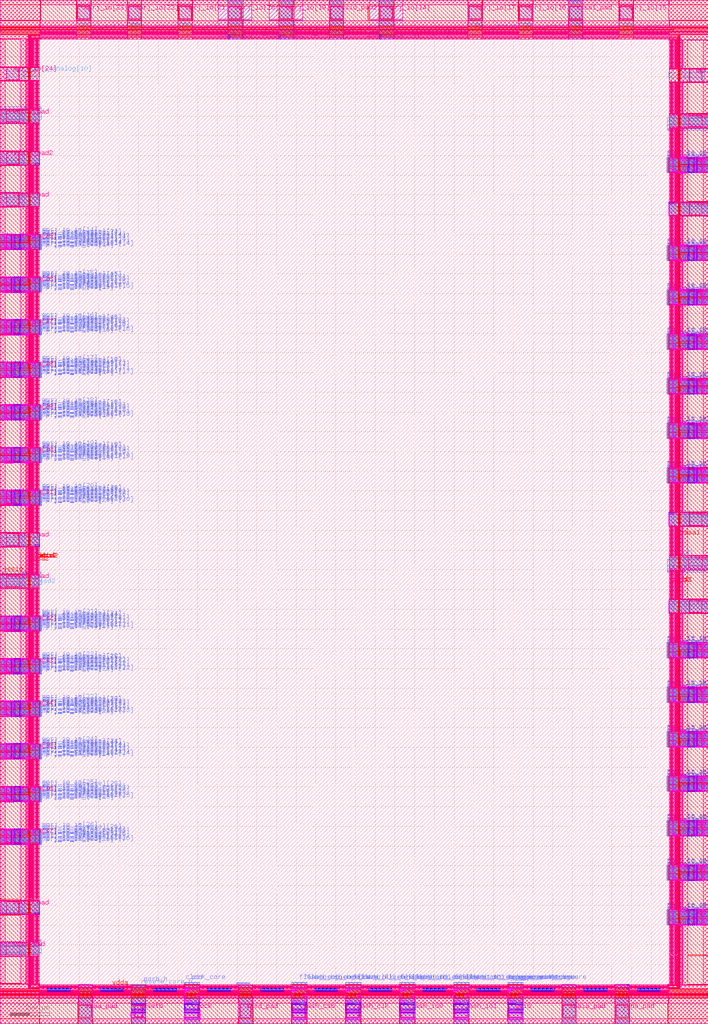
<source format=lef>
VERSION 5.7 ;
  NOWIREEXTENSIONATPIN ON ;
  DIVIDERCHAR "/" ;
  BUSBITCHARS "[]" ;
MACRO chip_io_alt
  CLASS BLOCK ;
  FOREIGN chip_io_alt ;
  ORIGIN 0.000 0.000 ;
  SIZE 3588.000 BY 5188.000 ;
  PIN clock
    DIRECTION INPUT ;
    USE SIGNAL ;
    PORT
      LAYER met5 ;
        RECT 938.200 32.990 1000.900 95.440 ;
    END
  END clock
  PIN clock_core
    DIRECTION OUTPUT TRISTATE ;
    USE SIGNAL ;
    PORT
      LAYER met2 ;
        RECT 936.635 208.565 936.915 210.965 ;
    END
  END clock_core
  PIN por
    DIRECTION INPUT ;
    USE SIGNAL ;
    PORT
      LAYER met2 ;
        RECT 970.215 208.565 970.495 210.965 ;
    END
  END por
  PIN flash_clk
    DIRECTION OUTPUT TRISTATE ;
    USE SIGNAL ;
    PORT
      LAYER met5 ;
        RECT 1755.200 32.990 1817.900 95.440 ;
    END
  END flash_clk
  PIN flash_clk_core
    DIRECTION INPUT ;
    USE SIGNAL ;
    PORT
      LAYER met2 ;
        RECT 1808.835 208.565 1809.115 210.965 ;
    END
  END flash_clk_core
  PIN flash_clk_ieb_core
    DIRECTION INPUT ;
    USE SIGNAL ;
    PORT
      LAYER met2 ;
        RECT 1787.215 208.565 1787.495 210.965 ;
    END
  END flash_clk_ieb_core
  PIN flash_clk_oeb_core
    DIRECTION INPUT ;
    USE SIGNAL ;
    PORT
      LAYER met2 ;
        RECT 1824.475 208.565 1824.755 210.965 ;
    END
  END flash_clk_oeb_core
  PIN flash_csb
    DIRECTION OUTPUT TRISTATE ;
    USE SIGNAL ;
    PORT
      LAYER met5 ;
        RECT 1481.200 32.990 1543.900 95.440 ;
    END
  END flash_csb
  PIN flash_csb_core
    DIRECTION INPUT ;
    USE SIGNAL ;
    PORT
      LAYER met2 ;
        RECT 1534.835 208.565 1535.115 210.965 ;
    END
  END flash_csb_core
  PIN flash_csb_ieb_core
    DIRECTION INPUT ;
    USE SIGNAL ;
    PORT
      LAYER met2 ;
        RECT 1513.215 208.565 1513.495 210.965 ;
    END
  END flash_csb_ieb_core
  PIN flash_csb_oeb_core
    DIRECTION INPUT ;
    USE SIGNAL ;
    PORT
      LAYER met2 ;
        RECT 1550.475 208.565 1550.755 210.965 ;
    END
  END flash_csb_oeb_core
  PIN flash_io0
    DIRECTION INOUT ;
    USE SIGNAL ;
    PORT
      LAYER met5 ;
        RECT 2029.200 32.990 2091.900 95.440 ;
    END
  END flash_io0
  PIN flash_io0_di_core
    DIRECTION OUTPUT TRISTATE ;
    USE SIGNAL ;
    PORT
      LAYER met2 ;
        RECT 2027.635 208.565 2027.915 210.965 ;
    END
  END flash_io0_di_core
  PIN flash_io0_do_core
    DIRECTION INPUT ;
    USE SIGNAL ;
    PORT
      LAYER met2 ;
        RECT 2082.835 208.565 2083.115 210.965 ;
    END
  END flash_io0_do_core
  PIN flash_io0_ieb_core
    DIRECTION INPUT ;
    USE SIGNAL ;
    PORT
      LAYER met2 ;
        RECT 2061.215 208.565 2061.495 210.965 ;
    END
  END flash_io0_ieb_core
  PIN flash_io0_oeb_core
    DIRECTION INPUT ;
    USE SIGNAL ;
    PORT
      LAYER met2 ;
        RECT 2098.475 208.565 2098.755 210.965 ;
    END
  END flash_io0_oeb_core
  PIN flash_io1
    DIRECTION INOUT ;
    USE SIGNAL ;
    PORT
      LAYER met5 ;
        RECT 2303.200 32.990 2365.900 95.440 ;
    END
  END flash_io1
  PIN flash_io1_di_core
    DIRECTION OUTPUT TRISTATE ;
    USE SIGNAL ;
    PORT
      LAYER met2 ;
        RECT 2301.635 208.565 2301.915 210.965 ;
    END
  END flash_io1_di_core
  PIN flash_io1_do_core
    DIRECTION INPUT ;
    USE SIGNAL ;
    PORT
      LAYER met2 ;
        RECT 2356.835 208.565 2357.115 210.965 ;
    END
  END flash_io1_do_core
  PIN flash_io1_ieb_core
    DIRECTION INPUT ;
    USE SIGNAL ;
    PORT
      LAYER met2 ;
        RECT 2335.215 208.565 2335.495 210.965 ;
    END
  END flash_io1_ieb_core
  PIN flash_io1_oeb_core
    DIRECTION INPUT ;
    USE SIGNAL ;
    PORT
      LAYER met2 ;
        RECT 2372.475 208.565 2372.755 210.965 ;
    END
  END flash_io1_oeb_core
  PIN gpio
    DIRECTION INOUT ;
    USE SIGNAL ;
    PORT
      LAYER met5 ;
        RECT 2577.200 32.990 2639.900 95.440 ;
    END
  END gpio
  PIN gpio_in_core
    DIRECTION OUTPUT TRISTATE ;
    USE SIGNAL ;
    PORT
      LAYER met2 ;
        RECT 2575.635 208.565 2575.915 210.965 ;
    END
  END gpio_in_core
  PIN gpio_inenb_core
    DIRECTION INPUT ;
    USE SIGNAL ;
    PORT
      LAYER met2 ;
        RECT 2609.215 208.565 2609.495 210.965 ;
    END
  END gpio_inenb_core
  PIN gpio_mode0_core
    DIRECTION INPUT ;
    USE SIGNAL ;
    PORT
      LAYER met2 ;
        RECT 2603.235 208.565 2603.515 210.965 ;
    END
  END gpio_mode0_core
  PIN gpio_mode1_core
    DIRECTION INPUT ;
    USE SIGNAL ;
    PORT
      LAYER met2 ;
        RECT 2624.855 208.565 2625.135 210.965 ;
    END
  END gpio_mode1_core
  PIN gpio_out_core
    DIRECTION INPUT ;
    USE SIGNAL ;
    PORT
      LAYER met2 ;
        RECT 2630.835 208.565 2631.115 210.965 ;
    END
  END gpio_out_core
  PIN gpio_outenb_core
    DIRECTION INPUT ;
    USE SIGNAL ;
    PORT
      LAYER met2 ;
        RECT 2646.475 208.565 2646.755 210.965 ;
    END
  END gpio_outenb_core
  PIN vccd_pad
    DIRECTION INOUT ;
    USE SIGNAL ;
    PORT
      LAYER met5 ;
        RECT 30.835 350.270 98.100 404.670 ;
    END
  END vccd_pad
  PIN vdda_pad
    DIRECTION INOUT ;
    USE SIGNAL ;
    PORT
      LAYER met5 ;
        RECT 3121.110 34.055 3181.950 94.880 ;
    END
  END vdda_pad
  PIN vddio_pad
    DIRECTION INOUT ;
    USE SIGNAL ;
    PORT
      LAYER met5 ;
        RECT 34.055 558.050 94.880 618.890 ;
    END
  END vddio_pad
  PIN vddio_pad2
    DIRECTION INOUT ;
    USE SIGNAL ;
    PORT
      LAYER met5 ;
        RECT 34.055 4356.050 94.880 4416.890 ;
    END
  END vddio_pad2
  PIN vssa_pad
    DIRECTION INOUT ;
    USE SIGNAL ;
    PORT
      LAYER met5 ;
        RECT 401.110 34.055 461.950 94.880 ;
    END
  END vssa_pad
  PIN vssd_pad
    DIRECTION INOUT ;
    USE SIGNAL ;
    PORT
      LAYER met5 ;
        RECT 1216.330 30.835 1270.730 98.100 ;
    END
  END vssd_pad
  PIN vssio_pad
    DIRECTION INOUT ;
    USE SIGNAL ;
    PORT
      LAYER met5 ;
        RECT 2852.110 34.055 2912.950 94.880 ;
    END
  END vssio_pad
  PIN vssio_pad2
    DIRECTION INOUT ;
    USE SIGNAL ;
    PORT
      LAYER met5 ;
        RECT 1674.050 5093.120 1734.890 5153.945 ;
    END
  END vssio_pad2
  PIN mprj_io[0]
    DIRECTION INOUT ;
    USE SIGNAL ;
    PORT
      LAYER met5 ;
        RECT 3492.560 506.200 3555.010 568.900 ;
    END
  END mprj_io[0]
  PIN mprj_io_analog_en[0]
    DIRECTION INPUT ;
    USE SIGNAL ;
    PORT
      LAYER met2 ;
        RECT 3377.035 529.015 3379.435 529.295 ;
    END
  END mprj_io_analog_en[0]
  PIN mprj_io_analog_pol[0]
    DIRECTION INPUT ;
    USE SIGNAL ;
    PORT
      LAYER met2 ;
        RECT 3377.035 535.455 3379.435 535.735 ;
    END
  END mprj_io_analog_pol[0]
  PIN mprj_io_analog_sel[0]
    DIRECTION INPUT ;
    USE SIGNAL ;
    PORT
      LAYER met2 ;
        RECT 3377.035 550.635 3379.435 550.915 ;
    END
  END mprj_io_analog_sel[0]
  PIN mprj_io_dm[0]
    DIRECTION INPUT ;
    USE SIGNAL ;
    PORT
      LAYER met2 ;
        RECT 3377.035 532.235 3379.435 532.515 ;
    END
  END mprj_io_dm[0]
  PIN mprj_io_dm[1]
    DIRECTION INPUT ;
    USE SIGNAL ;
    PORT
      LAYER met2 ;
        RECT 3377.035 523.035 3379.435 523.315 ;
    END
  END mprj_io_dm[1]
  PIN mprj_io_dm[2]
    DIRECTION INPUT ;
    USE SIGNAL ;
    PORT
      LAYER met2 ;
        RECT 3377.035 553.855 3379.435 554.135 ;
    END
  END mprj_io_dm[2]
  PIN mprj_io_holdover[0]
    DIRECTION INPUT ;
    USE SIGNAL ;
    PORT
      LAYER met2 ;
        RECT 3377.035 557.075 3379.435 557.355 ;
    END
  END mprj_io_holdover[0]
  PIN mprj_io_ib_mode_sel[0]
    DIRECTION INPUT ;
    USE SIGNAL ;
    PORT
      LAYER met2 ;
        RECT 3377.035 572.255 3379.435 572.535 ;
    END
  END mprj_io_ib_mode_sel[0]
  PIN mprj_io_inp_dis[0]
    DIRECTION INPUT ;
    USE SIGNAL ;
    PORT
      LAYER met2 ;
        RECT 3377.035 538.215 3379.435 538.495 ;
    END
  END mprj_io_inp_dis[0]
  PIN mprj_io_oeb[0]
    DIRECTION INPUT ;
    USE SIGNAL ;
    PORT
      LAYER met2 ;
        RECT 3377.035 575.475 3379.435 575.755 ;
    END
  END mprj_io_oeb[0]
  PIN mprj_io_out[0]
    DIRECTION INPUT ;
    USE SIGNAL ;
    PORT
      LAYER met2 ;
        RECT 3377.035 559.835 3379.435 560.115 ;
    END
  END mprj_io_out[0]
  PIN mprj_io_slow_sel[0]
    DIRECTION INPUT ;
    USE SIGNAL ;
    PORT
      LAYER met2 ;
        RECT 3377.035 513.835 3379.435 514.115 ;
    END
  END mprj_io_slow_sel[0]
  PIN mprj_io_vtrip_sel[0]
    DIRECTION INPUT ;
    USE SIGNAL ;
    PORT
      LAYER met2 ;
        RECT 3377.035 569.035 3379.435 569.315 ;
    END
  END mprj_io_vtrip_sel[0]
  PIN mprj_io_in[0]
    DIRECTION OUTPUT TRISTATE ;
    USE SIGNAL ;
    PORT
      LAYER met2 ;
        RECT 3377.035 504.635 3379.435 504.915 ;
    END
  END mprj_io_in[0]
  PIN mprj_io_in_3v3[0]
    DIRECTION OUTPUT TRISTATE ;
    USE SIGNAL ;
    PORT
      LAYER met2 ;
        RECT 3377.035 578.235 3379.435 578.515 ;
    END
  END mprj_io_in_3v3[0]
  PIN mprj_gpio_analog[3]
    DIRECTION INOUT ;
    USE SIGNAL ;
    PORT
      LAYER met2 ;
        RECT 3377.035 3433.055 3379.435 3433.335 ;
    END
  END mprj_gpio_analog[3]
  PIN mprj_gpio_noesd[3]
    DIRECTION INOUT ;
    USE SIGNAL ;
    PORT
      LAYER met2 ;
        RECT 3377.035 3442.255 3379.435 3442.535 ;
    END
  END mprj_gpio_noesd[3]
  PIN mprj_io[10]
    DIRECTION INOUT ;
    USE SIGNAL ;
    PORT
      LAYER met5 ;
        RECT 3492.560 3422.200 3555.010 3484.900 ;
    END
  END mprj_io[10]
  PIN mprj_io_analog_en[10]
    DIRECTION INPUT ;
    USE SIGNAL ;
    PORT
      LAYER met2 ;
        RECT 3377.035 3445.015 3379.435 3445.295 ;
    END
  END mprj_io_analog_en[10]
  PIN mprj_io_analog_pol[10]
    DIRECTION INPUT ;
    USE SIGNAL ;
    PORT
      LAYER met2 ;
        RECT 3377.035 3451.455 3379.435 3451.735 ;
    END
  END mprj_io_analog_pol[10]
  PIN mprj_io_analog_sel[10]
    DIRECTION INPUT ;
    USE SIGNAL ;
    PORT
      LAYER met2 ;
        RECT 3377.035 3466.635 3379.435 3466.915 ;
    END
  END mprj_io_analog_sel[10]
  PIN mprj_io_dm[30]
    DIRECTION INPUT ;
    USE SIGNAL ;
    PORT
      LAYER met2 ;
        RECT 3377.035 3448.235 3379.435 3448.515 ;
    END
  END mprj_io_dm[30]
  PIN mprj_io_dm[31]
    DIRECTION INPUT ;
    USE SIGNAL ;
    PORT
      LAYER met2 ;
        RECT 3377.035 3439.035 3379.435 3439.315 ;
    END
  END mprj_io_dm[31]
  PIN mprj_io_dm[32]
    DIRECTION INPUT ;
    USE SIGNAL ;
    PORT
      LAYER met2 ;
        RECT 3377.035 3469.855 3379.435 3470.135 ;
    END
  END mprj_io_dm[32]
  PIN mprj_io_holdover[10]
    DIRECTION INPUT ;
    USE SIGNAL ;
    PORT
      LAYER met2 ;
        RECT 3377.035 3473.075 3379.435 3473.355 ;
    END
  END mprj_io_holdover[10]
  PIN mprj_io_ib_mode_sel[10]
    DIRECTION INPUT ;
    USE SIGNAL ;
    PORT
      LAYER met2 ;
        RECT 3377.035 3488.255 3379.435 3488.535 ;
    END
  END mprj_io_ib_mode_sel[10]
  PIN mprj_io_inp_dis[10]
    DIRECTION INPUT ;
    USE SIGNAL ;
    PORT
      LAYER met2 ;
        RECT 3377.035 3454.215 3379.435 3454.495 ;
    END
  END mprj_io_inp_dis[10]
  PIN mprj_io_oeb[10]
    DIRECTION INPUT ;
    USE SIGNAL ;
    PORT
      LAYER met2 ;
        RECT 3377.035 3491.475 3379.435 3491.755 ;
    END
  END mprj_io_oeb[10]
  PIN mprj_io_out[10]
    DIRECTION INPUT ;
    USE SIGNAL ;
    PORT
      LAYER met2 ;
        RECT 3377.035 3475.835 3379.435 3476.115 ;
    END
  END mprj_io_out[10]
  PIN mprj_io_slow_sel[10]
    DIRECTION INPUT ;
    USE SIGNAL ;
    PORT
      LAYER met2 ;
        RECT 3377.035 3429.835 3379.435 3430.115 ;
    END
  END mprj_io_slow_sel[10]
  PIN mprj_io_vtrip_sel[10]
    DIRECTION INPUT ;
    USE SIGNAL ;
    PORT
      LAYER met2 ;
        RECT 3377.035 3485.035 3379.435 3485.315 ;
    END
  END mprj_io_vtrip_sel[10]
  PIN mprj_io_in[10]
    DIRECTION OUTPUT TRISTATE ;
    USE SIGNAL ;
    PORT
      LAYER met2 ;
        RECT 3377.035 3420.635 3379.435 3420.915 ;
    END
  END mprj_io_in[10]
  PIN mprj_io_in_3v3[10]
    DIRECTION OUTPUT TRISTATE ;
    USE SIGNAL ;
    PORT
      LAYER met2 ;
        RECT 3377.035 3494.235 3379.435 3494.515 ;
    END
  END mprj_io_in_3v3[10]
  PIN mprj_gpio_analog[4]
    DIRECTION INOUT ;
    USE SIGNAL ;
    PORT
      LAYER met2 ;
        RECT 3377.035 3658.055 3379.435 3658.335 ;
    END
  END mprj_gpio_analog[4]
  PIN mprj_gpio_noesd[4]
    DIRECTION INOUT ;
    USE SIGNAL ;
    PORT
      LAYER met2 ;
        RECT 3377.035 3667.255 3379.435 3667.535 ;
    END
  END mprj_gpio_noesd[4]
  PIN mprj_io[11]
    DIRECTION INOUT ;
    USE SIGNAL ;
    PORT
      LAYER met5 ;
        RECT 3492.560 3647.200 3555.010 3709.900 ;
    END
  END mprj_io[11]
  PIN mprj_io_analog_en[11]
    DIRECTION INPUT ;
    USE SIGNAL ;
    PORT
      LAYER met2 ;
        RECT 3377.035 3670.015 3379.435 3670.295 ;
    END
  END mprj_io_analog_en[11]
  PIN mprj_io_analog_pol[11]
    DIRECTION INPUT ;
    USE SIGNAL ;
    PORT
      LAYER met2 ;
        RECT 3377.035 3676.455 3379.435 3676.735 ;
    END
  END mprj_io_analog_pol[11]
  PIN mprj_io_analog_sel[11]
    DIRECTION INPUT ;
    USE SIGNAL ;
    PORT
      LAYER met2 ;
        RECT 3377.035 3691.635 3379.435 3691.915 ;
    END
  END mprj_io_analog_sel[11]
  PIN mprj_io_dm[33]
    DIRECTION INPUT ;
    USE SIGNAL ;
    PORT
      LAYER met2 ;
        RECT 3377.035 3673.235 3379.435 3673.515 ;
    END
  END mprj_io_dm[33]
  PIN mprj_io_dm[34]
    DIRECTION INPUT ;
    USE SIGNAL ;
    PORT
      LAYER met2 ;
        RECT 3377.035 3664.035 3379.435 3664.315 ;
    END
  END mprj_io_dm[34]
  PIN mprj_io_dm[35]
    DIRECTION INPUT ;
    USE SIGNAL ;
    PORT
      LAYER met2 ;
        RECT 3377.035 3694.855 3379.435 3695.135 ;
    END
  END mprj_io_dm[35]
  PIN mprj_io_holdover[11]
    DIRECTION INPUT ;
    USE SIGNAL ;
    PORT
      LAYER met2 ;
        RECT 3377.035 3698.075 3379.435 3698.355 ;
    END
  END mprj_io_holdover[11]
  PIN mprj_io_ib_mode_sel[11]
    DIRECTION INPUT ;
    USE SIGNAL ;
    PORT
      LAYER met2 ;
        RECT 3377.035 3713.255 3379.435 3713.535 ;
    END
  END mprj_io_ib_mode_sel[11]
  PIN mprj_io_inp_dis[11]
    DIRECTION INPUT ;
    USE SIGNAL ;
    PORT
      LAYER met2 ;
        RECT 3377.035 3679.215 3379.435 3679.495 ;
    END
  END mprj_io_inp_dis[11]
  PIN mprj_io_oeb[11]
    DIRECTION INPUT ;
    USE SIGNAL ;
    PORT
      LAYER met2 ;
        RECT 3377.035 3716.475 3379.435 3716.755 ;
    END
  END mprj_io_oeb[11]
  PIN mprj_io_out[11]
    DIRECTION INPUT ;
    USE SIGNAL ;
    PORT
      LAYER met2 ;
        RECT 3377.035 3700.835 3379.435 3701.115 ;
    END
  END mprj_io_out[11]
  PIN mprj_io_slow_sel[11]
    DIRECTION INPUT ;
    USE SIGNAL ;
    PORT
      LAYER met2 ;
        RECT 3377.035 3654.835 3379.435 3655.115 ;
    END
  END mprj_io_slow_sel[11]
  PIN mprj_io_vtrip_sel[11]
    DIRECTION INPUT ;
    USE SIGNAL ;
    PORT
      LAYER met2 ;
        RECT 3377.035 3710.035 3379.435 3710.315 ;
    END
  END mprj_io_vtrip_sel[11]
  PIN mprj_io_in[11]
    DIRECTION OUTPUT TRISTATE ;
    USE SIGNAL ;
    PORT
      LAYER met2 ;
        RECT 3377.035 3645.635 3379.435 3645.915 ;
    END
  END mprj_io_in[11]
  PIN mprj_io_in_3v3[11]
    DIRECTION OUTPUT TRISTATE ;
    USE SIGNAL ;
    PORT
      LAYER met2 ;
        RECT 3377.035 3719.235 3379.435 3719.515 ;
    END
  END mprj_io_in_3v3[11]
  PIN mprj_gpio_analog[5]
    DIRECTION INOUT ;
    USE SIGNAL ;
    PORT
      LAYER met2 ;
        RECT 3377.035 3883.055 3379.435 3883.335 ;
    END
  END mprj_gpio_analog[5]
  PIN mprj_gpio_noesd[5]
    DIRECTION INOUT ;
    USE SIGNAL ;
    PORT
      LAYER met2 ;
        RECT 3377.035 3892.255 3379.435 3892.535 ;
    END
  END mprj_gpio_noesd[5]
  PIN mprj_io[12]
    DIRECTION INOUT ;
    USE SIGNAL ;
    PORT
      LAYER met5 ;
        RECT 3492.560 3872.200 3555.010 3934.900 ;
    END
  END mprj_io[12]
  PIN mprj_io_analog_en[12]
    DIRECTION INPUT ;
    USE SIGNAL ;
    PORT
      LAYER met2 ;
        RECT 3377.035 3895.015 3379.435 3895.295 ;
    END
  END mprj_io_analog_en[12]
  PIN mprj_io_analog_pol[12]
    DIRECTION INPUT ;
    USE SIGNAL ;
    PORT
      LAYER met2 ;
        RECT 3377.035 3901.455 3379.435 3901.735 ;
    END
  END mprj_io_analog_pol[12]
  PIN mprj_io_analog_sel[12]
    DIRECTION INPUT ;
    USE SIGNAL ;
    PORT
      LAYER met2 ;
        RECT 3377.035 3916.635 3379.435 3916.915 ;
    END
  END mprj_io_analog_sel[12]
  PIN mprj_io_dm[36]
    DIRECTION INPUT ;
    USE SIGNAL ;
    PORT
      LAYER met2 ;
        RECT 3377.035 3898.235 3379.435 3898.515 ;
    END
  END mprj_io_dm[36]
  PIN mprj_io_dm[37]
    DIRECTION INPUT ;
    USE SIGNAL ;
    PORT
      LAYER met2 ;
        RECT 3377.035 3889.035 3379.435 3889.315 ;
    END
  END mprj_io_dm[37]
  PIN mprj_io_dm[38]
    DIRECTION INPUT ;
    USE SIGNAL ;
    PORT
      LAYER met2 ;
        RECT 3377.035 3919.855 3379.435 3920.135 ;
    END
  END mprj_io_dm[38]
  PIN mprj_io_holdover[12]
    DIRECTION INPUT ;
    USE SIGNAL ;
    PORT
      LAYER met2 ;
        RECT 3377.035 3923.075 3379.435 3923.355 ;
    END
  END mprj_io_holdover[12]
  PIN mprj_io_ib_mode_sel[12]
    DIRECTION INPUT ;
    USE SIGNAL ;
    PORT
      LAYER met2 ;
        RECT 3377.035 3938.255 3379.435 3938.535 ;
    END
  END mprj_io_ib_mode_sel[12]
  PIN mprj_io_inp_dis[12]
    DIRECTION INPUT ;
    USE SIGNAL ;
    PORT
      LAYER met2 ;
        RECT 3377.035 3904.215 3379.435 3904.495 ;
    END
  END mprj_io_inp_dis[12]
  PIN mprj_io_oeb[12]
    DIRECTION INPUT ;
    USE SIGNAL ;
    PORT
      LAYER met2 ;
        RECT 3377.035 3941.475 3379.435 3941.755 ;
    END
  END mprj_io_oeb[12]
  PIN mprj_io_out[12]
    DIRECTION INPUT ;
    USE SIGNAL ;
    PORT
      LAYER met2 ;
        RECT 3377.035 3925.835 3379.435 3926.115 ;
    END
  END mprj_io_out[12]
  PIN mprj_io_slow_sel[12]
    DIRECTION INPUT ;
    USE SIGNAL ;
    PORT
      LAYER met2 ;
        RECT 3377.035 3879.835 3379.435 3880.115 ;
    END
  END mprj_io_slow_sel[12]
  PIN mprj_io_vtrip_sel[12]
    DIRECTION INPUT ;
    USE SIGNAL ;
    PORT
      LAYER met2 ;
        RECT 3377.035 3935.035 3379.435 3935.315 ;
    END
  END mprj_io_vtrip_sel[12]
  PIN mprj_io_in[12]
    DIRECTION OUTPUT TRISTATE ;
    USE SIGNAL ;
    PORT
      LAYER met2 ;
        RECT 3377.035 3870.635 3379.435 3870.915 ;
    END
  END mprj_io_in[12]
  PIN mprj_io_in_3v3[12]
    DIRECTION OUTPUT TRISTATE ;
    USE SIGNAL ;
    PORT
      LAYER met2 ;
        RECT 3377.035 3944.235 3379.435 3944.515 ;
    END
  END mprj_io_in_3v3[12]
  PIN mprj_gpio_analog[6]
    DIRECTION INOUT ;
    USE SIGNAL ;
    PORT
      LAYER met2 ;
        RECT 3377.035 4329.055 3379.435 4329.335 ;
    END
  END mprj_gpio_analog[6]
  PIN mprj_gpio_noesd[6]
    DIRECTION INOUT ;
    USE SIGNAL ;
    PORT
      LAYER met2 ;
        RECT 3377.035 4338.255 3379.435 4338.535 ;
    END
  END mprj_gpio_noesd[6]
  PIN mprj_io[13]
    DIRECTION INOUT ;
    USE SIGNAL ;
    PORT
      LAYER met5 ;
        RECT 3492.560 4318.200 3555.010 4380.900 ;
    END
  END mprj_io[13]
  PIN mprj_io_analog_en[13]
    DIRECTION INPUT ;
    USE SIGNAL ;
    PORT
      LAYER met2 ;
        RECT 3377.035 4341.015 3379.435 4341.295 ;
    END
  END mprj_io_analog_en[13]
  PIN mprj_io_analog_pol[13]
    DIRECTION INPUT ;
    USE SIGNAL ;
    PORT
      LAYER met2 ;
        RECT 3377.035 4347.455 3379.435 4347.735 ;
    END
  END mprj_io_analog_pol[13]
  PIN mprj_io_analog_sel[13]
    DIRECTION INPUT ;
    USE SIGNAL ;
    PORT
      LAYER met2 ;
        RECT 3377.035 4362.635 3379.435 4362.915 ;
    END
  END mprj_io_analog_sel[13]
  PIN mprj_io_dm[39]
    DIRECTION INPUT ;
    USE SIGNAL ;
    PORT
      LAYER met2 ;
        RECT 3377.035 4344.235 3379.435 4344.515 ;
    END
  END mprj_io_dm[39]
  PIN mprj_io_dm[40]
    DIRECTION INPUT ;
    USE SIGNAL ;
    PORT
      LAYER met2 ;
        RECT 3377.035 4335.035 3379.435 4335.315 ;
    END
  END mprj_io_dm[40]
  PIN mprj_io_dm[41]
    DIRECTION INPUT ;
    USE SIGNAL ;
    PORT
      LAYER met2 ;
        RECT 3377.035 4365.855 3379.435 4366.135 ;
    END
  END mprj_io_dm[41]
  PIN mprj_io_holdover[13]
    DIRECTION INPUT ;
    USE SIGNAL ;
    PORT
      LAYER met2 ;
        RECT 3377.035 4369.075 3379.435 4369.355 ;
    END
  END mprj_io_holdover[13]
  PIN mprj_io_ib_mode_sel[13]
    DIRECTION INPUT ;
    USE SIGNAL ;
    PORT
      LAYER met2 ;
        RECT 3377.035 4384.255 3379.435 4384.535 ;
    END
  END mprj_io_ib_mode_sel[13]
  PIN mprj_io_inp_dis[13]
    DIRECTION INPUT ;
    USE SIGNAL ;
    PORT
      LAYER met2 ;
        RECT 3377.035 4350.215 3379.435 4350.495 ;
    END
  END mprj_io_inp_dis[13]
  PIN mprj_io_oeb[13]
    DIRECTION INPUT ;
    USE SIGNAL ;
    PORT
      LAYER met2 ;
        RECT 3377.035 4387.475 3379.435 4387.755 ;
    END
  END mprj_io_oeb[13]
  PIN mprj_io_out[13]
    DIRECTION INPUT ;
    USE SIGNAL ;
    PORT
      LAYER met2 ;
        RECT 3377.035 4371.835 3379.435 4372.115 ;
    END
  END mprj_io_out[13]
  PIN mprj_io_slow_sel[13]
    DIRECTION INPUT ;
    USE SIGNAL ;
    PORT
      LAYER met2 ;
        RECT 3377.035 4325.835 3379.435 4326.115 ;
    END
  END mprj_io_slow_sel[13]
  PIN mprj_io_vtrip_sel[13]
    DIRECTION INPUT ;
    USE SIGNAL ;
    PORT
      LAYER met2 ;
        RECT 3377.035 4381.035 3379.435 4381.315 ;
    END
  END mprj_io_vtrip_sel[13]
  PIN mprj_io_in[13]
    DIRECTION OUTPUT TRISTATE ;
    USE SIGNAL ;
    PORT
      LAYER met2 ;
        RECT 3377.035 4316.635 3379.435 4316.915 ;
    END
  END mprj_io_in[13]
  PIN mprj_io_in_3v3[13]
    DIRECTION OUTPUT TRISTATE ;
    USE SIGNAL ;
    PORT
      LAYER met2 ;
        RECT 3377.035 4390.235 3379.435 4390.515 ;
    END
  END mprj_io_in_3v3[13]
  PIN mprj_io[1]
    DIRECTION INOUT ;
    USE SIGNAL ;
    PORT
      LAYER met5 ;
        RECT 3492.560 732.200 3555.010 794.900 ;
    END
  END mprj_io[1]
  PIN mprj_io_analog_en[1]
    DIRECTION INPUT ;
    USE SIGNAL ;
    PORT
      LAYER met2 ;
        RECT 3377.035 755.015 3379.435 755.295 ;
    END
  END mprj_io_analog_en[1]
  PIN mprj_io_analog_pol[1]
    DIRECTION INPUT ;
    USE SIGNAL ;
    PORT
      LAYER met2 ;
        RECT 3377.035 761.455 3379.435 761.735 ;
    END
  END mprj_io_analog_pol[1]
  PIN mprj_io_analog_sel[1]
    DIRECTION INPUT ;
    USE SIGNAL ;
    PORT
      LAYER met2 ;
        RECT 3377.035 776.635 3379.435 776.915 ;
    END
  END mprj_io_analog_sel[1]
  PIN mprj_io_dm[3]
    DIRECTION INPUT ;
    USE SIGNAL ;
    PORT
      LAYER met2 ;
        RECT 3377.035 758.235 3379.435 758.515 ;
    END
  END mprj_io_dm[3]
  PIN mprj_io_dm[4]
    DIRECTION INPUT ;
    USE SIGNAL ;
    PORT
      LAYER met2 ;
        RECT 3377.035 749.035 3379.435 749.315 ;
    END
  END mprj_io_dm[4]
  PIN mprj_io_dm[5]
    DIRECTION INPUT ;
    USE SIGNAL ;
    PORT
      LAYER met2 ;
        RECT 3377.035 779.855 3379.435 780.135 ;
    END
  END mprj_io_dm[5]
  PIN mprj_io_holdover[1]
    DIRECTION INPUT ;
    USE SIGNAL ;
    PORT
      LAYER met2 ;
        RECT 3377.035 783.075 3379.435 783.355 ;
    END
  END mprj_io_holdover[1]
  PIN mprj_io_ib_mode_sel[1]
    DIRECTION INPUT ;
    USE SIGNAL ;
    PORT
      LAYER met2 ;
        RECT 3377.035 798.255 3379.435 798.535 ;
    END
  END mprj_io_ib_mode_sel[1]
  PIN mprj_io_inp_dis[1]
    DIRECTION INPUT ;
    USE SIGNAL ;
    PORT
      LAYER met2 ;
        RECT 3377.035 764.215 3379.435 764.495 ;
    END
  END mprj_io_inp_dis[1]
  PIN mprj_io_oeb[1]
    DIRECTION INPUT ;
    USE SIGNAL ;
    PORT
      LAYER met2 ;
        RECT 3377.035 801.475 3379.435 801.755 ;
    END
  END mprj_io_oeb[1]
  PIN mprj_io_out[1]
    DIRECTION INPUT ;
    USE SIGNAL ;
    PORT
      LAYER met2 ;
        RECT 3377.035 785.835 3379.435 786.115 ;
    END
  END mprj_io_out[1]
  PIN mprj_io_slow_sel[1]
    DIRECTION INPUT ;
    USE SIGNAL ;
    PORT
      LAYER met2 ;
        RECT 3377.035 739.835 3379.435 740.115 ;
    END
  END mprj_io_slow_sel[1]
  PIN mprj_io_vtrip_sel[1]
    DIRECTION INPUT ;
    USE SIGNAL ;
    PORT
      LAYER met2 ;
        RECT 3377.035 795.035 3379.435 795.315 ;
    END
  END mprj_io_vtrip_sel[1]
  PIN mprj_io_in[1]
    DIRECTION OUTPUT TRISTATE ;
    USE SIGNAL ;
    PORT
      LAYER met2 ;
        RECT 3377.035 730.635 3379.435 730.915 ;
    END
  END mprj_io_in[1]
  PIN mprj_io_in_3v3[1]
    DIRECTION OUTPUT TRISTATE ;
    USE SIGNAL ;
    PORT
      LAYER met2 ;
        RECT 3377.035 804.235 3379.435 804.515 ;
    END
  END mprj_io_in_3v3[1]
  PIN mprj_io[2]
    DIRECTION INOUT ;
    USE SIGNAL ;
    PORT
      LAYER met5 ;
        RECT 3492.560 957.200 3555.010 1019.900 ;
    END
  END mprj_io[2]
  PIN mprj_io_analog_en[2]
    DIRECTION INPUT ;
    USE SIGNAL ;
    PORT
      LAYER met2 ;
        RECT 3377.035 980.015 3379.435 980.295 ;
    END
  END mprj_io_analog_en[2]
  PIN mprj_io_analog_pol[2]
    DIRECTION INPUT ;
    USE SIGNAL ;
    PORT
      LAYER met2 ;
        RECT 3377.035 986.455 3379.435 986.735 ;
    END
  END mprj_io_analog_pol[2]
  PIN mprj_io_analog_sel[2]
    DIRECTION INPUT ;
    USE SIGNAL ;
    PORT
      LAYER met2 ;
        RECT 3377.035 1001.635 3379.435 1001.915 ;
    END
  END mprj_io_analog_sel[2]
  PIN mprj_io_dm[6]
    DIRECTION INPUT ;
    USE SIGNAL ;
    PORT
      LAYER met2 ;
        RECT 3377.035 983.235 3379.435 983.515 ;
    END
  END mprj_io_dm[6]
  PIN mprj_io_dm[7]
    DIRECTION INPUT ;
    USE SIGNAL ;
    PORT
      LAYER met2 ;
        RECT 3377.035 974.035 3379.435 974.315 ;
    END
  END mprj_io_dm[7]
  PIN mprj_io_dm[8]
    DIRECTION INPUT ;
    USE SIGNAL ;
    PORT
      LAYER met2 ;
        RECT 3377.035 1004.855 3379.435 1005.135 ;
    END
  END mprj_io_dm[8]
  PIN mprj_io_holdover[2]
    DIRECTION INPUT ;
    USE SIGNAL ;
    PORT
      LAYER met2 ;
        RECT 3377.035 1008.075 3379.435 1008.355 ;
    END
  END mprj_io_holdover[2]
  PIN mprj_io_ib_mode_sel[2]
    DIRECTION INPUT ;
    USE SIGNAL ;
    PORT
      LAYER met2 ;
        RECT 3377.035 1023.255 3379.435 1023.535 ;
    END
  END mprj_io_ib_mode_sel[2]
  PIN mprj_io_inp_dis[2]
    DIRECTION INPUT ;
    USE SIGNAL ;
    PORT
      LAYER met2 ;
        RECT 3377.035 989.215 3379.435 989.495 ;
    END
  END mprj_io_inp_dis[2]
  PIN mprj_io_oeb[2]
    DIRECTION INPUT ;
    USE SIGNAL ;
    PORT
      LAYER met2 ;
        RECT 3377.035 1026.475 3379.435 1026.755 ;
    END
  END mprj_io_oeb[2]
  PIN mprj_io_out[2]
    DIRECTION INPUT ;
    USE SIGNAL ;
    PORT
      LAYER met2 ;
        RECT 3377.035 1010.835 3379.435 1011.115 ;
    END
  END mprj_io_out[2]
  PIN mprj_io_slow_sel[2]
    DIRECTION INPUT ;
    USE SIGNAL ;
    PORT
      LAYER met2 ;
        RECT 3377.035 964.835 3379.435 965.115 ;
    END
  END mprj_io_slow_sel[2]
  PIN mprj_io_vtrip_sel[2]
    DIRECTION INPUT ;
    USE SIGNAL ;
    PORT
      LAYER met2 ;
        RECT 3377.035 1020.035 3379.435 1020.315 ;
    END
  END mprj_io_vtrip_sel[2]
  PIN mprj_io_in[2]
    DIRECTION OUTPUT TRISTATE ;
    USE SIGNAL ;
    PORT
      LAYER met2 ;
        RECT 3377.035 955.635 3379.435 955.915 ;
    END
  END mprj_io_in[2]
  PIN mprj_io_in_3v3[2]
    DIRECTION OUTPUT TRISTATE ;
    USE SIGNAL ;
    PORT
      LAYER met2 ;
        RECT 3377.035 1029.235 3379.435 1029.515 ;
    END
  END mprj_io_in_3v3[2]
  PIN mprj_io[3]
    DIRECTION INOUT ;
    USE SIGNAL ;
    PORT
      LAYER met5 ;
        RECT 3492.560 1183.200 3555.010 1245.900 ;
    END
  END mprj_io[3]
  PIN mprj_io_analog_en[3]
    DIRECTION INPUT ;
    USE SIGNAL ;
    PORT
      LAYER met2 ;
        RECT 3377.035 1206.015 3379.435 1206.295 ;
    END
  END mprj_io_analog_en[3]
  PIN mprj_io_analog_pol[3]
    DIRECTION INPUT ;
    USE SIGNAL ;
    PORT
      LAYER met2 ;
        RECT 3377.035 1212.455 3379.435 1212.735 ;
    END
  END mprj_io_analog_pol[3]
  PIN mprj_io_analog_sel[3]
    DIRECTION INPUT ;
    USE SIGNAL ;
    PORT
      LAYER met2 ;
        RECT 3377.035 1227.635 3379.435 1227.915 ;
    END
  END mprj_io_analog_sel[3]
  PIN mprj_io_dm[10]
    DIRECTION INPUT ;
    USE SIGNAL ;
    PORT
      LAYER met2 ;
        RECT 3377.035 1200.035 3379.435 1200.315 ;
    END
  END mprj_io_dm[10]
  PIN mprj_io_dm[11]
    DIRECTION INPUT ;
    USE SIGNAL ;
    PORT
      LAYER met2 ;
        RECT 3377.035 1230.855 3379.435 1231.135 ;
    END
  END mprj_io_dm[11]
  PIN mprj_io_dm[9]
    DIRECTION INPUT ;
    USE SIGNAL ;
    PORT
      LAYER met2 ;
        RECT 3377.035 1209.235 3379.435 1209.515 ;
    END
  END mprj_io_dm[9]
  PIN mprj_io_holdover[3]
    DIRECTION INPUT ;
    USE SIGNAL ;
    PORT
      LAYER met2 ;
        RECT 3377.035 1234.075 3379.435 1234.355 ;
    END
  END mprj_io_holdover[3]
  PIN mprj_io_ib_mode_sel[3]
    DIRECTION INPUT ;
    USE SIGNAL ;
    PORT
      LAYER met2 ;
        RECT 3377.035 1249.255 3379.435 1249.535 ;
    END
  END mprj_io_ib_mode_sel[3]
  PIN mprj_io_inp_dis[3]
    DIRECTION INPUT ;
    USE SIGNAL ;
    PORT
      LAYER met2 ;
        RECT 3377.035 1215.215 3379.435 1215.495 ;
    END
  END mprj_io_inp_dis[3]
  PIN mprj_io_oeb[3]
    DIRECTION INPUT ;
    USE SIGNAL ;
    PORT
      LAYER met2 ;
        RECT 3377.035 1252.475 3379.435 1252.755 ;
    END
  END mprj_io_oeb[3]
  PIN mprj_io_out[3]
    DIRECTION INPUT ;
    USE SIGNAL ;
    PORT
      LAYER met2 ;
        RECT 3377.035 1236.835 3379.435 1237.115 ;
    END
  END mprj_io_out[3]
  PIN mprj_io_slow_sel[3]
    DIRECTION INPUT ;
    USE SIGNAL ;
    PORT
      LAYER met2 ;
        RECT 3377.035 1190.835 3379.435 1191.115 ;
    END
  END mprj_io_slow_sel[3]
  PIN mprj_io_vtrip_sel[3]
    DIRECTION INPUT ;
    USE SIGNAL ;
    PORT
      LAYER met2 ;
        RECT 3377.035 1246.035 3379.435 1246.315 ;
    END
  END mprj_io_vtrip_sel[3]
  PIN mprj_io_in[3]
    DIRECTION OUTPUT TRISTATE ;
    USE SIGNAL ;
    PORT
      LAYER met2 ;
        RECT 3377.035 1181.635 3379.435 1181.915 ;
    END
  END mprj_io_in[3]
  PIN mprj_io_in_3v3[3]
    DIRECTION OUTPUT TRISTATE ;
    USE SIGNAL ;
    PORT
      LAYER met2 ;
        RECT 3377.035 1255.235 3379.435 1255.515 ;
    END
  END mprj_io_in_3v3[3]
  PIN mprj_io[4]
    DIRECTION INOUT ;
    USE SIGNAL ;
    PORT
      LAYER met5 ;
        RECT 3492.560 1408.200 3555.010 1470.900 ;
    END
  END mprj_io[4]
  PIN mprj_io_analog_en[4]
    DIRECTION INPUT ;
    USE SIGNAL ;
    PORT
      LAYER met2 ;
        RECT 3377.035 1431.015 3379.435 1431.295 ;
    END
  END mprj_io_analog_en[4]
  PIN mprj_io_analog_pol[4]
    DIRECTION INPUT ;
    USE SIGNAL ;
    PORT
      LAYER met2 ;
        RECT 3377.035 1437.455 3379.435 1437.735 ;
    END
  END mprj_io_analog_pol[4]
  PIN mprj_io_analog_sel[4]
    DIRECTION INPUT ;
    USE SIGNAL ;
    PORT
      LAYER met2 ;
        RECT 3377.035 1452.635 3379.435 1452.915 ;
    END
  END mprj_io_analog_sel[4]
  PIN mprj_io_dm[12]
    DIRECTION INPUT ;
    USE SIGNAL ;
    PORT
      LAYER met2 ;
        RECT 3377.035 1434.235 3379.435 1434.515 ;
    END
  END mprj_io_dm[12]
  PIN mprj_io_dm[13]
    DIRECTION INPUT ;
    USE SIGNAL ;
    PORT
      LAYER met2 ;
        RECT 3377.035 1425.035 3379.435 1425.315 ;
    END
  END mprj_io_dm[13]
  PIN mprj_io_dm[14]
    DIRECTION INPUT ;
    USE SIGNAL ;
    PORT
      LAYER met2 ;
        RECT 3377.035 1455.855 3379.435 1456.135 ;
    END
  END mprj_io_dm[14]
  PIN mprj_io_holdover[4]
    DIRECTION INPUT ;
    USE SIGNAL ;
    PORT
      LAYER met2 ;
        RECT 3377.035 1459.075 3379.435 1459.355 ;
    END
  END mprj_io_holdover[4]
  PIN mprj_io_ib_mode_sel[4]
    DIRECTION INPUT ;
    USE SIGNAL ;
    PORT
      LAYER met2 ;
        RECT 3377.035 1474.255 3379.435 1474.535 ;
    END
  END mprj_io_ib_mode_sel[4]
  PIN mprj_io_inp_dis[4]
    DIRECTION INPUT ;
    USE SIGNAL ;
    PORT
      LAYER met2 ;
        RECT 3377.035 1440.215 3379.435 1440.495 ;
    END
  END mprj_io_inp_dis[4]
  PIN mprj_io_oeb[4]
    DIRECTION INPUT ;
    USE SIGNAL ;
    PORT
      LAYER met2 ;
        RECT 3377.035 1477.475 3379.435 1477.755 ;
    END
  END mprj_io_oeb[4]
  PIN mprj_io_out[4]
    DIRECTION INPUT ;
    USE SIGNAL ;
    PORT
      LAYER met2 ;
        RECT 3377.035 1461.835 3379.435 1462.115 ;
    END
  END mprj_io_out[4]
  PIN mprj_io_slow_sel[4]
    DIRECTION INPUT ;
    USE SIGNAL ;
    PORT
      LAYER met2 ;
        RECT 3377.035 1415.835 3379.435 1416.115 ;
    END
  END mprj_io_slow_sel[4]
  PIN mprj_io_vtrip_sel[4]
    DIRECTION INPUT ;
    USE SIGNAL ;
    PORT
      LAYER met2 ;
        RECT 3377.035 1471.035 3379.435 1471.315 ;
    END
  END mprj_io_vtrip_sel[4]
  PIN mprj_io_in[4]
    DIRECTION OUTPUT TRISTATE ;
    USE SIGNAL ;
    PORT
      LAYER met2 ;
        RECT 3377.035 1406.635 3379.435 1406.915 ;
    END
  END mprj_io_in[4]
  PIN mprj_io_in_3v3[4]
    DIRECTION OUTPUT TRISTATE ;
    USE SIGNAL ;
    PORT
      LAYER met2 ;
        RECT 3377.035 1480.235 3379.435 1480.515 ;
    END
  END mprj_io_in_3v3[4]
  PIN mprj_io[5]
    DIRECTION INOUT ;
    USE SIGNAL ;
    PORT
      LAYER met5 ;
        RECT 3492.560 1633.200 3555.010 1695.900 ;
    END
  END mprj_io[5]
  PIN mprj_io_analog_en[5]
    DIRECTION INPUT ;
    USE SIGNAL ;
    PORT
      LAYER met2 ;
        RECT 3377.035 1656.015 3379.435 1656.295 ;
    END
  END mprj_io_analog_en[5]
  PIN mprj_io_analog_pol[5]
    DIRECTION INPUT ;
    USE SIGNAL ;
    PORT
      LAYER met2 ;
        RECT 3377.035 1662.455 3379.435 1662.735 ;
    END
  END mprj_io_analog_pol[5]
  PIN mprj_io_analog_sel[5]
    DIRECTION INPUT ;
    USE SIGNAL ;
    PORT
      LAYER met2 ;
        RECT 3377.035 1677.635 3379.435 1677.915 ;
    END
  END mprj_io_analog_sel[5]
  PIN mprj_io_dm[15]
    DIRECTION INPUT ;
    USE SIGNAL ;
    PORT
      LAYER met2 ;
        RECT 3377.035 1659.235 3379.435 1659.515 ;
    END
  END mprj_io_dm[15]
  PIN mprj_io_dm[16]
    DIRECTION INPUT ;
    USE SIGNAL ;
    PORT
      LAYER met2 ;
        RECT 3377.035 1650.035 3379.435 1650.315 ;
    END
  END mprj_io_dm[16]
  PIN mprj_io_dm[17]
    DIRECTION INPUT ;
    USE SIGNAL ;
    PORT
      LAYER met2 ;
        RECT 3377.035 1680.855 3379.435 1681.135 ;
    END
  END mprj_io_dm[17]
  PIN mprj_io_holdover[5]
    DIRECTION INPUT ;
    USE SIGNAL ;
    PORT
      LAYER met2 ;
        RECT 3377.035 1684.075 3379.435 1684.355 ;
    END
  END mprj_io_holdover[5]
  PIN mprj_io_ib_mode_sel[5]
    DIRECTION INPUT ;
    USE SIGNAL ;
    PORT
      LAYER met2 ;
        RECT 3377.035 1699.255 3379.435 1699.535 ;
    END
  END mprj_io_ib_mode_sel[5]
  PIN mprj_io_inp_dis[5]
    DIRECTION INPUT ;
    USE SIGNAL ;
    PORT
      LAYER met2 ;
        RECT 3377.035 1665.215 3379.435 1665.495 ;
    END
  END mprj_io_inp_dis[5]
  PIN mprj_io_oeb[5]
    DIRECTION INPUT ;
    USE SIGNAL ;
    PORT
      LAYER met2 ;
        RECT 3377.035 1702.475 3379.435 1702.755 ;
    END
  END mprj_io_oeb[5]
  PIN mprj_io_out[5]
    DIRECTION INPUT ;
    USE SIGNAL ;
    PORT
      LAYER met2 ;
        RECT 3377.035 1686.835 3379.435 1687.115 ;
    END
  END mprj_io_out[5]
  PIN mprj_io_slow_sel[5]
    DIRECTION INPUT ;
    USE SIGNAL ;
    PORT
      LAYER met2 ;
        RECT 3377.035 1640.835 3379.435 1641.115 ;
    END
  END mprj_io_slow_sel[5]
  PIN mprj_io_vtrip_sel[5]
    DIRECTION INPUT ;
    USE SIGNAL ;
    PORT
      LAYER met2 ;
        RECT 3377.035 1696.035 3379.435 1696.315 ;
    END
  END mprj_io_vtrip_sel[5]
  PIN mprj_io_in[5]
    DIRECTION OUTPUT TRISTATE ;
    USE SIGNAL ;
    PORT
      LAYER met2 ;
        RECT 3377.035 1631.635 3379.435 1631.915 ;
    END
  END mprj_io_in[5]
  PIN mprj_io_in_3v3[5]
    DIRECTION OUTPUT TRISTATE ;
    USE SIGNAL ;
    PORT
      LAYER met2 ;
        RECT 3377.035 1705.235 3379.435 1705.515 ;
    END
  END mprj_io_in_3v3[5]
  PIN mprj_io[6]
    DIRECTION INOUT ;
    USE SIGNAL ;
    PORT
      LAYER met5 ;
        RECT 3492.560 1859.200 3555.010 1921.900 ;
    END
  END mprj_io[6]
  PIN mprj_io_analog_en[6]
    DIRECTION INPUT ;
    USE SIGNAL ;
    PORT
      LAYER met2 ;
        RECT 3377.035 1882.015 3379.435 1882.295 ;
    END
  END mprj_io_analog_en[6]
  PIN mprj_io_analog_pol[6]
    DIRECTION INPUT ;
    USE SIGNAL ;
    PORT
      LAYER met2 ;
        RECT 3377.035 1888.455 3379.435 1888.735 ;
    END
  END mprj_io_analog_pol[6]
  PIN mprj_io_analog_sel[6]
    DIRECTION INPUT ;
    USE SIGNAL ;
    PORT
      LAYER met2 ;
        RECT 3377.035 1903.635 3379.435 1903.915 ;
    END
  END mprj_io_analog_sel[6]
  PIN mprj_io_dm[18]
    DIRECTION INPUT ;
    USE SIGNAL ;
    PORT
      LAYER met2 ;
        RECT 3377.035 1885.235 3379.435 1885.515 ;
    END
  END mprj_io_dm[18]
  PIN mprj_io_dm[19]
    DIRECTION INPUT ;
    USE SIGNAL ;
    PORT
      LAYER met2 ;
        RECT 3377.035 1876.035 3379.435 1876.315 ;
    END
  END mprj_io_dm[19]
  PIN mprj_io_dm[20]
    DIRECTION INPUT ;
    USE SIGNAL ;
    PORT
      LAYER met2 ;
        RECT 3377.035 1906.855 3379.435 1907.135 ;
    END
  END mprj_io_dm[20]
  PIN mprj_io_holdover[6]
    DIRECTION INPUT ;
    USE SIGNAL ;
    PORT
      LAYER met2 ;
        RECT 3377.035 1910.075 3379.435 1910.355 ;
    END
  END mprj_io_holdover[6]
  PIN mprj_io_ib_mode_sel[6]
    DIRECTION INPUT ;
    USE SIGNAL ;
    PORT
      LAYER met2 ;
        RECT 3377.035 1925.255 3379.435 1925.535 ;
    END
  END mprj_io_ib_mode_sel[6]
  PIN mprj_io_inp_dis[6]
    DIRECTION INPUT ;
    USE SIGNAL ;
    PORT
      LAYER met2 ;
        RECT 3377.035 1891.215 3379.435 1891.495 ;
    END
  END mprj_io_inp_dis[6]
  PIN mprj_io_oeb[6]
    DIRECTION INPUT ;
    USE SIGNAL ;
    PORT
      LAYER met2 ;
        RECT 3377.035 1928.475 3379.435 1928.755 ;
    END
  END mprj_io_oeb[6]
  PIN mprj_io_out[6]
    DIRECTION INPUT ;
    USE SIGNAL ;
    PORT
      LAYER met2 ;
        RECT 3377.035 1912.835 3379.435 1913.115 ;
    END
  END mprj_io_out[6]
  PIN mprj_io_slow_sel[6]
    DIRECTION INPUT ;
    USE SIGNAL ;
    PORT
      LAYER met2 ;
        RECT 3377.035 1866.835 3379.435 1867.115 ;
    END
  END mprj_io_slow_sel[6]
  PIN mprj_io_vtrip_sel[6]
    DIRECTION INPUT ;
    USE SIGNAL ;
    PORT
      LAYER met2 ;
        RECT 3377.035 1922.035 3379.435 1922.315 ;
    END
  END mprj_io_vtrip_sel[6]
  PIN mprj_io_in[6]
    DIRECTION OUTPUT TRISTATE ;
    USE SIGNAL ;
    PORT
      LAYER met2 ;
        RECT 3377.035 1857.635 3379.435 1857.915 ;
    END
  END mprj_io_in[6]
  PIN mprj_io_in_3v3[6]
    DIRECTION OUTPUT TRISTATE ;
    USE SIGNAL ;
    PORT
      LAYER met2 ;
        RECT 3377.035 1931.235 3379.435 1931.515 ;
    END
  END mprj_io_in_3v3[6]
  PIN mprj_gpio_analog[0]
    DIRECTION INOUT ;
    USE SIGNAL ;
    PORT
      LAYER met2 ;
        RECT 3377.035 2756.055 3379.435 2756.335 ;
    END
  END mprj_gpio_analog[0]
  PIN mprj_gpio_noesd[0]
    DIRECTION INOUT ;
    USE SIGNAL ;
    PORT
      LAYER met2 ;
        RECT 3377.035 2765.255 3379.435 2765.535 ;
    END
  END mprj_gpio_noesd[0]
  PIN mprj_io[7]
    DIRECTION INOUT ;
    USE SIGNAL ;
    PORT
      LAYER met5 ;
        RECT 3492.560 2745.200 3555.010 2807.900 ;
    END
  END mprj_io[7]
  PIN mprj_io_analog_en[7]
    DIRECTION INPUT ;
    USE SIGNAL ;
    PORT
      LAYER met2 ;
        RECT 3377.035 2768.015 3379.435 2768.295 ;
    END
  END mprj_io_analog_en[7]
  PIN mprj_io_analog_pol[7]
    DIRECTION INPUT ;
    USE SIGNAL ;
    PORT
      LAYER met2 ;
        RECT 3377.035 2774.455 3379.435 2774.735 ;
    END
  END mprj_io_analog_pol[7]
  PIN mprj_io_analog_sel[7]
    DIRECTION INPUT ;
    USE SIGNAL ;
    PORT
      LAYER met2 ;
        RECT 3377.035 2789.635 3379.435 2789.915 ;
    END
  END mprj_io_analog_sel[7]
  PIN mprj_io_dm[21]
    DIRECTION INPUT ;
    USE SIGNAL ;
    PORT
      LAYER met2 ;
        RECT 3377.035 2771.235 3379.435 2771.515 ;
    END
  END mprj_io_dm[21]
  PIN mprj_io_dm[22]
    DIRECTION INPUT ;
    USE SIGNAL ;
    PORT
      LAYER met2 ;
        RECT 3377.035 2762.035 3379.435 2762.315 ;
    END
  END mprj_io_dm[22]
  PIN mprj_io_dm[23]
    DIRECTION INPUT ;
    USE SIGNAL ;
    PORT
      LAYER met2 ;
        RECT 3377.035 2792.855 3379.435 2793.135 ;
    END
  END mprj_io_dm[23]
  PIN mprj_io_holdover[7]
    DIRECTION INPUT ;
    USE SIGNAL ;
    PORT
      LAYER met2 ;
        RECT 3377.035 2796.075 3379.435 2796.355 ;
    END
  END mprj_io_holdover[7]
  PIN mprj_io_ib_mode_sel[7]
    DIRECTION INPUT ;
    USE SIGNAL ;
    PORT
      LAYER met2 ;
        RECT 3377.035 2811.255 3379.435 2811.535 ;
    END
  END mprj_io_ib_mode_sel[7]
  PIN mprj_io_inp_dis[7]
    DIRECTION INPUT ;
    USE SIGNAL ;
    PORT
      LAYER met2 ;
        RECT 3377.035 2777.215 3379.435 2777.495 ;
    END
  END mprj_io_inp_dis[7]
  PIN mprj_io_oeb[7]
    DIRECTION INPUT ;
    USE SIGNAL ;
    PORT
      LAYER met2 ;
        RECT 3377.035 2814.475 3379.435 2814.755 ;
    END
  END mprj_io_oeb[7]
  PIN mprj_io_out[7]
    DIRECTION INPUT ;
    USE SIGNAL ;
    PORT
      LAYER met2 ;
        RECT 3377.035 2798.835 3379.435 2799.115 ;
    END
  END mprj_io_out[7]
  PIN mprj_io_slow_sel[7]
    DIRECTION INPUT ;
    USE SIGNAL ;
    PORT
      LAYER met2 ;
        RECT 3377.035 2752.835 3379.435 2753.115 ;
    END
  END mprj_io_slow_sel[7]
  PIN mprj_io_vtrip_sel[7]
    DIRECTION INPUT ;
    USE SIGNAL ;
    PORT
      LAYER met2 ;
        RECT 3377.035 2808.035 3379.435 2808.315 ;
    END
  END mprj_io_vtrip_sel[7]
  PIN mprj_io_in[7]
    DIRECTION OUTPUT TRISTATE ;
    USE SIGNAL ;
    PORT
      LAYER met2 ;
        RECT 3377.035 2743.635 3379.435 2743.915 ;
    END
  END mprj_io_in[7]
  PIN mprj_io_in_3v3[7]
    DIRECTION OUTPUT TRISTATE ;
    USE SIGNAL ;
    PORT
      LAYER met2 ;
        RECT 3377.035 2817.235 3379.435 2817.515 ;
    END
  END mprj_io_in_3v3[7]
  PIN mprj_gpio_analog[1]
    DIRECTION INOUT ;
    USE SIGNAL ;
    PORT
      LAYER met2 ;
        RECT 3377.035 2982.055 3379.435 2982.335 ;
    END
  END mprj_gpio_analog[1]
  PIN mprj_gpio_noesd[1]
    DIRECTION INOUT ;
    USE SIGNAL ;
    PORT
      LAYER met2 ;
        RECT 3377.035 2991.255 3379.435 2991.535 ;
    END
  END mprj_gpio_noesd[1]
  PIN mprj_io[8]
    DIRECTION INOUT ;
    USE SIGNAL ;
    PORT
      LAYER met5 ;
        RECT 3492.560 2971.200 3555.010 3033.900 ;
    END
  END mprj_io[8]
  PIN mprj_io_analog_en[8]
    DIRECTION INPUT ;
    USE SIGNAL ;
    PORT
      LAYER met2 ;
        RECT 3377.035 2994.015 3379.435 2994.295 ;
    END
  END mprj_io_analog_en[8]
  PIN mprj_io_analog_pol[8]
    DIRECTION INPUT ;
    USE SIGNAL ;
    PORT
      LAYER met2 ;
        RECT 3377.035 3000.455 3379.435 3000.735 ;
    END
  END mprj_io_analog_pol[8]
  PIN mprj_io_analog_sel[8]
    DIRECTION INPUT ;
    USE SIGNAL ;
    PORT
      LAYER met2 ;
        RECT 3377.035 3015.635 3379.435 3015.915 ;
    END
  END mprj_io_analog_sel[8]
  PIN mprj_io_dm[24]
    DIRECTION INPUT ;
    USE SIGNAL ;
    PORT
      LAYER met2 ;
        RECT 3377.035 2997.235 3379.435 2997.515 ;
    END
  END mprj_io_dm[24]
  PIN mprj_io_dm[25]
    DIRECTION INPUT ;
    USE SIGNAL ;
    PORT
      LAYER met2 ;
        RECT 3377.035 2988.035 3379.435 2988.315 ;
    END
  END mprj_io_dm[25]
  PIN mprj_io_dm[26]
    DIRECTION INPUT ;
    USE SIGNAL ;
    PORT
      LAYER met2 ;
        RECT 3377.035 3018.855 3379.435 3019.135 ;
    END
  END mprj_io_dm[26]
  PIN mprj_io_holdover[8]
    DIRECTION INPUT ;
    USE SIGNAL ;
    PORT
      LAYER met2 ;
        RECT 3377.035 3022.075 3379.435 3022.355 ;
    END
  END mprj_io_holdover[8]
  PIN mprj_io_ib_mode_sel[8]
    DIRECTION INPUT ;
    USE SIGNAL ;
    PORT
      LAYER met2 ;
        RECT 3377.035 3037.255 3379.435 3037.535 ;
    END
  END mprj_io_ib_mode_sel[8]
  PIN mprj_io_inp_dis[8]
    DIRECTION INPUT ;
    USE SIGNAL ;
    PORT
      LAYER met2 ;
        RECT 3377.035 3003.215 3379.435 3003.495 ;
    END
  END mprj_io_inp_dis[8]
  PIN mprj_io_oeb[8]
    DIRECTION INPUT ;
    USE SIGNAL ;
    PORT
      LAYER met2 ;
        RECT 3377.035 3040.475 3379.435 3040.755 ;
    END
  END mprj_io_oeb[8]
  PIN mprj_io_out[8]
    DIRECTION INPUT ;
    USE SIGNAL ;
    PORT
      LAYER met2 ;
        RECT 3377.035 3024.835 3379.435 3025.115 ;
    END
  END mprj_io_out[8]
  PIN mprj_io_slow_sel[8]
    DIRECTION INPUT ;
    USE SIGNAL ;
    PORT
      LAYER met2 ;
        RECT 3377.035 2978.835 3379.435 2979.115 ;
    END
  END mprj_io_slow_sel[8]
  PIN mprj_io_vtrip_sel[8]
    DIRECTION INPUT ;
    USE SIGNAL ;
    PORT
      LAYER met2 ;
        RECT 3377.035 3034.035 3379.435 3034.315 ;
    END
  END mprj_io_vtrip_sel[8]
  PIN mprj_io_in[8]
    DIRECTION OUTPUT TRISTATE ;
    USE SIGNAL ;
    PORT
      LAYER met2 ;
        RECT 3377.035 2969.635 3379.435 2969.915 ;
    END
  END mprj_io_in[8]
  PIN mprj_io_in_3v3[8]
    DIRECTION OUTPUT TRISTATE ;
    USE SIGNAL ;
    PORT
      LAYER met2 ;
        RECT 3377.035 3043.235 3379.435 3043.515 ;
    END
  END mprj_io_in_3v3[8]
  PIN mprj_gpio_analog[2]
    DIRECTION INOUT ;
    USE SIGNAL ;
    PORT
      LAYER met2 ;
        RECT 3377.035 3207.055 3379.435 3207.335 ;
    END
  END mprj_gpio_analog[2]
  PIN mprj_gpio_noesd[2]
    DIRECTION INOUT ;
    USE SIGNAL ;
    PORT
      LAYER met2 ;
        RECT 3377.035 3216.255 3379.435 3216.535 ;
    END
  END mprj_gpio_noesd[2]
  PIN mprj_io[9]
    DIRECTION INOUT ;
    USE SIGNAL ;
    PORT
      LAYER met5 ;
        RECT 3492.560 3196.200 3555.010 3258.900 ;
    END
  END mprj_io[9]
  PIN mprj_io_analog_en[9]
    DIRECTION INPUT ;
    USE SIGNAL ;
    PORT
      LAYER met2 ;
        RECT 3377.035 3219.015 3379.435 3219.295 ;
    END
  END mprj_io_analog_en[9]
  PIN mprj_io_analog_pol[9]
    DIRECTION INPUT ;
    USE SIGNAL ;
    PORT
      LAYER met2 ;
        RECT 3377.035 3225.455 3379.435 3225.735 ;
    END
  END mprj_io_analog_pol[9]
  PIN mprj_io_analog_sel[9]
    DIRECTION INPUT ;
    USE SIGNAL ;
    PORT
      LAYER met2 ;
        RECT 3377.035 3240.635 3379.435 3240.915 ;
    END
  END mprj_io_analog_sel[9]
  PIN mprj_io_dm[27]
    DIRECTION INPUT ;
    USE SIGNAL ;
    PORT
      LAYER met2 ;
        RECT 3377.035 3222.235 3379.435 3222.515 ;
    END
  END mprj_io_dm[27]
  PIN mprj_io_dm[28]
    DIRECTION INPUT ;
    USE SIGNAL ;
    PORT
      LAYER met2 ;
        RECT 3377.035 3213.035 3379.435 3213.315 ;
    END
  END mprj_io_dm[28]
  PIN mprj_io_dm[29]
    DIRECTION INPUT ;
    USE SIGNAL ;
    PORT
      LAYER met2 ;
        RECT 3377.035 3243.855 3379.435 3244.135 ;
    END
  END mprj_io_dm[29]
  PIN mprj_io_holdover[9]
    DIRECTION INPUT ;
    USE SIGNAL ;
    PORT
      LAYER met2 ;
        RECT 3377.035 3247.075 3379.435 3247.355 ;
    END
  END mprj_io_holdover[9]
  PIN mprj_io_ib_mode_sel[9]
    DIRECTION INPUT ;
    USE SIGNAL ;
    PORT
      LAYER met2 ;
        RECT 3377.035 3262.255 3379.435 3262.535 ;
    END
  END mprj_io_ib_mode_sel[9]
  PIN mprj_io_inp_dis[9]
    DIRECTION INPUT ;
    USE SIGNAL ;
    PORT
      LAYER met2 ;
        RECT 3377.035 3228.215 3379.435 3228.495 ;
    END
  END mprj_io_inp_dis[9]
  PIN mprj_io_oeb[9]
    DIRECTION INPUT ;
    USE SIGNAL ;
    PORT
      LAYER met2 ;
        RECT 3377.035 3265.475 3379.435 3265.755 ;
    END
  END mprj_io_oeb[9]
  PIN mprj_io_out[9]
    DIRECTION INPUT ;
    USE SIGNAL ;
    PORT
      LAYER met2 ;
        RECT 3377.035 3249.835 3379.435 3250.115 ;
    END
  END mprj_io_out[9]
  PIN mprj_io_slow_sel[9]
    DIRECTION INPUT ;
    USE SIGNAL ;
    PORT
      LAYER met2 ;
        RECT 3377.035 3203.835 3379.435 3204.115 ;
    END
  END mprj_io_slow_sel[9]
  PIN mprj_io_vtrip_sel[9]
    DIRECTION INPUT ;
    USE SIGNAL ;
    PORT
      LAYER met2 ;
        RECT 3377.035 3259.035 3379.435 3259.315 ;
    END
  END mprj_io_vtrip_sel[9]
  PIN mprj_io_in[9]
    DIRECTION OUTPUT TRISTATE ;
    USE SIGNAL ;
    PORT
      LAYER met2 ;
        RECT 3377.035 3194.635 3379.435 3194.915 ;
    END
  END mprj_io_in[9]
  PIN mprj_io_in_3v3[9]
    DIRECTION OUTPUT TRISTATE ;
    USE SIGNAL ;
    PORT
      LAYER met2 ;
        RECT 3377.035 3268.235 3379.435 3268.515 ;
    END
  END mprj_io_in_3v3[9]
  PIN mprj_gpio_analog[7]
    DIRECTION INOUT ;
    USE SIGNAL ;
    PORT
      LAYER met2 ;
        RECT 208.565 3984.665 210.965 3984.945 ;
    END
  END mprj_gpio_analog[7]
  PIN mprj_gpio_noesd[7]
    DIRECTION INOUT ;
    USE SIGNAL ;
    PORT
      LAYER met2 ;
        RECT 208.565 3975.465 210.965 3975.745 ;
    END
  END mprj_gpio_noesd[7]
  PIN mprj_io[25]
    DIRECTION INOUT ;
    USE SIGNAL ;
    PORT
      LAYER met5 ;
        RECT 32.990 3933.100 95.440 3995.800 ;
    END
  END mprj_io[25]
  PIN mprj_io_analog_en[14]
    DIRECTION INPUT ;
    USE SIGNAL ;
    PORT
      LAYER met2 ;
        RECT 208.565 3972.705 210.965 3972.985 ;
    END
  END mprj_io_analog_en[14]
  PIN mprj_io_analog_pol[14]
    DIRECTION INPUT ;
    USE SIGNAL ;
    PORT
      LAYER met2 ;
        RECT 208.565 3966.265 210.965 3966.545 ;
    END
  END mprj_io_analog_pol[14]
  PIN mprj_io_analog_sel[14]
    DIRECTION INPUT ;
    USE SIGNAL ;
    PORT
      LAYER met2 ;
        RECT 208.565 3951.085 210.965 3951.365 ;
    END
  END mprj_io_analog_sel[14]
  PIN mprj_io_dm[42]
    DIRECTION INPUT ;
    USE SIGNAL ;
    PORT
      LAYER met2 ;
        RECT 208.565 3969.485 210.965 3969.765 ;
    END
  END mprj_io_dm[42]
  PIN mprj_io_dm[43]
    DIRECTION INPUT ;
    USE SIGNAL ;
    PORT
      LAYER met2 ;
        RECT 208.565 3978.685 210.965 3978.965 ;
    END
  END mprj_io_dm[43]
  PIN mprj_io_dm[44]
    DIRECTION INPUT ;
    USE SIGNAL ;
    PORT
      LAYER met2 ;
        RECT 208.565 3947.865 210.965 3948.145 ;
    END
  END mprj_io_dm[44]
  PIN mprj_io_holdover[14]
    DIRECTION INPUT ;
    USE SIGNAL ;
    PORT
      LAYER met2 ;
        RECT 208.565 3944.645 210.965 3944.925 ;
    END
  END mprj_io_holdover[14]
  PIN mprj_io_ib_mode_sel[14]
    DIRECTION INPUT ;
    USE SIGNAL ;
    PORT
      LAYER met2 ;
        RECT 208.565 3929.465 210.965 3929.745 ;
    END
  END mprj_io_ib_mode_sel[14]
  PIN mprj_io_inp_dis[14]
    DIRECTION INPUT ;
    USE SIGNAL ;
    PORT
      LAYER met2 ;
        RECT 208.565 3963.505 210.965 3963.785 ;
    END
  END mprj_io_inp_dis[14]
  PIN mprj_io_oeb[14]
    DIRECTION INPUT ;
    USE SIGNAL ;
    PORT
      LAYER met2 ;
        RECT 208.565 3926.245 210.965 3926.525 ;
    END
  END mprj_io_oeb[14]
  PIN mprj_io_out[14]
    DIRECTION INPUT ;
    USE SIGNAL ;
    PORT
      LAYER met2 ;
        RECT 208.565 3941.885 210.965 3942.165 ;
    END
  END mprj_io_out[14]
  PIN mprj_io_slow_sel[14]
    DIRECTION INPUT ;
    USE SIGNAL ;
    PORT
      LAYER met2 ;
        RECT 208.565 3987.885 210.965 3988.165 ;
    END
  END mprj_io_slow_sel[14]
  PIN mprj_io_vtrip_sel[14]
    DIRECTION INPUT ;
    USE SIGNAL ;
    PORT
      LAYER met2 ;
        RECT 208.565 3932.685 210.965 3932.965 ;
    END
  END mprj_io_vtrip_sel[14]
  PIN mprj_io_in[14]
    DIRECTION OUTPUT TRISTATE ;
    USE SIGNAL ;
    PORT
      LAYER met2 ;
        RECT 208.565 3997.085 210.965 3997.365 ;
    END
  END mprj_io_in[14]
  PIN mprj_io_in_3v3[14]
    DIRECTION OUTPUT TRISTATE ;
    USE SIGNAL ;
    PORT
      LAYER met2 ;
        RECT 208.565 3923.485 210.965 3923.765 ;
    END
  END mprj_io_in_3v3[14]
  PIN mprj_gpio_analog[17]
    DIRECTION INOUT ;
    USE SIGNAL ;
    PORT
      LAYER met2 ;
        RECT 208.565 1402.665 210.965 1402.945 ;
    END
  END mprj_gpio_analog[17]
  PIN mprj_gpio_noesd[17]
    DIRECTION INOUT ;
    USE SIGNAL ;
    PORT
      LAYER met2 ;
        RECT 208.565 1393.465 210.965 1393.745 ;
    END
  END mprj_gpio_noesd[17]
  PIN mprj_io[35]
    DIRECTION INOUT ;
    USE SIGNAL ;
    PORT
      LAYER met5 ;
        RECT 32.990 1351.100 95.440 1413.800 ;
    END
  END mprj_io[35]
  PIN mprj_io_analog_en[24]
    DIRECTION INPUT ;
    USE SIGNAL ;
    PORT
      LAYER met2 ;
        RECT 208.565 1390.705 210.965 1390.985 ;
    END
  END mprj_io_analog_en[24]
  PIN mprj_io_analog_pol[24]
    DIRECTION INPUT ;
    USE SIGNAL ;
    PORT
      LAYER met2 ;
        RECT 208.565 1384.265 210.965 1384.545 ;
    END
  END mprj_io_analog_pol[24]
  PIN mprj_io_analog_sel[24]
    DIRECTION INPUT ;
    USE SIGNAL ;
    PORT
      LAYER met2 ;
        RECT 208.565 1369.085 210.965 1369.365 ;
    END
  END mprj_io_analog_sel[24]
  PIN mprj_io_dm[72]
    DIRECTION INPUT ;
    USE SIGNAL ;
    PORT
      LAYER met2 ;
        RECT 208.565 1387.485 210.965 1387.765 ;
    END
  END mprj_io_dm[72]
  PIN mprj_io_dm[73]
    DIRECTION INPUT ;
    USE SIGNAL ;
    PORT
      LAYER met2 ;
        RECT 208.565 1396.685 210.965 1396.965 ;
    END
  END mprj_io_dm[73]
  PIN mprj_io_dm[74]
    DIRECTION INPUT ;
    USE SIGNAL ;
    PORT
      LAYER met2 ;
        RECT 208.565 1365.865 210.965 1366.145 ;
    END
  END mprj_io_dm[74]
  PIN mprj_io_holdover[24]
    DIRECTION INPUT ;
    USE SIGNAL ;
    PORT
      LAYER met2 ;
        RECT 208.565 1362.645 210.965 1362.925 ;
    END
  END mprj_io_holdover[24]
  PIN mprj_io_ib_mode_sel[24]
    DIRECTION INPUT ;
    USE SIGNAL ;
    PORT
      LAYER met2 ;
        RECT 208.565 1347.465 210.965 1347.745 ;
    END
  END mprj_io_ib_mode_sel[24]
  PIN mprj_io_inp_dis[24]
    DIRECTION INPUT ;
    USE SIGNAL ;
    PORT
      LAYER met2 ;
        RECT 208.565 1381.505 210.965 1381.785 ;
    END
  END mprj_io_inp_dis[24]
  PIN mprj_io_oeb[24]
    DIRECTION INPUT ;
    USE SIGNAL ;
    PORT
      LAYER met2 ;
        RECT 208.565 1344.245 210.965 1344.525 ;
    END
  END mprj_io_oeb[24]
  PIN mprj_io_out[24]
    DIRECTION INPUT ;
    USE SIGNAL ;
    PORT
      LAYER met2 ;
        RECT 208.565 1359.885 210.965 1360.165 ;
    END
  END mprj_io_out[24]
  PIN mprj_io_slow_sel[24]
    DIRECTION INPUT ;
    USE SIGNAL ;
    PORT
      LAYER met2 ;
        RECT 208.565 1405.885 210.965 1406.165 ;
    END
  END mprj_io_slow_sel[24]
  PIN mprj_io_vtrip_sel[24]
    DIRECTION INPUT ;
    USE SIGNAL ;
    PORT
      LAYER met2 ;
        RECT 208.565 1350.685 210.965 1350.965 ;
    END
  END mprj_io_vtrip_sel[24]
  PIN mprj_io_in[24]
    DIRECTION OUTPUT TRISTATE ;
    USE SIGNAL ;
    PORT
      LAYER met2 ;
        RECT 208.565 1415.085 210.965 1415.365 ;
    END
  END mprj_io_in[24]
  PIN mprj_io_in_3v3[24]
    DIRECTION OUTPUT TRISTATE ;
    USE SIGNAL ;
    PORT
      LAYER met2 ;
        RECT 208.565 1341.485 210.965 1341.765 ;
    END
  END mprj_io_in_3v3[24]
  PIN mprj_io[36]
    DIRECTION INOUT ;
    USE SIGNAL ;
    PORT
      LAYER met5 ;
        RECT 32.990 1135.100 95.440 1197.800 ;
    END
  END mprj_io[36]
  PIN mprj_io_analog_en[25]
    DIRECTION INPUT ;
    USE SIGNAL ;
    PORT
      LAYER met2 ;
        RECT 208.565 1174.705 210.965 1174.985 ;
    END
  END mprj_io_analog_en[25]
  PIN mprj_io_analog_pol[25]
    DIRECTION INPUT ;
    USE SIGNAL ;
    PORT
      LAYER met2 ;
        RECT 208.565 1168.265 210.965 1168.545 ;
    END
  END mprj_io_analog_pol[25]
  PIN mprj_io_analog_sel[25]
    DIRECTION INPUT ;
    USE SIGNAL ;
    PORT
      LAYER met2 ;
        RECT 208.565 1153.085 210.965 1153.365 ;
    END
  END mprj_io_analog_sel[25]
  PIN mprj_io_dm[75]
    DIRECTION INPUT ;
    USE SIGNAL ;
    PORT
      LAYER met2 ;
        RECT 208.565 1171.485 210.965 1171.765 ;
    END
  END mprj_io_dm[75]
  PIN mprj_io_dm[76]
    DIRECTION INPUT ;
    USE SIGNAL ;
    PORT
      LAYER met2 ;
        RECT 208.565 1180.685 210.965 1180.965 ;
    END
  END mprj_io_dm[76]
  PIN mprj_io_dm[77]
    DIRECTION INPUT ;
    USE SIGNAL ;
    PORT
      LAYER met2 ;
        RECT 208.565 1149.865 210.965 1150.145 ;
    END
  END mprj_io_dm[77]
  PIN mprj_io_holdover[25]
    DIRECTION INPUT ;
    USE SIGNAL ;
    PORT
      LAYER met2 ;
        RECT 208.565 1146.645 210.965 1146.925 ;
    END
  END mprj_io_holdover[25]
  PIN mprj_io_ib_mode_sel[25]
    DIRECTION INPUT ;
    USE SIGNAL ;
    PORT
      LAYER met2 ;
        RECT 208.565 1131.465 210.965 1131.745 ;
    END
  END mprj_io_ib_mode_sel[25]
  PIN mprj_io_inp_dis[25]
    DIRECTION INPUT ;
    USE SIGNAL ;
    PORT
      LAYER met2 ;
        RECT 208.565 1165.505 210.965 1165.785 ;
    END
  END mprj_io_inp_dis[25]
  PIN mprj_io_oeb[25]
    DIRECTION INPUT ;
    USE SIGNAL ;
    PORT
      LAYER met2 ;
        RECT 208.565 1128.245 210.965 1128.525 ;
    END
  END mprj_io_oeb[25]
  PIN mprj_io_out[25]
    DIRECTION INPUT ;
    USE SIGNAL ;
    PORT
      LAYER met2 ;
        RECT 208.565 1143.885 210.965 1144.165 ;
    END
  END mprj_io_out[25]
  PIN mprj_io_slow_sel[25]
    DIRECTION INPUT ;
    USE SIGNAL ;
    PORT
      LAYER met2 ;
        RECT 208.565 1189.885 210.965 1190.165 ;
    END
  END mprj_io_slow_sel[25]
  PIN mprj_io_vtrip_sel[25]
    DIRECTION INPUT ;
    USE SIGNAL ;
    PORT
      LAYER met2 ;
        RECT 208.565 1134.685 210.965 1134.965 ;
    END
  END mprj_io_vtrip_sel[25]
  PIN mprj_io_in[25]
    DIRECTION OUTPUT TRISTATE ;
    USE SIGNAL ;
    PORT
      LAYER met2 ;
        RECT 208.565 1199.085 210.965 1199.365 ;
    END
  END mprj_io_in[25]
  PIN mprj_io_in_3v3[25]
    DIRECTION OUTPUT TRISTATE ;
    USE SIGNAL ;
    PORT
      LAYER met2 ;
        RECT 208.565 1125.485 210.965 1125.765 ;
    END
  END mprj_io_in_3v3[25]
  PIN mprj_io[37]
    DIRECTION INOUT ;
    USE SIGNAL ;
    PORT
      LAYER met5 ;
        RECT 32.990 919.100 95.440 981.800 ;
    END
  END mprj_io[37]
  PIN mprj_io_analog_en[26]
    DIRECTION INPUT ;
    USE SIGNAL ;
    PORT
      LAYER met2 ;
        RECT 208.565 958.705 210.965 958.985 ;
    END
  END mprj_io_analog_en[26]
  PIN mprj_io_analog_pol[26]
    DIRECTION INPUT ;
    USE SIGNAL ;
    PORT
      LAYER met2 ;
        RECT 208.565 952.265 210.965 952.545 ;
    END
  END mprj_io_analog_pol[26]
  PIN mprj_io_analog_sel[26]
    DIRECTION INPUT ;
    USE SIGNAL ;
    PORT
      LAYER met2 ;
        RECT 208.565 937.085 210.965 937.365 ;
    END
  END mprj_io_analog_sel[26]
  PIN mprj_io_dm[78]
    DIRECTION INPUT ;
    USE SIGNAL ;
    PORT
      LAYER met2 ;
        RECT 208.565 955.485 210.965 955.765 ;
    END
  END mprj_io_dm[78]
  PIN mprj_io_dm[79]
    DIRECTION INPUT ;
    USE SIGNAL ;
    PORT
      LAYER met2 ;
        RECT 208.565 964.685 210.965 964.965 ;
    END
  END mprj_io_dm[79]
  PIN mprj_io_dm[80]
    DIRECTION INPUT ;
    USE SIGNAL ;
    PORT
      LAYER met2 ;
        RECT 208.565 933.865 210.965 934.145 ;
    END
  END mprj_io_dm[80]
  PIN mprj_io_holdover[26]
    DIRECTION INPUT ;
    USE SIGNAL ;
    PORT
      LAYER met2 ;
        RECT 208.565 930.645 210.965 930.925 ;
    END
  END mprj_io_holdover[26]
  PIN mprj_io_ib_mode_sel[26]
    DIRECTION INPUT ;
    USE SIGNAL ;
    PORT
      LAYER met2 ;
        RECT 208.565 915.465 210.965 915.745 ;
    END
  END mprj_io_ib_mode_sel[26]
  PIN mprj_io_inp_dis[26]
    DIRECTION INPUT ;
    USE SIGNAL ;
    PORT
      LAYER met2 ;
        RECT 208.565 949.505 210.965 949.785 ;
    END
  END mprj_io_inp_dis[26]
  PIN mprj_io_oeb[26]
    DIRECTION INPUT ;
    USE SIGNAL ;
    PORT
      LAYER met2 ;
        RECT 208.565 912.245 210.965 912.525 ;
    END
  END mprj_io_oeb[26]
  PIN mprj_io_out[26]
    DIRECTION INPUT ;
    USE SIGNAL ;
    PORT
      LAYER met2 ;
        RECT 208.565 927.885 210.965 928.165 ;
    END
  END mprj_io_out[26]
  PIN mprj_io_slow_sel[26]
    DIRECTION INPUT ;
    USE SIGNAL ;
    PORT
      LAYER met2 ;
        RECT 208.565 973.885 210.965 974.165 ;
    END
  END mprj_io_slow_sel[26]
  PIN mprj_io_vtrip_sel[26]
    DIRECTION INPUT ;
    USE SIGNAL ;
    PORT
      LAYER met2 ;
        RECT 208.565 918.685 210.965 918.965 ;
    END
  END mprj_io_vtrip_sel[26]
  PIN mprj_io_in[26]
    DIRECTION OUTPUT TRISTATE ;
    USE SIGNAL ;
    PORT
      LAYER met2 ;
        RECT 208.565 983.085 210.965 983.365 ;
    END
  END mprj_io_in[26]
  PIN mprj_io_in_3v3[26]
    DIRECTION OUTPUT TRISTATE ;
    USE SIGNAL ;
    PORT
      LAYER met2 ;
        RECT 208.565 909.485 210.965 909.765 ;
    END
  END mprj_io_in_3v3[26]
  PIN mprj_gpio_analog[8]
    DIRECTION INOUT ;
    USE SIGNAL ;
    PORT
      LAYER met2 ;
        RECT 208.565 3768.665 210.965 3768.945 ;
    END
  END mprj_gpio_analog[8]
  PIN mprj_gpio_noesd[8]
    DIRECTION INOUT ;
    USE SIGNAL ;
    PORT
      LAYER met2 ;
        RECT 208.565 3759.465 210.965 3759.745 ;
    END
  END mprj_gpio_noesd[8]
  PIN mprj_io[26]
    DIRECTION INOUT ;
    USE SIGNAL ;
    PORT
      LAYER met5 ;
        RECT 32.990 3717.100 95.440 3779.800 ;
    END
  END mprj_io[26]
  PIN mprj_io_analog_en[15]
    DIRECTION INPUT ;
    USE SIGNAL ;
    PORT
      LAYER met2 ;
        RECT 208.565 3756.705 210.965 3756.985 ;
    END
  END mprj_io_analog_en[15]
  PIN mprj_io_analog_pol[15]
    DIRECTION INPUT ;
    USE SIGNAL ;
    PORT
      LAYER met2 ;
        RECT 208.565 3750.265 210.965 3750.545 ;
    END
  END mprj_io_analog_pol[15]
  PIN mprj_io_analog_sel[15]
    DIRECTION INPUT ;
    USE SIGNAL ;
    PORT
      LAYER met2 ;
        RECT 208.565 3735.085 210.965 3735.365 ;
    END
  END mprj_io_analog_sel[15]
  PIN mprj_io_dm[45]
    DIRECTION INPUT ;
    USE SIGNAL ;
    PORT
      LAYER met2 ;
        RECT 208.565 3753.485 210.965 3753.765 ;
    END
  END mprj_io_dm[45]
  PIN mprj_io_dm[46]
    DIRECTION INPUT ;
    USE SIGNAL ;
    PORT
      LAYER met2 ;
        RECT 208.565 3762.685 210.965 3762.965 ;
    END
  END mprj_io_dm[46]
  PIN mprj_io_dm[47]
    DIRECTION INPUT ;
    USE SIGNAL ;
    PORT
      LAYER met2 ;
        RECT 208.565 3731.865 210.965 3732.145 ;
    END
  END mprj_io_dm[47]
  PIN mprj_io_holdover[15]
    DIRECTION INPUT ;
    USE SIGNAL ;
    PORT
      LAYER met2 ;
        RECT 208.565 3728.645 210.965 3728.925 ;
    END
  END mprj_io_holdover[15]
  PIN mprj_io_ib_mode_sel[15]
    DIRECTION INPUT ;
    USE SIGNAL ;
    PORT
      LAYER met2 ;
        RECT 208.565 3713.465 210.965 3713.745 ;
    END
  END mprj_io_ib_mode_sel[15]
  PIN mprj_io_inp_dis[15]
    DIRECTION INPUT ;
    USE SIGNAL ;
    PORT
      LAYER met2 ;
        RECT 208.565 3747.505 210.965 3747.785 ;
    END
  END mprj_io_inp_dis[15]
  PIN mprj_io_oeb[15]
    DIRECTION INPUT ;
    USE SIGNAL ;
    PORT
      LAYER met2 ;
        RECT 208.565 3710.245 210.965 3710.525 ;
    END
  END mprj_io_oeb[15]
  PIN mprj_io_out[15]
    DIRECTION INPUT ;
    USE SIGNAL ;
    PORT
      LAYER met2 ;
        RECT 208.565 3725.885 210.965 3726.165 ;
    END
  END mprj_io_out[15]
  PIN mprj_io_slow_sel[15]
    DIRECTION INPUT ;
    USE SIGNAL ;
    PORT
      LAYER met2 ;
        RECT 208.565 3771.885 210.965 3772.165 ;
    END
  END mprj_io_slow_sel[15]
  PIN mprj_io_vtrip_sel[15]
    DIRECTION INPUT ;
    USE SIGNAL ;
    PORT
      LAYER met2 ;
        RECT 208.565 3716.685 210.965 3716.965 ;
    END
  END mprj_io_vtrip_sel[15]
  PIN mprj_io_in[15]
    DIRECTION OUTPUT TRISTATE ;
    USE SIGNAL ;
    PORT
      LAYER met2 ;
        RECT 208.565 3781.085 210.965 3781.365 ;
    END
  END mprj_io_in[15]
  PIN mprj_io_in_3v3[15]
    DIRECTION OUTPUT TRISTATE ;
    USE SIGNAL ;
    PORT
      LAYER met2 ;
        RECT 208.565 3707.485 210.965 3707.765 ;
    END
  END mprj_io_in_3v3[15]
  PIN mprj_gpio_analog[9]
    DIRECTION INOUT ;
    USE SIGNAL ;
    PORT
      LAYER met2 ;
        RECT 208.565 3552.665 210.965 3552.945 ;
    END
  END mprj_gpio_analog[9]
  PIN mprj_gpio_noesd[9]
    DIRECTION INOUT ;
    USE SIGNAL ;
    PORT
      LAYER met2 ;
        RECT 208.565 3543.465 210.965 3543.745 ;
    END
  END mprj_gpio_noesd[9]
  PIN mprj_io[27]
    DIRECTION INOUT ;
    USE SIGNAL ;
    PORT
      LAYER met5 ;
        RECT 32.990 3501.100 95.440 3563.800 ;
    END
  END mprj_io[27]
  PIN mprj_io_analog_en[16]
    DIRECTION INPUT ;
    USE SIGNAL ;
    PORT
      LAYER met2 ;
        RECT 208.565 3540.705 210.965 3540.985 ;
    END
  END mprj_io_analog_en[16]
  PIN mprj_io_analog_pol[16]
    DIRECTION INPUT ;
    USE SIGNAL ;
    PORT
      LAYER met2 ;
        RECT 208.565 3534.265 210.965 3534.545 ;
    END
  END mprj_io_analog_pol[16]
  PIN mprj_io_analog_sel[16]
    DIRECTION INPUT ;
    USE SIGNAL ;
    PORT
      LAYER met2 ;
        RECT 208.565 3519.085 210.965 3519.365 ;
    END
  END mprj_io_analog_sel[16]
  PIN mprj_io_dm[48]
    DIRECTION INPUT ;
    USE SIGNAL ;
    PORT
      LAYER met2 ;
        RECT 208.565 3537.485 210.965 3537.765 ;
    END
  END mprj_io_dm[48]
  PIN mprj_io_dm[49]
    DIRECTION INPUT ;
    USE SIGNAL ;
    PORT
      LAYER met2 ;
        RECT 208.565 3546.685 210.965 3546.965 ;
    END
  END mprj_io_dm[49]
  PIN mprj_io_dm[50]
    DIRECTION INPUT ;
    USE SIGNAL ;
    PORT
      LAYER met2 ;
        RECT 208.565 3515.865 210.965 3516.145 ;
    END
  END mprj_io_dm[50]
  PIN mprj_io_holdover[16]
    DIRECTION INPUT ;
    USE SIGNAL ;
    PORT
      LAYER met2 ;
        RECT 208.565 3512.645 210.965 3512.925 ;
    END
  END mprj_io_holdover[16]
  PIN mprj_io_ib_mode_sel[16]
    DIRECTION INPUT ;
    USE SIGNAL ;
    PORT
      LAYER met2 ;
        RECT 208.565 3497.465 210.965 3497.745 ;
    END
  END mprj_io_ib_mode_sel[16]
  PIN mprj_io_inp_dis[16]
    DIRECTION INPUT ;
    USE SIGNAL ;
    PORT
      LAYER met2 ;
        RECT 208.565 3531.505 210.965 3531.785 ;
    END
  END mprj_io_inp_dis[16]
  PIN mprj_io_oeb[16]
    DIRECTION INPUT ;
    USE SIGNAL ;
    PORT
      LAYER met2 ;
        RECT 208.565 3494.245 210.965 3494.525 ;
    END
  END mprj_io_oeb[16]
  PIN mprj_io_out[16]
    DIRECTION INPUT ;
    USE SIGNAL ;
    PORT
      LAYER met2 ;
        RECT 208.565 3509.885 210.965 3510.165 ;
    END
  END mprj_io_out[16]
  PIN mprj_io_slow_sel[16]
    DIRECTION INPUT ;
    USE SIGNAL ;
    PORT
      LAYER met2 ;
        RECT 208.565 3555.885 210.965 3556.165 ;
    END
  END mprj_io_slow_sel[16]
  PIN mprj_io_vtrip_sel[16]
    DIRECTION INPUT ;
    USE SIGNAL ;
    PORT
      LAYER met2 ;
        RECT 208.565 3500.685 210.965 3500.965 ;
    END
  END mprj_io_vtrip_sel[16]
  PIN mprj_io_in[16]
    DIRECTION OUTPUT TRISTATE ;
    USE SIGNAL ;
    PORT
      LAYER met2 ;
        RECT 208.565 3565.085 210.965 3565.365 ;
    END
  END mprj_io_in[16]
  PIN mprj_io_in_3v3[16]
    DIRECTION OUTPUT TRISTATE ;
    USE SIGNAL ;
    PORT
      LAYER met2 ;
        RECT 208.565 3491.485 210.965 3491.765 ;
    END
  END mprj_io_in_3v3[16]
  PIN mprj_gpio_analog[10]
    DIRECTION INOUT ;
    USE SIGNAL ;
    PORT
      LAYER met2 ;
        RECT 208.565 3336.665 210.965 3336.945 ;
    END
  END mprj_gpio_analog[10]
  PIN mprj_gpio_noesd[10]
    DIRECTION INOUT ;
    USE SIGNAL ;
    PORT
      LAYER met2 ;
        RECT 208.565 3327.465 210.965 3327.745 ;
    END
  END mprj_gpio_noesd[10]
  PIN mprj_io[28]
    DIRECTION INOUT ;
    USE SIGNAL ;
    PORT
      LAYER met5 ;
        RECT 32.990 3285.100 95.440 3347.800 ;
    END
  END mprj_io[28]
  PIN mprj_io_analog_en[17]
    DIRECTION INPUT ;
    USE SIGNAL ;
    PORT
      LAYER met2 ;
        RECT 208.565 3324.705 210.965 3324.985 ;
    END
  END mprj_io_analog_en[17]
  PIN mprj_io_analog_pol[17]
    DIRECTION INPUT ;
    USE SIGNAL ;
    PORT
      LAYER met2 ;
        RECT 208.565 3318.265 210.965 3318.545 ;
    END
  END mprj_io_analog_pol[17]
  PIN mprj_io_analog_sel[17]
    DIRECTION INPUT ;
    USE SIGNAL ;
    PORT
      LAYER met2 ;
        RECT 208.565 3303.085 210.965 3303.365 ;
    END
  END mprj_io_analog_sel[17]
  PIN mprj_io_dm[51]
    DIRECTION INPUT ;
    USE SIGNAL ;
    PORT
      LAYER met2 ;
        RECT 208.565 3321.485 210.965 3321.765 ;
    END
  END mprj_io_dm[51]
  PIN mprj_io_dm[52]
    DIRECTION INPUT ;
    USE SIGNAL ;
    PORT
      LAYER met2 ;
        RECT 208.565 3330.685 210.965 3330.965 ;
    END
  END mprj_io_dm[52]
  PIN mprj_io_dm[53]
    DIRECTION INPUT ;
    USE SIGNAL ;
    PORT
      LAYER met2 ;
        RECT 208.565 3299.865 210.965 3300.145 ;
    END
  END mprj_io_dm[53]
  PIN mprj_io_holdover[17]
    DIRECTION INPUT ;
    USE SIGNAL ;
    PORT
      LAYER met2 ;
        RECT 208.565 3296.645 210.965 3296.925 ;
    END
  END mprj_io_holdover[17]
  PIN mprj_io_ib_mode_sel[17]
    DIRECTION INPUT ;
    USE SIGNAL ;
    PORT
      LAYER met2 ;
        RECT 208.565 3281.465 210.965 3281.745 ;
    END
  END mprj_io_ib_mode_sel[17]
  PIN mprj_io_inp_dis[17]
    DIRECTION INPUT ;
    USE SIGNAL ;
    PORT
      LAYER met2 ;
        RECT 208.565 3315.505 210.965 3315.785 ;
    END
  END mprj_io_inp_dis[17]
  PIN mprj_io_oeb[17]
    DIRECTION INPUT ;
    USE SIGNAL ;
    PORT
      LAYER met2 ;
        RECT 208.565 3278.245 210.965 3278.525 ;
    END
  END mprj_io_oeb[17]
  PIN mprj_io_out[17]
    DIRECTION INPUT ;
    USE SIGNAL ;
    PORT
      LAYER met2 ;
        RECT 208.565 3293.885 210.965 3294.165 ;
    END
  END mprj_io_out[17]
  PIN mprj_io_slow_sel[17]
    DIRECTION INPUT ;
    USE SIGNAL ;
    PORT
      LAYER met2 ;
        RECT 208.565 3339.885 210.965 3340.165 ;
    END
  END mprj_io_slow_sel[17]
  PIN mprj_io_vtrip_sel[17]
    DIRECTION INPUT ;
    USE SIGNAL ;
    PORT
      LAYER met2 ;
        RECT 208.565 3284.685 210.965 3284.965 ;
    END
  END mprj_io_vtrip_sel[17]
  PIN mprj_io_in[17]
    DIRECTION OUTPUT TRISTATE ;
    USE SIGNAL ;
    PORT
      LAYER met2 ;
        RECT 208.565 3349.085 210.965 3349.365 ;
    END
  END mprj_io_in[17]
  PIN mprj_io_in_3v3[17]
    DIRECTION OUTPUT TRISTATE ;
    USE SIGNAL ;
    PORT
      LAYER met2 ;
        RECT 208.565 3275.485 210.965 3275.765 ;
    END
  END mprj_io_in_3v3[17]
  PIN mprj_gpio_analog[11]
    DIRECTION INOUT ;
    USE SIGNAL ;
    PORT
      LAYER met2 ;
        RECT 208.565 3120.665 210.965 3120.945 ;
    END
  END mprj_gpio_analog[11]
  PIN mprj_gpio_noesd[11]
    DIRECTION INOUT ;
    USE SIGNAL ;
    PORT
      LAYER met2 ;
        RECT 208.565 3111.465 210.965 3111.745 ;
    END
  END mprj_gpio_noesd[11]
  PIN mprj_io[29]
    DIRECTION INOUT ;
    USE SIGNAL ;
    PORT
      LAYER met5 ;
        RECT 32.990 3069.100 95.440 3131.800 ;
    END
  END mprj_io[29]
  PIN mprj_io_analog_en[18]
    DIRECTION INPUT ;
    USE SIGNAL ;
    PORT
      LAYER met2 ;
        RECT 208.565 3108.705 210.965 3108.985 ;
    END
  END mprj_io_analog_en[18]
  PIN mprj_io_analog_pol[18]
    DIRECTION INPUT ;
    USE SIGNAL ;
    PORT
      LAYER met2 ;
        RECT 208.565 3102.265 210.965 3102.545 ;
    END
  END mprj_io_analog_pol[18]
  PIN mprj_io_analog_sel[18]
    DIRECTION INPUT ;
    USE SIGNAL ;
    PORT
      LAYER met2 ;
        RECT 208.565 3087.085 210.965 3087.365 ;
    END
  END mprj_io_analog_sel[18]
  PIN mprj_io_dm[54]
    DIRECTION INPUT ;
    USE SIGNAL ;
    PORT
      LAYER met2 ;
        RECT 208.565 3105.485 210.965 3105.765 ;
    END
  END mprj_io_dm[54]
  PIN mprj_io_dm[55]
    DIRECTION INPUT ;
    USE SIGNAL ;
    PORT
      LAYER met2 ;
        RECT 208.565 3114.685 210.965 3114.965 ;
    END
  END mprj_io_dm[55]
  PIN mprj_io_dm[56]
    DIRECTION INPUT ;
    USE SIGNAL ;
    PORT
      LAYER met2 ;
        RECT 208.565 3083.865 210.965 3084.145 ;
    END
  END mprj_io_dm[56]
  PIN mprj_io_holdover[18]
    DIRECTION INPUT ;
    USE SIGNAL ;
    PORT
      LAYER met2 ;
        RECT 208.565 3080.645 210.965 3080.925 ;
    END
  END mprj_io_holdover[18]
  PIN mprj_io_ib_mode_sel[18]
    DIRECTION INPUT ;
    USE SIGNAL ;
    PORT
      LAYER met2 ;
        RECT 208.565 3065.465 210.965 3065.745 ;
    END
  END mprj_io_ib_mode_sel[18]
  PIN mprj_io_inp_dis[18]
    DIRECTION INPUT ;
    USE SIGNAL ;
    PORT
      LAYER met2 ;
        RECT 208.565 3099.505 210.965 3099.785 ;
    END
  END mprj_io_inp_dis[18]
  PIN mprj_io_oeb[18]
    DIRECTION INPUT ;
    USE SIGNAL ;
    PORT
      LAYER met2 ;
        RECT 208.565 3062.245 210.965 3062.525 ;
    END
  END mprj_io_oeb[18]
  PIN mprj_io_out[18]
    DIRECTION INPUT ;
    USE SIGNAL ;
    PORT
      LAYER met2 ;
        RECT 208.565 3077.885 210.965 3078.165 ;
    END
  END mprj_io_out[18]
  PIN mprj_io_slow_sel[18]
    DIRECTION INPUT ;
    USE SIGNAL ;
    PORT
      LAYER met2 ;
        RECT 208.565 3123.885 210.965 3124.165 ;
    END
  END mprj_io_slow_sel[18]
  PIN mprj_io_vtrip_sel[18]
    DIRECTION INPUT ;
    USE SIGNAL ;
    PORT
      LAYER met2 ;
        RECT 208.565 3068.685 210.965 3068.965 ;
    END
  END mprj_io_vtrip_sel[18]
  PIN mprj_io_in[18]
    DIRECTION OUTPUT TRISTATE ;
    USE SIGNAL ;
    PORT
      LAYER met2 ;
        RECT 208.565 3133.085 210.965 3133.365 ;
    END
  END mprj_io_in[18]
  PIN mprj_io_in_3v3[18]
    DIRECTION OUTPUT TRISTATE ;
    USE SIGNAL ;
    PORT
      LAYER met2 ;
        RECT 208.565 3059.485 210.965 3059.765 ;
    END
  END mprj_io_in_3v3[18]
  PIN mprj_gpio_analog[12]
    DIRECTION INOUT ;
    USE SIGNAL ;
    PORT
      LAYER met2 ;
        RECT 208.565 2904.665 210.965 2904.945 ;
    END
  END mprj_gpio_analog[12]
  PIN mprj_gpio_noesd[12]
    DIRECTION INOUT ;
    USE SIGNAL ;
    PORT
      LAYER met2 ;
        RECT 208.565 2895.465 210.965 2895.745 ;
    END
  END mprj_gpio_noesd[12]
  PIN mprj_io[30]
    DIRECTION INOUT ;
    USE SIGNAL ;
    PORT
      LAYER met5 ;
        RECT 32.990 2853.100 95.440 2915.800 ;
    END
  END mprj_io[30]
  PIN mprj_io_analog_en[19]
    DIRECTION INPUT ;
    USE SIGNAL ;
    PORT
      LAYER met2 ;
        RECT 208.565 2892.705 210.965 2892.985 ;
    END
  END mprj_io_analog_en[19]
  PIN mprj_io_analog_pol[19]
    DIRECTION INPUT ;
    USE SIGNAL ;
    PORT
      LAYER met2 ;
        RECT 208.565 2886.265 210.965 2886.545 ;
    END
  END mprj_io_analog_pol[19]
  PIN mprj_io_analog_sel[19]
    DIRECTION INPUT ;
    USE SIGNAL ;
    PORT
      LAYER met2 ;
        RECT 208.565 2871.085 210.965 2871.365 ;
    END
  END mprj_io_analog_sel[19]
  PIN mprj_io_dm[57]
    DIRECTION INPUT ;
    USE SIGNAL ;
    PORT
      LAYER met2 ;
        RECT 208.565 2889.485 210.965 2889.765 ;
    END
  END mprj_io_dm[57]
  PIN mprj_io_dm[58]
    DIRECTION INPUT ;
    USE SIGNAL ;
    PORT
      LAYER met2 ;
        RECT 208.565 2898.685 210.965 2898.965 ;
    END
  END mprj_io_dm[58]
  PIN mprj_io_dm[59]
    DIRECTION INPUT ;
    USE SIGNAL ;
    PORT
      LAYER met2 ;
        RECT 208.565 2867.865 210.965 2868.145 ;
    END
  END mprj_io_dm[59]
  PIN mprj_io_holdover[19]
    DIRECTION INPUT ;
    USE SIGNAL ;
    PORT
      LAYER met2 ;
        RECT 208.565 2864.645 210.965 2864.925 ;
    END
  END mprj_io_holdover[19]
  PIN mprj_io_ib_mode_sel[19]
    DIRECTION INPUT ;
    USE SIGNAL ;
    PORT
      LAYER met2 ;
        RECT 208.565 2849.465 210.965 2849.745 ;
    END
  END mprj_io_ib_mode_sel[19]
  PIN mprj_io_inp_dis[19]
    DIRECTION INPUT ;
    USE SIGNAL ;
    PORT
      LAYER met2 ;
        RECT 208.565 2883.505 210.965 2883.785 ;
    END
  END mprj_io_inp_dis[19]
  PIN mprj_io_oeb[19]
    DIRECTION INPUT ;
    USE SIGNAL ;
    PORT
      LAYER met2 ;
        RECT 208.565 2846.245 210.965 2846.525 ;
    END
  END mprj_io_oeb[19]
  PIN mprj_io_out[19]
    DIRECTION INPUT ;
    USE SIGNAL ;
    PORT
      LAYER met2 ;
        RECT 208.565 2861.885 210.965 2862.165 ;
    END
  END mprj_io_out[19]
  PIN mprj_io_slow_sel[19]
    DIRECTION INPUT ;
    USE SIGNAL ;
    PORT
      LAYER met2 ;
        RECT 208.565 2907.885 210.965 2908.165 ;
    END
  END mprj_io_slow_sel[19]
  PIN mprj_io_vtrip_sel[19]
    DIRECTION INPUT ;
    USE SIGNAL ;
    PORT
      LAYER met2 ;
        RECT 208.565 2852.685 210.965 2852.965 ;
    END
  END mprj_io_vtrip_sel[19]
  PIN mprj_io_in[19]
    DIRECTION OUTPUT TRISTATE ;
    USE SIGNAL ;
    PORT
      LAYER met2 ;
        RECT 208.565 2917.085 210.965 2917.365 ;
    END
  END mprj_io_in[19]
  PIN mprj_io_in_3v3[19]
    DIRECTION OUTPUT TRISTATE ;
    USE SIGNAL ;
    PORT
      LAYER met2 ;
        RECT 208.565 2843.485 210.965 2843.765 ;
    END
  END mprj_io_in_3v3[19]
  PIN mprj_gpio_analog[13]
    DIRECTION INOUT ;
    USE SIGNAL ;
    PORT
      LAYER met2 ;
        RECT 208.565 2688.665 210.965 2688.945 ;
    END
  END mprj_gpio_analog[13]
  PIN mprj_gpio_noesd[13]
    DIRECTION INOUT ;
    USE SIGNAL ;
    PORT
      LAYER met2 ;
        RECT 208.565 2679.465 210.965 2679.745 ;
    END
  END mprj_gpio_noesd[13]
  PIN mprj_io[31]
    DIRECTION INOUT ;
    USE SIGNAL ;
    PORT
      LAYER met5 ;
        RECT 32.990 2637.100 95.440 2699.800 ;
    END
  END mprj_io[31]
  PIN mprj_io_analog_en[20]
    DIRECTION INPUT ;
    USE SIGNAL ;
    PORT
      LAYER met2 ;
        RECT 208.565 2676.705 210.965 2676.985 ;
    END
  END mprj_io_analog_en[20]
  PIN mprj_io_analog_pol[20]
    DIRECTION INPUT ;
    USE SIGNAL ;
    PORT
      LAYER met2 ;
        RECT 208.565 2670.265 210.965 2670.545 ;
    END
  END mprj_io_analog_pol[20]
  PIN mprj_io_analog_sel[20]
    DIRECTION INPUT ;
    USE SIGNAL ;
    PORT
      LAYER met2 ;
        RECT 208.565 2655.085 210.965 2655.365 ;
    END
  END mprj_io_analog_sel[20]
  PIN mprj_io_dm[60]
    DIRECTION INPUT ;
    USE SIGNAL ;
    PORT
      LAYER met2 ;
        RECT 208.565 2673.485 210.965 2673.765 ;
    END
  END mprj_io_dm[60]
  PIN mprj_io_dm[61]
    DIRECTION INPUT ;
    USE SIGNAL ;
    PORT
      LAYER met2 ;
        RECT 208.565 2682.685 210.965 2682.965 ;
    END
  END mprj_io_dm[61]
  PIN mprj_io_dm[62]
    DIRECTION INPUT ;
    USE SIGNAL ;
    PORT
      LAYER met2 ;
        RECT 208.565 2651.865 210.965 2652.145 ;
    END
  END mprj_io_dm[62]
  PIN mprj_io_holdover[20]
    DIRECTION INPUT ;
    USE SIGNAL ;
    PORT
      LAYER met2 ;
        RECT 208.565 2648.645 210.965 2648.925 ;
    END
  END mprj_io_holdover[20]
  PIN mprj_io_ib_mode_sel[20]
    DIRECTION INPUT ;
    USE SIGNAL ;
    PORT
      LAYER met2 ;
        RECT 208.565 2633.465 210.965 2633.745 ;
    END
  END mprj_io_ib_mode_sel[20]
  PIN mprj_io_inp_dis[20]
    DIRECTION INPUT ;
    USE SIGNAL ;
    PORT
      LAYER met2 ;
        RECT 208.565 2667.505 210.965 2667.785 ;
    END
  END mprj_io_inp_dis[20]
  PIN mprj_io_oeb[20]
    DIRECTION INPUT ;
    USE SIGNAL ;
    PORT
      LAYER met2 ;
        RECT 208.565 2630.245 210.965 2630.525 ;
    END
  END mprj_io_oeb[20]
  PIN mprj_io_out[20]
    DIRECTION INPUT ;
    USE SIGNAL ;
    PORT
      LAYER met2 ;
        RECT 208.565 2645.885 210.965 2646.165 ;
    END
  END mprj_io_out[20]
  PIN mprj_io_slow_sel[20]
    DIRECTION INPUT ;
    USE SIGNAL ;
    PORT
      LAYER met2 ;
        RECT 208.565 2691.885 210.965 2692.165 ;
    END
  END mprj_io_slow_sel[20]
  PIN mprj_io_vtrip_sel[20]
    DIRECTION INPUT ;
    USE SIGNAL ;
    PORT
      LAYER met2 ;
        RECT 208.565 2636.685 210.965 2636.965 ;
    END
  END mprj_io_vtrip_sel[20]
  PIN mprj_io_in[20]
    DIRECTION OUTPUT TRISTATE ;
    USE SIGNAL ;
    PORT
      LAYER met2 ;
        RECT 208.565 2701.085 210.965 2701.365 ;
    END
  END mprj_io_in[20]
  PIN mprj_io_in_3v3[20]
    DIRECTION OUTPUT TRISTATE ;
    USE SIGNAL ;
    PORT
      LAYER met2 ;
        RECT 208.565 2627.485 210.965 2627.765 ;
    END
  END mprj_io_in_3v3[20]
  PIN mprj_gpio_analog[14]
    DIRECTION INOUT ;
    USE SIGNAL ;
    PORT
      LAYER met2 ;
        RECT 208.565 2050.665 210.965 2050.945 ;
    END
  END mprj_gpio_analog[14]
  PIN mprj_gpio_noesd[14]
    DIRECTION INOUT ;
    USE SIGNAL ;
    PORT
      LAYER met2 ;
        RECT 208.565 2041.465 210.965 2041.745 ;
    END
  END mprj_gpio_noesd[14]
  PIN mprj_io[32]
    DIRECTION INOUT ;
    USE SIGNAL ;
    PORT
      LAYER met5 ;
        RECT 32.990 1999.100 95.440 2061.800 ;
    END
  END mprj_io[32]
  PIN mprj_io_analog_en[21]
    DIRECTION INPUT ;
    USE SIGNAL ;
    PORT
      LAYER met2 ;
        RECT 208.565 2038.705 210.965 2038.985 ;
    END
  END mprj_io_analog_en[21]
  PIN mprj_io_analog_pol[21]
    DIRECTION INPUT ;
    USE SIGNAL ;
    PORT
      LAYER met2 ;
        RECT 208.565 2032.265 210.965 2032.545 ;
    END
  END mprj_io_analog_pol[21]
  PIN mprj_io_analog_sel[21]
    DIRECTION INPUT ;
    USE SIGNAL ;
    PORT
      LAYER met2 ;
        RECT 208.565 2017.085 210.965 2017.365 ;
    END
  END mprj_io_analog_sel[21]
  PIN mprj_io_dm[63]
    DIRECTION INPUT ;
    USE SIGNAL ;
    PORT
      LAYER met2 ;
        RECT 208.565 2035.485 210.965 2035.765 ;
    END
  END mprj_io_dm[63]
  PIN mprj_io_dm[64]
    DIRECTION INPUT ;
    USE SIGNAL ;
    PORT
      LAYER met2 ;
        RECT 208.565 2044.685 210.965 2044.965 ;
    END
  END mprj_io_dm[64]
  PIN mprj_io_dm[65]
    DIRECTION INPUT ;
    USE SIGNAL ;
    PORT
      LAYER met2 ;
        RECT 208.565 2013.865 210.965 2014.145 ;
    END
  END mprj_io_dm[65]
  PIN mprj_io_holdover[21]
    DIRECTION INPUT ;
    USE SIGNAL ;
    PORT
      LAYER met2 ;
        RECT 208.565 2010.645 210.965 2010.925 ;
    END
  END mprj_io_holdover[21]
  PIN mprj_io_ib_mode_sel[21]
    DIRECTION INPUT ;
    USE SIGNAL ;
    PORT
      LAYER met2 ;
        RECT 208.565 1995.465 210.965 1995.745 ;
    END
  END mprj_io_ib_mode_sel[21]
  PIN mprj_io_inp_dis[21]
    DIRECTION INPUT ;
    USE SIGNAL ;
    PORT
      LAYER met2 ;
        RECT 208.565 2029.505 210.965 2029.785 ;
    END
  END mprj_io_inp_dis[21]
  PIN mprj_io_oeb[21]
    DIRECTION INPUT ;
    USE SIGNAL ;
    PORT
      LAYER met2 ;
        RECT 208.565 1992.245 210.965 1992.525 ;
    END
  END mprj_io_oeb[21]
  PIN mprj_io_out[21]
    DIRECTION INPUT ;
    USE SIGNAL ;
    PORT
      LAYER met2 ;
        RECT 208.565 2007.885 210.965 2008.165 ;
    END
  END mprj_io_out[21]
  PIN mprj_io_slow_sel[21]
    DIRECTION INPUT ;
    USE SIGNAL ;
    PORT
      LAYER met2 ;
        RECT 208.565 2053.885 210.965 2054.165 ;
    END
  END mprj_io_slow_sel[21]
  PIN mprj_io_vtrip_sel[21]
    DIRECTION INPUT ;
    USE SIGNAL ;
    PORT
      LAYER met2 ;
        RECT 208.565 1998.685 210.965 1998.965 ;
    END
  END mprj_io_vtrip_sel[21]
  PIN mprj_io_in[21]
    DIRECTION OUTPUT TRISTATE ;
    USE SIGNAL ;
    PORT
      LAYER met2 ;
        RECT 208.565 2063.085 210.965 2063.365 ;
    END
  END mprj_io_in[21]
  PIN mprj_io_in_3v3[21]
    DIRECTION OUTPUT TRISTATE ;
    USE SIGNAL ;
    PORT
      LAYER met2 ;
        RECT 208.565 1989.485 210.965 1989.765 ;
    END
  END mprj_io_in_3v3[21]
  PIN mprj_gpio_analog[15]
    DIRECTION INOUT ;
    USE SIGNAL ;
    PORT
      LAYER met2 ;
        RECT 208.565 1834.665 210.965 1834.945 ;
    END
  END mprj_gpio_analog[15]
  PIN mprj_gpio_noesd[15]
    DIRECTION INOUT ;
    USE SIGNAL ;
    PORT
      LAYER met2 ;
        RECT 208.565 1825.465 210.965 1825.745 ;
    END
  END mprj_gpio_noesd[15]
  PIN mprj_io[33]
    DIRECTION INOUT ;
    USE SIGNAL ;
    PORT
      LAYER met5 ;
        RECT 32.990 1783.100 95.440 1845.800 ;
    END
  END mprj_io[33]
  PIN mprj_io_analog_en[22]
    DIRECTION INPUT ;
    USE SIGNAL ;
    PORT
      LAYER met2 ;
        RECT 208.565 1822.705 210.965 1822.985 ;
    END
  END mprj_io_analog_en[22]
  PIN mprj_io_analog_pol[22]
    DIRECTION INPUT ;
    USE SIGNAL ;
    PORT
      LAYER met2 ;
        RECT 208.565 1816.265 210.965 1816.545 ;
    END
  END mprj_io_analog_pol[22]
  PIN mprj_io_analog_sel[22]
    DIRECTION INPUT ;
    USE SIGNAL ;
    PORT
      LAYER met2 ;
        RECT 208.565 1801.085 210.965 1801.365 ;
    END
  END mprj_io_analog_sel[22]
  PIN mprj_io_dm[66]
    DIRECTION INPUT ;
    USE SIGNAL ;
    PORT
      LAYER met2 ;
        RECT 208.565 1819.485 210.965 1819.765 ;
    END
  END mprj_io_dm[66]
  PIN mprj_io_dm[67]
    DIRECTION INPUT ;
    USE SIGNAL ;
    PORT
      LAYER met2 ;
        RECT 208.565 1828.685 210.965 1828.965 ;
    END
  END mprj_io_dm[67]
  PIN mprj_io_dm[68]
    DIRECTION INPUT ;
    USE SIGNAL ;
    PORT
      LAYER met2 ;
        RECT 208.565 1797.865 210.965 1798.145 ;
    END
  END mprj_io_dm[68]
  PIN mprj_io_holdover[22]
    DIRECTION INPUT ;
    USE SIGNAL ;
    PORT
      LAYER met2 ;
        RECT 208.565 1794.645 210.965 1794.925 ;
    END
  END mprj_io_holdover[22]
  PIN mprj_io_ib_mode_sel[22]
    DIRECTION INPUT ;
    USE SIGNAL ;
    PORT
      LAYER met2 ;
        RECT 208.565 1779.465 210.965 1779.745 ;
    END
  END mprj_io_ib_mode_sel[22]
  PIN mprj_io_inp_dis[22]
    DIRECTION INPUT ;
    USE SIGNAL ;
    PORT
      LAYER met2 ;
        RECT 208.565 1813.505 210.965 1813.785 ;
    END
  END mprj_io_inp_dis[22]
  PIN mprj_io_oeb[22]
    DIRECTION INPUT ;
    USE SIGNAL ;
    PORT
      LAYER met2 ;
        RECT 208.565 1776.245 210.965 1776.525 ;
    END
  END mprj_io_oeb[22]
  PIN mprj_io_out[22]
    DIRECTION INPUT ;
    USE SIGNAL ;
    PORT
      LAYER met2 ;
        RECT 208.565 1791.885 210.965 1792.165 ;
    END
  END mprj_io_out[22]
  PIN mprj_io_slow_sel[22]
    DIRECTION INPUT ;
    USE SIGNAL ;
    PORT
      LAYER met2 ;
        RECT 208.565 1837.885 210.965 1838.165 ;
    END
  END mprj_io_slow_sel[22]
  PIN mprj_io_vtrip_sel[22]
    DIRECTION INPUT ;
    USE SIGNAL ;
    PORT
      LAYER met2 ;
        RECT 208.565 1782.685 210.965 1782.965 ;
    END
  END mprj_io_vtrip_sel[22]
  PIN mprj_io_in[22]
    DIRECTION OUTPUT TRISTATE ;
    USE SIGNAL ;
    PORT
      LAYER met2 ;
        RECT 208.565 1847.085 210.965 1847.365 ;
    END
  END mprj_io_in[22]
  PIN mprj_io_in_3v3[22]
    DIRECTION OUTPUT TRISTATE ;
    USE SIGNAL ;
    PORT
      LAYER met2 ;
        RECT 208.565 1773.485 210.965 1773.765 ;
    END
  END mprj_io_in_3v3[22]
  PIN mprj_gpio_analog[16]
    DIRECTION INOUT ;
    USE SIGNAL ;
    PORT
      LAYER met2 ;
        RECT 208.565 1618.665 210.965 1618.945 ;
    END
  END mprj_gpio_analog[16]
  PIN mprj_gpio_noesd[16]
    DIRECTION INOUT ;
    USE SIGNAL ;
    PORT
      LAYER met2 ;
        RECT 208.565 1609.465 210.965 1609.745 ;
    END
  END mprj_gpio_noesd[16]
  PIN mprj_io[34]
    DIRECTION INOUT ;
    USE SIGNAL ;
    PORT
      LAYER met5 ;
        RECT 32.990 1567.100 95.440 1629.800 ;
    END
  END mprj_io[34]
  PIN mprj_io_analog_en[23]
    DIRECTION INPUT ;
    USE SIGNAL ;
    PORT
      LAYER met2 ;
        RECT 208.565 1606.705 210.965 1606.985 ;
    END
  END mprj_io_analog_en[23]
  PIN mprj_io_analog_pol[23]
    DIRECTION INPUT ;
    USE SIGNAL ;
    PORT
      LAYER met2 ;
        RECT 208.565 1600.265 210.965 1600.545 ;
    END
  END mprj_io_analog_pol[23]
  PIN mprj_io_analog_sel[23]
    DIRECTION INPUT ;
    USE SIGNAL ;
    PORT
      LAYER met2 ;
        RECT 208.565 1585.085 210.965 1585.365 ;
    END
  END mprj_io_analog_sel[23]
  PIN mprj_io_dm[69]
    DIRECTION INPUT ;
    USE SIGNAL ;
    PORT
      LAYER met2 ;
        RECT 208.565 1603.485 210.965 1603.765 ;
    END
  END mprj_io_dm[69]
  PIN mprj_io_dm[70]
    DIRECTION INPUT ;
    USE SIGNAL ;
    PORT
      LAYER met2 ;
        RECT 208.565 1612.685 210.965 1612.965 ;
    END
  END mprj_io_dm[70]
  PIN mprj_io_dm[71]
    DIRECTION INPUT ;
    USE SIGNAL ;
    PORT
      LAYER met2 ;
        RECT 208.565 1581.865 210.965 1582.145 ;
    END
  END mprj_io_dm[71]
  PIN mprj_io_holdover[23]
    DIRECTION INPUT ;
    USE SIGNAL ;
    PORT
      LAYER met2 ;
        RECT 208.565 1578.645 210.965 1578.925 ;
    END
  END mprj_io_holdover[23]
  PIN mprj_io_ib_mode_sel[23]
    DIRECTION INPUT ;
    USE SIGNAL ;
    PORT
      LAYER met2 ;
        RECT 208.565 1563.465 210.965 1563.745 ;
    END
  END mprj_io_ib_mode_sel[23]
  PIN mprj_io_inp_dis[23]
    DIRECTION INPUT ;
    USE SIGNAL ;
    PORT
      LAYER met2 ;
        RECT 208.565 1597.505 210.965 1597.785 ;
    END
  END mprj_io_inp_dis[23]
  PIN mprj_io_oeb[23]
    DIRECTION INPUT ;
    USE SIGNAL ;
    PORT
      LAYER met2 ;
        RECT 208.565 1560.245 210.965 1560.525 ;
    END
  END mprj_io_oeb[23]
  PIN mprj_io_out[23]
    DIRECTION INPUT ;
    USE SIGNAL ;
    PORT
      LAYER met2 ;
        RECT 208.565 1575.885 210.965 1576.165 ;
    END
  END mprj_io_out[23]
  PIN mprj_io_slow_sel[23]
    DIRECTION INPUT ;
    USE SIGNAL ;
    PORT
      LAYER met2 ;
        RECT 208.565 1621.885 210.965 1622.165 ;
    END
  END mprj_io_slow_sel[23]
  PIN mprj_io_vtrip_sel[23]
    DIRECTION INPUT ;
    USE SIGNAL ;
    PORT
      LAYER met2 ;
        RECT 208.565 1566.685 210.965 1566.965 ;
    END
  END mprj_io_vtrip_sel[23]
  PIN mprj_io_in[23]
    DIRECTION OUTPUT TRISTATE ;
    USE SIGNAL ;
    PORT
      LAYER met2 ;
        RECT 208.565 1631.085 210.965 1631.365 ;
    END
  END mprj_io_in[23]
  PIN mprj_io_in_3v3[23]
    DIRECTION OUTPUT TRISTATE ;
    USE SIGNAL ;
    PORT
      LAYER met2 ;
        RECT 208.565 1557.485 210.965 1557.765 ;
    END
  END mprj_io_in_3v3[23]
  PIN porb_h
    DIRECTION INPUT ;
    USE SIGNAL ;
    PORT
      LAYER met2 ;
        RECT 725.455 198.530 725.715 200.000 ;
    END
  END porb_h
  PIN resetb
    DIRECTION INPUT ;
    USE SIGNAL ;
    PORT
      LAYER met5 ;
        RECT 683.565 35.715 720.750 91.545 ;
    END
  END resetb
  PIN resetb_core_h
    DIRECTION OUTPUT TRISTATE ;
    USE SIGNAL ;
    PORT
      LAYER met3 ;
        RECT 708.335 190.155 709.065 200.000 ;
        RECT 708.335 189.855 709.365 190.155 ;
        RECT 708.335 189.555 709.100 189.855 ;
        RECT 709.365 189.555 709.830 189.855 ;
        RECT 708.335 189.090 709.830 189.555 ;
        RECT 709.100 185.230 709.830 189.090 ;
    END
  END resetb_core_h
  PIN vdda
    DIRECTION INOUT ;
    USE SIGNAL ;
    PORT
      LAYER met4 ;
        RECT 468.035 181.615 663.965 185.065 ;
    END
  END vdda
  PIN vssa
    DIRECTION INOUT ;
    USE SIGNAL ;
    PORT
      LAYER met4 ;
        RECT 467.730 143.265 964.910 143.595 ;
    END
  END vssa
  PIN vssd
    DIRECTION INOUT ;
    USE SIGNAL ;
    PORT
      LAYER met4 ;
        RECT 467.730 158.370 664.270 158.415 ;
        RECT 467.730 153.810 664.345 158.370 ;
        RECT 467.730 153.765 664.270 153.810 ;
    END
  END vssd
  PIN mprj_analog[0]
    DIRECTION INOUT ;
    USE SIGNAL ;
    PORT
      LAYER met3 ;
        RECT 3159.720 4988.000 3184.720 5070.350 ;
    END
  END mprj_analog[0]
  PIN mprj_io[15]
    DIRECTION INOUT ;
    USE SIGNAL ;
    PORT
      LAYER met5 ;
        RECT 3142.050 5093.120 3202.890 5153.945 ;
    END
  END mprj_io[15]
  PIN mprj_analog[1]
    DIRECTION INOUT ;
    USE SIGNAL ;
    PORT
      LAYER met3 ;
        RECT 2650.720 4988.000 2675.720 5070.350 ;
    END
  END mprj_analog[1]
  PIN mprj_io[16]
    DIRECTION INOUT ;
    USE SIGNAL ;
    PORT
      LAYER met5 ;
        RECT 2633.050 5093.120 2693.890 5153.945 ;
    END
  END mprj_io[16]
  PIN mprj_analog[2]
    DIRECTION INOUT ;
    USE SIGNAL ;
    PORT
      LAYER met3 ;
        RECT 2393.720 4988.000 2418.720 5070.350 ;
    END
  END mprj_analog[2]
  PIN mprj_io[17]
    DIRECTION INOUT ;
    USE SIGNAL ;
    PORT
      LAYER met5 ;
        RECT 2376.050 5093.120 2436.890 5153.945 ;
    END
  END mprj_io[17]
  PIN mprj_analog[3]
    DIRECTION INOUT ;
    USE SIGNAL ;
    PORT
      LAYER met3 ;
        RECT 3388.000 4793.280 3470.350 4818.280 ;
    END
  END mprj_analog[3]
  PIN mprj_io[18]
    DIRECTION INOUT ;
    USE SIGNAL ;
    PORT
      LAYER met5 ;
        RECT 3493.120 4775.110 3553.945 4835.950 ;
    END
  END mprj_io[18]
  PIN mprj_analog[4]
    DIRECTION INOUT ;
    USE SIGNAL ;
    PORT
      LAYER met3 ;
        RECT 1969.390 4988.000 2041.000 5003.685 ;
    END
  END mprj_analog[4]
  PIN mprj_clamp_high[0]
    DIRECTION INPUT ;
    USE SIGNAL ;
    PORT
      LAYER met2 ;
        RECT 1969.390 4988.000 1993.290 5013.660 ;
    END
  END mprj_clamp_high[0]
  PIN mprj_clamp_low[0]
    DIRECTION INPUT ;
    USE SIGNAL ;
    PORT
      LAYER met2 ;
        RECT 1919.495 4988.000 1943.395 4990.055 ;
    END
  END mprj_clamp_low[0]
  PIN mprj_io[14]
    DIRECTION INOUT ;
    USE SIGNAL ;
    PORT
      LAYER met5 ;
        RECT 1926.050 5093.120 1986.890 5153.945 ;
    END
  END mprj_io[14]
  PIN vccd1_pad
    DIRECTION INOUT ;
    USE SIGNAL ;
    PORT
      LAYER met5 ;
        RECT 3489.900 4548.330 3557.165 4602.730 ;
    END
  END vccd1_pad
  PIN vdda1_pad
    DIRECTION INOUT ;
    USE SIGNAL ;
    PORT
      LAYER met5 ;
        RECT 3493.120 4099.110 3553.945 4159.950 ;
    END
  END vdda1_pad
  PIN vdda1_pad2
    DIRECTION INOUT ;
    USE SIGNAL ;
    PORT
      LAYER met5 ;
        RECT 3493.120 2526.110 3553.945 2586.950 ;
    END
  END vdda1_pad2
  PIN vssa1_pad
    DIRECTION INOUT ;
    USE SIGNAL ;
    PORT
      LAYER met5 ;
        RECT 2885.050 5093.120 2945.890 5153.945 ;
    END
  END vssa1_pad
  PIN vssa1_pad2
    DIRECTION INOUT ;
    USE SIGNAL ;
    PORT
      LAYER met5 ;
        RECT 3493.120 2085.110 3553.945 2145.950 ;
    END
  END vssa1_pad2
  PIN vccd1
    DIRECTION INOUT ;
    USE SIGNAL ;
    PORT
      LAYER met4 ;
        RECT 3396.885 2151.730 3401.535 2300.270 ;
    END
  END vccd1
  PIN vdda1
    DIRECTION INOUT ;
    USE SIGNAL ;
    PORT
      LAYER met4 ;
        RECT 3402.935 2152.035 3406.385 2299.965 ;
    END
  END vdda1
  PIN vssa1
    DIRECTION INOUT ;
    USE SIGNAL ;
    PORT
      LAYER met4 ;
        RECT 3444.405 2151.730 3444.735 2771.910 ;
    END
  END vssa1
  PIN vssd1
    DIRECTION INOUT ;
    USE SIGNAL ;
    PORT
      LAYER met3 ;
        RECT 3390.000 2349.500 3429.600 2373.500 ;
    END
  END vssd1
  PIN vssd1_pad
    DIRECTION INOUT ;
    USE SIGNAL ;
    PORT
      LAYER met5 ;
        RECT 3489.900 2309.330 3557.165 2363.730 ;
    END
  END vssd1_pad
  PIN mprj_analog[7]
    DIRECTION INOUT ;
    USE SIGNAL ;
    PORT
      LAYER met3 ;
        RECT 924.720 4988.000 949.720 5070.350 ;
    END
  END mprj_analog[7]
  PIN mprj_io[21]
    DIRECTION INOUT ;
    USE SIGNAL ;
    PORT
      LAYER met5 ;
        RECT 907.050 5093.120 967.890 5153.945 ;
    END
  END mprj_io[21]
  PIN mprj_analog[8]
    DIRECTION INOUT ;
    USE SIGNAL ;
    PORT
      LAYER met3 ;
        RECT 667.720 4988.000 692.720 5070.350 ;
    END
  END mprj_analog[8]
  PIN mprj_io[22]
    DIRECTION INOUT ;
    USE SIGNAL ;
    PORT
      LAYER met5 ;
        RECT 650.050 5093.120 710.890 5153.945 ;
    END
  END mprj_io[22]
  PIN mprj_analog[9]
    DIRECTION INOUT ;
    USE SIGNAL ;
    PORT
      LAYER met3 ;
        RECT 410.720 4988.000 435.720 5070.350 ;
    END
  END mprj_analog[9]
  PIN mprj_io[23]
    DIRECTION INOUT ;
    USE SIGNAL ;
    PORT
      LAYER met5 ;
        RECT 393.050 5093.120 453.890 5153.945 ;
    END
  END mprj_io[23]
  PIN mprj_analog[10]
    DIRECTION INOUT ;
    USE SIGNAL ;
    PORT
      LAYER met3 ;
        RECT 117.650 4800.720 200.000 4825.720 ;
    END
  END mprj_analog[10]
  PIN mprj_io[24]
    DIRECTION INOUT ;
    USE SIGNAL ;
    PORT
      LAYER met5 ;
        RECT 34.055 4783.050 94.880 4843.890 ;
    END
  END mprj_io[24]
  PIN mprj_analog[5]
    DIRECTION INOUT ;
    USE SIGNAL ;
    PORT
      LAYER met3 ;
        RECT 1460.390 4988.000 1532.000 5003.685 ;
    END
  END mprj_analog[5]
  PIN mprj_clamp_high[1]
    DIRECTION INPUT ;
    USE SIGNAL ;
    PORT
      LAYER met2 ;
        RECT 1460.390 4988.000 1484.290 5013.660 ;
    END
  END mprj_clamp_high[1]
  PIN mprj_clamp_low[1]
    DIRECTION INPUT ;
    USE SIGNAL ;
    PORT
      LAYER met2 ;
        RECT 1410.495 4988.000 1434.395 4990.055 ;
    END
  END mprj_clamp_low[1]
  PIN mprj_io[19]
    DIRECTION INOUT ;
    USE SIGNAL ;
    PORT
      LAYER met5 ;
        RECT 1417.050 5093.120 1477.890 5153.945 ;
    END
  END mprj_io[19]
  PIN mprj_analog[6]
    DIRECTION INOUT ;
    USE SIGNAL ;
    PORT
      LAYER met3 ;
        RECT 1202.390 4988.000 1274.000 5003.685 ;
    END
  END mprj_analog[6]
  PIN mprj_clamp_high[2]
    DIRECTION INPUT ;
    USE SIGNAL ;
    PORT
      LAYER met2 ;
        RECT 1202.390 4988.000 1226.290 5013.660 ;
    END
  END mprj_clamp_high[2]
  PIN mprj_clamp_low[2]
    DIRECTION INPUT ;
    USE SIGNAL ;
    PORT
      LAYER met2 ;
        RECT 1152.495 4988.000 1176.395 4990.055 ;
    END
  END mprj_clamp_low[2]
  PIN mprj_io[20]
    DIRECTION INOUT ;
    USE SIGNAL ;
    PORT
      LAYER met5 ;
        RECT 1159.050 5093.120 1219.890 5153.945 ;
    END
  END mprj_io[20]
  PIN vccd2_pad
    DIRECTION INOUT ;
    USE SIGNAL ;
    PORT
      LAYER met5 ;
        RECT 30.835 4570.270 98.100 4624.670 ;
    END
  END vccd2_pad
  PIN vdda2_pad
    DIRECTION INOUT ;
    USE SIGNAL ;
    PORT
      LAYER met5 ;
        RECT 34.055 2422.050 94.880 2482.890 ;
    END
  END vdda2_pad
  PIN vssa2_pad
    DIRECTION INOUT ;
    USE SIGNAL ;
    PORT
      LAYER met5 ;
        RECT 34.055 4145.050 94.880 4205.890 ;
    END
  END vssa2_pad
  PIN vccd
    DIRECTION INOUT ;
    USE SIGNAL ;
    PORT
      LAYER met4 ;
        RECT 192.515 2277.730 197.965 2416.270 ;
    END
  END vccd
  PIN vccd2
    DIRECTION INOUT ;
    USE SIGNAL ;
    PORT
      LAYER met4 ;
        RECT 186.465 2277.730 191.115 2416.270 ;
    END
  END vccd2
  PIN vdda2
    DIRECTION INOUT ;
    USE SIGNAL ;
    PORT
      LAYER met4 ;
        RECT 181.615 2278.035 185.065 2415.965 ;
    END
  END vdda2
  PIN vddio
    DIRECTION INOUT ;
    USE SIGNAL ;
    PORT
      LAYER met4 ;
        RECT 164.665 2277.730 168.115 2416.270 ;
    END
  END vddio
  PIN vssa2
    DIRECTION INOUT ;
    USE SIGNAL ;
    PORT
      LAYER met4 ;
        RECT 143.265 2035.090 143.595 2628.610 ;
    END
  END vssa2
  PIN vssd2
    DIRECTION INOUT ;
    USE SIGNAL ;
    PORT
      LAYER met3 ;
        RECT 158.400 2204.500 198.000 2228.500 ;
    END
  END vssd2
  PIN vssd2_pad
    DIRECTION INOUT ;
    USE SIGNAL ;
    PORT
      LAYER met5 ;
        RECT 30.835 2214.270 98.100 2268.670 ;
    END
  END vssd2_pad
  PIN vssio
    DIRECTION INOUT ;
    USE SIGNAL ;
    PORT
      LAYER met4 ;
        RECT 0.035 2279.000 24.215 2280.465 ;
        RECT 0.000 2277.730 24.215 2279.000 ;
    END
  END vssio
  OBS
      LAYER pwell ;
        RECT 1155.495 4988.935 1163.285 5011.790 ;
      LAYER nwell ;
        RECT 1163.860 4988.685 1222.965 4990.205 ;
      LAYER pwell ;
        RECT 1413.495 4988.935 1421.285 5011.790 ;
      LAYER nwell ;
        RECT 1421.860 4988.685 1480.965 4990.205 ;
        RECT 1678.860 4988.685 1737.965 4990.205 ;
      LAYER pwell ;
        RECT 1922.495 4988.935 1930.285 5011.790 ;
      LAYER nwell ;
        RECT 1930.860 4988.685 1989.965 4990.205 ;
        RECT 2889.860 4988.685 2948.965 4990.205 ;
        RECT 197.795 4360.860 199.315 4419.965 ;
        RECT 3393.665 4388.890 3397.325 4392.415 ;
        RECT 3444.590 4391.285 3469.235 4392.715 ;
        RECT 3476.485 4392.120 3480.400 4392.415 ;
      LAYER pwell ;
        RECT 176.210 4352.495 199.065 4360.285 ;
      LAYER nwell ;
        RECT 3407.155 4327.170 3411.080 4387.420 ;
        RECT 3444.590 4368.485 3446.020 4391.285 ;
        RECT 3448.180 4388.190 3450.340 4391.285 ;
        RECT 3448.180 4381.540 3449.020 4388.190 ;
        RECT 3448.770 4378.465 3449.020 4381.540 ;
        RECT 3467.805 4367.185 3469.235 4391.285 ;
        RECT 3473.580 4389.205 3480.400 4392.120 ;
        RECT 3473.580 4387.470 3479.820 4389.205 ;
        RECT 3474.660 4386.025 3479.820 4387.470 ;
      LAYER pwell ;
        RECT 3480.935 4386.785 3518.355 4392.215 ;
      LAYER nwell ;
        RECT 3474.660 4383.580 3476.280 4386.025 ;
        RECT 3474.660 4383.505 3475.740 4383.580 ;
      LAYER pwell ;
        RECT 3480.935 4382.700 3484.255 4386.785 ;
        RECT 3482.955 4352.615 3484.255 4382.700 ;
        RECT 3489.965 4386.265 3518.355 4386.785 ;
        RECT 3489.965 4352.615 3491.550 4386.265 ;
        RECT 3482.955 4346.160 3485.985 4352.615 ;
        RECT 3482.955 4345.410 3483.260 4346.160 ;
      LAYER nwell ;
        RECT 3422.265 4333.725 3424.055 4343.085 ;
        RECT 3420.410 4327.170 3424.055 4333.725 ;
        RECT 3407.155 4311.550 3413.345 4327.170 ;
        RECT 3417.785 4311.550 3424.055 4327.170 ;
        RECT 3460.595 4329.350 3461.265 4345.060 ;
        RECT 3438.620 4312.875 3440.050 4321.665 ;
        RECT 3453.195 4312.875 3454.045 4321.665 ;
        RECT 3460.595 4312.875 3461.775 4329.350 ;
        RECT 3438.620 4312.760 3461.775 4312.875 ;
        RECT 3471.165 4312.760 3472.345 4345.060 ;
        RECT 3482.245 4329.350 3483.165 4345.060 ;
        RECT 3481.735 4312.760 3483.165 4329.350 ;
        RECT 3438.620 4311.330 3483.165 4312.760 ;
      LAYER pwell ;
        RECT 3483.975 4315.230 3485.985 4346.160 ;
        RECT 3488.820 4339.120 3491.550 4352.615 ;
        RECT 3487.520 4315.230 3491.550 4339.120 ;
        RECT 3483.975 4314.135 3491.550 4315.230 ;
        RECT 3513.135 4351.755 3518.355 4386.265 ;
        RECT 3513.135 4325.090 3517.315 4351.755 ;
      LAYER nwell ;
        RECT 3518.665 4345.960 3528.380 4392.415 ;
      LAYER pwell ;
        RECT 3513.135 4314.135 3518.355 4325.090 ;
        RECT 3483.975 4311.710 3518.355 4314.135 ;
      LAYER nwell ;
        RECT 3518.665 4311.560 3528.385 4345.960 ;
      LAYER pwell ;
        RECT 3528.685 4311.710 3532.565 4392.290 ;
      LAYER nwell ;
        RECT 3532.880 4385.615 3566.975 4392.415 ;
        RECT 3532.880 4313.370 3534.690 4385.615 ;
        RECT 3556.515 4384.485 3566.975 4385.615 ;
        RECT 3556.515 4325.030 3558.475 4384.485 ;
        RECT 3561.545 4325.030 3566.975 4384.485 ;
        RECT 3556.515 4313.370 3566.975 4325.030 ;
        RECT 3532.880 4311.565 3566.975 4313.370 ;
        RECT 3532.880 4311.560 3558.230 4311.565 ;
        RECT 197.795 4149.860 199.315 4208.965 ;
      LAYER pwell ;
        RECT 3388.935 4155.715 3411.790 4163.505 ;
      LAYER nwell ;
        RECT 3388.685 4096.035 3390.205 4155.140 ;
        RECT 29.770 4002.435 55.120 4002.440 ;
        RECT 21.025 4000.630 55.120 4002.435 ;
        RECT 21.025 3988.970 31.485 4000.630 ;
        RECT 21.025 3929.515 26.455 3988.970 ;
        RECT 29.525 3929.515 31.485 3988.970 ;
        RECT 21.025 3928.385 31.485 3929.515 ;
        RECT 53.310 3928.385 55.120 4000.630 ;
        RECT 21.025 3921.585 55.120 3928.385 ;
      LAYER pwell ;
        RECT 55.435 3921.710 59.315 4002.290 ;
      LAYER nwell ;
        RECT 59.615 3968.040 69.335 4002.440 ;
      LAYER pwell ;
        RECT 69.645 3999.865 104.025 4002.290 ;
        RECT 69.645 3988.910 74.865 3999.865 ;
      LAYER nwell ;
        RECT 59.620 3921.585 69.335 3968.040 ;
      LAYER pwell ;
        RECT 70.685 3962.245 74.865 3988.910 ;
        RECT 69.645 3927.735 74.865 3962.245 ;
        RECT 96.450 3998.770 104.025 3999.865 ;
        RECT 96.450 3974.880 100.480 3998.770 ;
        RECT 96.450 3961.385 99.180 3974.880 ;
        RECT 102.015 3967.840 104.025 3998.770 ;
      LAYER nwell ;
        RECT 104.835 4001.240 149.380 4002.670 ;
        RECT 104.835 3984.650 106.265 4001.240 ;
        RECT 104.835 3968.940 105.755 3984.650 ;
        RECT 115.655 3968.940 116.835 4001.240 ;
        RECT 126.225 4001.125 149.380 4001.240 ;
        RECT 126.225 3984.650 127.405 4001.125 ;
        RECT 133.955 3992.335 134.805 4001.125 ;
        RECT 147.950 3992.335 149.380 4001.125 ;
        RECT 126.735 3968.940 127.405 3984.650 ;
        RECT 163.945 3986.830 170.215 4002.450 ;
        RECT 174.655 3986.830 180.845 4002.450 ;
        RECT 163.945 3980.275 167.590 3986.830 ;
        RECT 163.945 3970.915 165.735 3980.275 ;
      LAYER pwell ;
        RECT 104.740 3967.840 105.045 3968.590 ;
        RECT 102.015 3961.385 105.045 3967.840 ;
        RECT 96.450 3927.735 98.035 3961.385 ;
        RECT 69.645 3927.215 98.035 3927.735 ;
        RECT 103.745 3931.300 105.045 3961.385 ;
        RECT 103.745 3927.215 107.065 3931.300 ;
      LAYER nwell ;
        RECT 112.260 3930.420 113.340 3930.495 ;
        RECT 111.720 3927.975 113.340 3930.420 ;
      LAYER pwell ;
        RECT 69.645 3921.785 107.065 3927.215 ;
      LAYER nwell ;
        RECT 108.180 3926.530 113.340 3927.975 ;
        RECT 108.180 3924.795 114.420 3926.530 ;
        RECT 107.600 3921.880 114.420 3924.795 ;
        RECT 118.765 3922.715 120.195 3946.815 ;
        RECT 138.980 3932.460 139.230 3935.535 ;
        RECT 138.980 3925.810 139.820 3932.460 ;
        RECT 137.660 3922.715 139.820 3925.810 ;
        RECT 141.980 3922.715 143.410 3945.515 ;
        RECT 176.920 3926.580 180.845 3986.830 ;
        RECT 3393.665 3942.890 3397.325 3946.415 ;
        RECT 3444.590 3945.285 3469.235 3946.715 ;
        RECT 3476.485 3946.120 3480.400 3946.415 ;
        RECT 107.600 3921.585 111.515 3921.880 ;
        RECT 118.765 3921.285 143.410 3922.715 ;
        RECT 190.675 3921.585 194.335 3925.110 ;
        RECT 3407.155 3881.170 3411.080 3941.420 ;
        RECT 3444.590 3922.485 3446.020 3945.285 ;
        RECT 3448.180 3942.190 3450.340 3945.285 ;
        RECT 3448.180 3935.540 3449.020 3942.190 ;
        RECT 3448.770 3932.465 3449.020 3935.540 ;
        RECT 3467.805 3921.185 3469.235 3945.285 ;
        RECT 3473.580 3943.205 3480.400 3946.120 ;
        RECT 3473.580 3941.470 3479.820 3943.205 ;
        RECT 3474.660 3940.025 3479.820 3941.470 ;
      LAYER pwell ;
        RECT 3480.935 3940.785 3518.355 3946.215 ;
      LAYER nwell ;
        RECT 3474.660 3937.580 3476.280 3940.025 ;
        RECT 3474.660 3937.505 3475.740 3937.580 ;
      LAYER pwell ;
        RECT 3480.935 3936.700 3484.255 3940.785 ;
        RECT 3482.955 3906.615 3484.255 3936.700 ;
        RECT 3489.965 3940.265 3518.355 3940.785 ;
        RECT 3489.965 3906.615 3491.550 3940.265 ;
        RECT 3482.955 3900.160 3485.985 3906.615 ;
        RECT 3482.955 3899.410 3483.260 3900.160 ;
      LAYER nwell ;
        RECT 3422.265 3887.725 3424.055 3897.085 ;
        RECT 3420.410 3881.170 3424.055 3887.725 ;
        RECT 3407.155 3865.550 3413.345 3881.170 ;
        RECT 3417.785 3865.550 3424.055 3881.170 ;
        RECT 3460.595 3883.350 3461.265 3899.060 ;
        RECT 3438.620 3866.875 3440.050 3875.665 ;
        RECT 3453.195 3866.875 3454.045 3875.665 ;
        RECT 3460.595 3866.875 3461.775 3883.350 ;
        RECT 3438.620 3866.760 3461.775 3866.875 ;
        RECT 3471.165 3866.760 3472.345 3899.060 ;
        RECT 3482.245 3883.350 3483.165 3899.060 ;
        RECT 3481.735 3866.760 3483.165 3883.350 ;
        RECT 3438.620 3865.330 3483.165 3866.760 ;
      LAYER pwell ;
        RECT 3483.975 3869.230 3485.985 3900.160 ;
        RECT 3488.820 3893.120 3491.550 3906.615 ;
        RECT 3487.520 3869.230 3491.550 3893.120 ;
        RECT 3483.975 3868.135 3491.550 3869.230 ;
        RECT 3513.135 3905.755 3518.355 3940.265 ;
        RECT 3513.135 3879.090 3517.315 3905.755 ;
      LAYER nwell ;
        RECT 3518.665 3899.960 3528.380 3946.415 ;
      LAYER pwell ;
        RECT 3513.135 3868.135 3518.355 3879.090 ;
        RECT 3483.975 3865.710 3518.355 3868.135 ;
      LAYER nwell ;
        RECT 3518.665 3865.560 3528.385 3899.960 ;
      LAYER pwell ;
        RECT 3528.685 3865.710 3532.565 3946.290 ;
      LAYER nwell ;
        RECT 3532.880 3939.615 3566.975 3946.415 ;
        RECT 3532.880 3867.370 3534.690 3939.615 ;
        RECT 3556.515 3938.485 3566.975 3939.615 ;
        RECT 3556.515 3879.030 3558.475 3938.485 ;
        RECT 3561.545 3879.030 3566.975 3938.485 ;
        RECT 3556.515 3867.370 3566.975 3879.030 ;
        RECT 3532.880 3865.565 3566.975 3867.370 ;
        RECT 3532.880 3865.560 3558.230 3865.565 ;
        RECT 29.770 3786.435 55.120 3786.440 ;
        RECT 21.025 3784.630 55.120 3786.435 ;
        RECT 21.025 3772.970 31.485 3784.630 ;
        RECT 21.025 3713.515 26.455 3772.970 ;
        RECT 29.525 3713.515 31.485 3772.970 ;
        RECT 21.025 3712.385 31.485 3713.515 ;
        RECT 53.310 3712.385 55.120 3784.630 ;
        RECT 21.025 3705.585 55.120 3712.385 ;
      LAYER pwell ;
        RECT 55.435 3705.710 59.315 3786.290 ;
      LAYER nwell ;
        RECT 59.615 3752.040 69.335 3786.440 ;
      LAYER pwell ;
        RECT 69.645 3783.865 104.025 3786.290 ;
        RECT 69.645 3772.910 74.865 3783.865 ;
      LAYER nwell ;
        RECT 59.620 3705.585 69.335 3752.040 ;
      LAYER pwell ;
        RECT 70.685 3746.245 74.865 3772.910 ;
        RECT 69.645 3711.735 74.865 3746.245 ;
        RECT 96.450 3782.770 104.025 3783.865 ;
        RECT 96.450 3758.880 100.480 3782.770 ;
        RECT 96.450 3745.385 99.180 3758.880 ;
        RECT 102.015 3751.840 104.025 3782.770 ;
      LAYER nwell ;
        RECT 104.835 3785.240 149.380 3786.670 ;
        RECT 104.835 3768.650 106.265 3785.240 ;
        RECT 104.835 3752.940 105.755 3768.650 ;
        RECT 115.655 3752.940 116.835 3785.240 ;
        RECT 126.225 3785.125 149.380 3785.240 ;
        RECT 126.225 3768.650 127.405 3785.125 ;
        RECT 133.955 3776.335 134.805 3785.125 ;
        RECT 147.950 3776.335 149.380 3785.125 ;
        RECT 126.735 3752.940 127.405 3768.650 ;
        RECT 163.945 3770.830 170.215 3786.450 ;
        RECT 174.655 3770.830 180.845 3786.450 ;
        RECT 163.945 3764.275 167.590 3770.830 ;
        RECT 163.945 3754.915 165.735 3764.275 ;
      LAYER pwell ;
        RECT 104.740 3751.840 105.045 3752.590 ;
        RECT 102.015 3745.385 105.045 3751.840 ;
        RECT 96.450 3711.735 98.035 3745.385 ;
        RECT 69.645 3711.215 98.035 3711.735 ;
        RECT 103.745 3715.300 105.045 3745.385 ;
        RECT 103.745 3711.215 107.065 3715.300 ;
      LAYER nwell ;
        RECT 112.260 3714.420 113.340 3714.495 ;
        RECT 111.720 3711.975 113.340 3714.420 ;
      LAYER pwell ;
        RECT 69.645 3705.785 107.065 3711.215 ;
      LAYER nwell ;
        RECT 108.180 3710.530 113.340 3711.975 ;
        RECT 108.180 3708.795 114.420 3710.530 ;
        RECT 107.600 3705.880 114.420 3708.795 ;
        RECT 118.765 3706.715 120.195 3730.815 ;
        RECT 138.980 3716.460 139.230 3719.535 ;
        RECT 138.980 3709.810 139.820 3716.460 ;
        RECT 137.660 3706.715 139.820 3709.810 ;
        RECT 141.980 3706.715 143.410 3729.515 ;
        RECT 176.920 3710.580 180.845 3770.830 ;
        RECT 3393.665 3717.890 3397.325 3721.415 ;
        RECT 3444.590 3720.285 3469.235 3721.715 ;
        RECT 3476.485 3721.120 3480.400 3721.415 ;
        RECT 107.600 3705.585 111.515 3705.880 ;
        RECT 118.765 3705.285 143.410 3706.715 ;
        RECT 190.675 3705.585 194.335 3709.110 ;
        RECT 3407.155 3656.170 3411.080 3716.420 ;
        RECT 3444.590 3697.485 3446.020 3720.285 ;
        RECT 3448.180 3717.190 3450.340 3720.285 ;
        RECT 3448.180 3710.540 3449.020 3717.190 ;
        RECT 3448.770 3707.465 3449.020 3710.540 ;
        RECT 3467.805 3696.185 3469.235 3720.285 ;
        RECT 3473.580 3718.205 3480.400 3721.120 ;
        RECT 3473.580 3716.470 3479.820 3718.205 ;
        RECT 3474.660 3715.025 3479.820 3716.470 ;
      LAYER pwell ;
        RECT 3480.935 3715.785 3518.355 3721.215 ;
      LAYER nwell ;
        RECT 3474.660 3712.580 3476.280 3715.025 ;
        RECT 3474.660 3712.505 3475.740 3712.580 ;
      LAYER pwell ;
        RECT 3480.935 3711.700 3484.255 3715.785 ;
        RECT 3482.955 3681.615 3484.255 3711.700 ;
        RECT 3489.965 3715.265 3518.355 3715.785 ;
        RECT 3489.965 3681.615 3491.550 3715.265 ;
        RECT 3482.955 3675.160 3485.985 3681.615 ;
        RECT 3482.955 3674.410 3483.260 3675.160 ;
      LAYER nwell ;
        RECT 3422.265 3662.725 3424.055 3672.085 ;
        RECT 3420.410 3656.170 3424.055 3662.725 ;
        RECT 3407.155 3640.550 3413.345 3656.170 ;
        RECT 3417.785 3640.550 3424.055 3656.170 ;
        RECT 3460.595 3658.350 3461.265 3674.060 ;
        RECT 3438.620 3641.875 3440.050 3650.665 ;
        RECT 3453.195 3641.875 3454.045 3650.665 ;
        RECT 3460.595 3641.875 3461.775 3658.350 ;
        RECT 3438.620 3641.760 3461.775 3641.875 ;
        RECT 3471.165 3641.760 3472.345 3674.060 ;
        RECT 3482.245 3658.350 3483.165 3674.060 ;
        RECT 3481.735 3641.760 3483.165 3658.350 ;
        RECT 3438.620 3640.330 3483.165 3641.760 ;
      LAYER pwell ;
        RECT 3483.975 3644.230 3485.985 3675.160 ;
        RECT 3488.820 3668.120 3491.550 3681.615 ;
        RECT 3487.520 3644.230 3491.550 3668.120 ;
        RECT 3483.975 3643.135 3491.550 3644.230 ;
        RECT 3513.135 3680.755 3518.355 3715.265 ;
        RECT 3513.135 3654.090 3517.315 3680.755 ;
      LAYER nwell ;
        RECT 3518.665 3674.960 3528.380 3721.415 ;
      LAYER pwell ;
        RECT 3513.135 3643.135 3518.355 3654.090 ;
        RECT 3483.975 3640.710 3518.355 3643.135 ;
      LAYER nwell ;
        RECT 3518.665 3640.560 3528.385 3674.960 ;
      LAYER pwell ;
        RECT 3528.685 3640.710 3532.565 3721.290 ;
      LAYER nwell ;
        RECT 3532.880 3714.615 3566.975 3721.415 ;
        RECT 3532.880 3642.370 3534.690 3714.615 ;
        RECT 3556.515 3713.485 3566.975 3714.615 ;
        RECT 3556.515 3654.030 3558.475 3713.485 ;
        RECT 3561.545 3654.030 3566.975 3713.485 ;
        RECT 3556.515 3642.370 3566.975 3654.030 ;
        RECT 3532.880 3640.565 3566.975 3642.370 ;
        RECT 3532.880 3640.560 3558.230 3640.565 ;
        RECT 29.770 3570.435 55.120 3570.440 ;
        RECT 21.025 3568.630 55.120 3570.435 ;
        RECT 21.025 3556.970 31.485 3568.630 ;
        RECT 21.025 3497.515 26.455 3556.970 ;
        RECT 29.525 3497.515 31.485 3556.970 ;
        RECT 21.025 3496.385 31.485 3497.515 ;
        RECT 53.310 3496.385 55.120 3568.630 ;
        RECT 21.025 3489.585 55.120 3496.385 ;
      LAYER pwell ;
        RECT 55.435 3489.710 59.315 3570.290 ;
      LAYER nwell ;
        RECT 59.615 3536.040 69.335 3570.440 ;
      LAYER pwell ;
        RECT 69.645 3567.865 104.025 3570.290 ;
        RECT 69.645 3556.910 74.865 3567.865 ;
      LAYER nwell ;
        RECT 59.620 3489.585 69.335 3536.040 ;
      LAYER pwell ;
        RECT 70.685 3530.245 74.865 3556.910 ;
        RECT 69.645 3495.735 74.865 3530.245 ;
        RECT 96.450 3566.770 104.025 3567.865 ;
        RECT 96.450 3542.880 100.480 3566.770 ;
        RECT 96.450 3529.385 99.180 3542.880 ;
        RECT 102.015 3535.840 104.025 3566.770 ;
      LAYER nwell ;
        RECT 104.835 3569.240 149.380 3570.670 ;
        RECT 104.835 3552.650 106.265 3569.240 ;
        RECT 104.835 3536.940 105.755 3552.650 ;
        RECT 115.655 3536.940 116.835 3569.240 ;
        RECT 126.225 3569.125 149.380 3569.240 ;
        RECT 126.225 3552.650 127.405 3569.125 ;
        RECT 133.955 3560.335 134.805 3569.125 ;
        RECT 147.950 3560.335 149.380 3569.125 ;
        RECT 126.735 3536.940 127.405 3552.650 ;
        RECT 163.945 3554.830 170.215 3570.450 ;
        RECT 174.655 3554.830 180.845 3570.450 ;
        RECT 163.945 3548.275 167.590 3554.830 ;
        RECT 163.945 3538.915 165.735 3548.275 ;
      LAYER pwell ;
        RECT 104.740 3535.840 105.045 3536.590 ;
        RECT 102.015 3529.385 105.045 3535.840 ;
        RECT 96.450 3495.735 98.035 3529.385 ;
        RECT 69.645 3495.215 98.035 3495.735 ;
        RECT 103.745 3499.300 105.045 3529.385 ;
        RECT 103.745 3495.215 107.065 3499.300 ;
      LAYER nwell ;
        RECT 112.260 3498.420 113.340 3498.495 ;
        RECT 111.720 3495.975 113.340 3498.420 ;
      LAYER pwell ;
        RECT 69.645 3489.785 107.065 3495.215 ;
      LAYER nwell ;
        RECT 108.180 3494.530 113.340 3495.975 ;
        RECT 108.180 3492.795 114.420 3494.530 ;
        RECT 107.600 3489.880 114.420 3492.795 ;
        RECT 118.765 3490.715 120.195 3514.815 ;
        RECT 138.980 3500.460 139.230 3503.535 ;
        RECT 138.980 3493.810 139.820 3500.460 ;
        RECT 137.660 3490.715 139.820 3493.810 ;
        RECT 141.980 3490.715 143.410 3513.515 ;
        RECT 176.920 3494.580 180.845 3554.830 ;
        RECT 107.600 3489.585 111.515 3489.880 ;
        RECT 118.765 3489.285 143.410 3490.715 ;
        RECT 190.675 3489.585 194.335 3493.110 ;
        RECT 3393.665 3492.890 3397.325 3496.415 ;
        RECT 3444.590 3495.285 3469.235 3496.715 ;
        RECT 3476.485 3496.120 3480.400 3496.415 ;
        RECT 3407.155 3431.170 3411.080 3491.420 ;
        RECT 3444.590 3472.485 3446.020 3495.285 ;
        RECT 3448.180 3492.190 3450.340 3495.285 ;
        RECT 3448.180 3485.540 3449.020 3492.190 ;
        RECT 3448.770 3482.465 3449.020 3485.540 ;
        RECT 3467.805 3471.185 3469.235 3495.285 ;
        RECT 3473.580 3493.205 3480.400 3496.120 ;
        RECT 3473.580 3491.470 3479.820 3493.205 ;
        RECT 3474.660 3490.025 3479.820 3491.470 ;
      LAYER pwell ;
        RECT 3480.935 3490.785 3518.355 3496.215 ;
      LAYER nwell ;
        RECT 3474.660 3487.580 3476.280 3490.025 ;
        RECT 3474.660 3487.505 3475.740 3487.580 ;
      LAYER pwell ;
        RECT 3480.935 3486.700 3484.255 3490.785 ;
        RECT 3482.955 3456.615 3484.255 3486.700 ;
        RECT 3489.965 3490.265 3518.355 3490.785 ;
        RECT 3489.965 3456.615 3491.550 3490.265 ;
        RECT 3482.955 3450.160 3485.985 3456.615 ;
        RECT 3482.955 3449.410 3483.260 3450.160 ;
      LAYER nwell ;
        RECT 3422.265 3437.725 3424.055 3447.085 ;
        RECT 3420.410 3431.170 3424.055 3437.725 ;
        RECT 3407.155 3415.550 3413.345 3431.170 ;
        RECT 3417.785 3415.550 3424.055 3431.170 ;
        RECT 3460.595 3433.350 3461.265 3449.060 ;
        RECT 3438.620 3416.875 3440.050 3425.665 ;
        RECT 3453.195 3416.875 3454.045 3425.665 ;
        RECT 3460.595 3416.875 3461.775 3433.350 ;
        RECT 3438.620 3416.760 3461.775 3416.875 ;
        RECT 3471.165 3416.760 3472.345 3449.060 ;
        RECT 3482.245 3433.350 3483.165 3449.060 ;
        RECT 3481.735 3416.760 3483.165 3433.350 ;
        RECT 3438.620 3415.330 3483.165 3416.760 ;
      LAYER pwell ;
        RECT 3483.975 3419.230 3485.985 3450.160 ;
        RECT 3488.820 3443.120 3491.550 3456.615 ;
        RECT 3487.520 3419.230 3491.550 3443.120 ;
        RECT 3483.975 3418.135 3491.550 3419.230 ;
        RECT 3513.135 3455.755 3518.355 3490.265 ;
        RECT 3513.135 3429.090 3517.315 3455.755 ;
      LAYER nwell ;
        RECT 3518.665 3449.960 3528.380 3496.415 ;
      LAYER pwell ;
        RECT 3513.135 3418.135 3518.355 3429.090 ;
        RECT 3483.975 3415.710 3518.355 3418.135 ;
      LAYER nwell ;
        RECT 3518.665 3415.560 3528.385 3449.960 ;
      LAYER pwell ;
        RECT 3528.685 3415.710 3532.565 3496.290 ;
      LAYER nwell ;
        RECT 3532.880 3489.615 3566.975 3496.415 ;
        RECT 3532.880 3417.370 3534.690 3489.615 ;
        RECT 3556.515 3488.485 3566.975 3489.615 ;
        RECT 3556.515 3429.030 3558.475 3488.485 ;
        RECT 3561.545 3429.030 3566.975 3488.485 ;
        RECT 3556.515 3417.370 3566.975 3429.030 ;
        RECT 3532.880 3415.565 3566.975 3417.370 ;
        RECT 3532.880 3415.560 3558.230 3415.565 ;
        RECT 29.770 3354.435 55.120 3354.440 ;
        RECT 21.025 3352.630 55.120 3354.435 ;
        RECT 21.025 3340.970 31.485 3352.630 ;
        RECT 21.025 3281.515 26.455 3340.970 ;
        RECT 29.525 3281.515 31.485 3340.970 ;
        RECT 21.025 3280.385 31.485 3281.515 ;
        RECT 53.310 3280.385 55.120 3352.630 ;
        RECT 21.025 3273.585 55.120 3280.385 ;
      LAYER pwell ;
        RECT 55.435 3273.710 59.315 3354.290 ;
      LAYER nwell ;
        RECT 59.615 3320.040 69.335 3354.440 ;
      LAYER pwell ;
        RECT 69.645 3351.865 104.025 3354.290 ;
        RECT 69.645 3340.910 74.865 3351.865 ;
      LAYER nwell ;
        RECT 59.620 3273.585 69.335 3320.040 ;
      LAYER pwell ;
        RECT 70.685 3314.245 74.865 3340.910 ;
        RECT 69.645 3279.735 74.865 3314.245 ;
        RECT 96.450 3350.770 104.025 3351.865 ;
        RECT 96.450 3326.880 100.480 3350.770 ;
        RECT 96.450 3313.385 99.180 3326.880 ;
        RECT 102.015 3319.840 104.025 3350.770 ;
      LAYER nwell ;
        RECT 104.835 3353.240 149.380 3354.670 ;
        RECT 104.835 3336.650 106.265 3353.240 ;
        RECT 104.835 3320.940 105.755 3336.650 ;
        RECT 115.655 3320.940 116.835 3353.240 ;
        RECT 126.225 3353.125 149.380 3353.240 ;
        RECT 126.225 3336.650 127.405 3353.125 ;
        RECT 133.955 3344.335 134.805 3353.125 ;
        RECT 147.950 3344.335 149.380 3353.125 ;
        RECT 126.735 3320.940 127.405 3336.650 ;
        RECT 163.945 3338.830 170.215 3354.450 ;
        RECT 174.655 3338.830 180.845 3354.450 ;
        RECT 163.945 3332.275 167.590 3338.830 ;
        RECT 163.945 3322.915 165.735 3332.275 ;
      LAYER pwell ;
        RECT 104.740 3319.840 105.045 3320.590 ;
        RECT 102.015 3313.385 105.045 3319.840 ;
        RECT 96.450 3279.735 98.035 3313.385 ;
        RECT 69.645 3279.215 98.035 3279.735 ;
        RECT 103.745 3283.300 105.045 3313.385 ;
        RECT 103.745 3279.215 107.065 3283.300 ;
      LAYER nwell ;
        RECT 112.260 3282.420 113.340 3282.495 ;
        RECT 111.720 3279.975 113.340 3282.420 ;
      LAYER pwell ;
        RECT 69.645 3273.785 107.065 3279.215 ;
      LAYER nwell ;
        RECT 108.180 3278.530 113.340 3279.975 ;
        RECT 108.180 3276.795 114.420 3278.530 ;
        RECT 107.600 3273.880 114.420 3276.795 ;
        RECT 118.765 3274.715 120.195 3298.815 ;
        RECT 138.980 3284.460 139.230 3287.535 ;
        RECT 138.980 3277.810 139.820 3284.460 ;
        RECT 137.660 3274.715 139.820 3277.810 ;
        RECT 141.980 3274.715 143.410 3297.515 ;
        RECT 176.920 3278.580 180.845 3338.830 ;
        RECT 107.600 3273.585 111.515 3273.880 ;
        RECT 118.765 3273.285 143.410 3274.715 ;
        RECT 190.675 3273.585 194.335 3277.110 ;
        RECT 3393.665 3266.890 3397.325 3270.415 ;
        RECT 3444.590 3269.285 3469.235 3270.715 ;
        RECT 3476.485 3270.120 3480.400 3270.415 ;
        RECT 3407.155 3205.170 3411.080 3265.420 ;
        RECT 3444.590 3246.485 3446.020 3269.285 ;
        RECT 3448.180 3266.190 3450.340 3269.285 ;
        RECT 3448.180 3259.540 3449.020 3266.190 ;
        RECT 3448.770 3256.465 3449.020 3259.540 ;
        RECT 3467.805 3245.185 3469.235 3269.285 ;
        RECT 3473.580 3267.205 3480.400 3270.120 ;
        RECT 3473.580 3265.470 3479.820 3267.205 ;
        RECT 3474.660 3264.025 3479.820 3265.470 ;
      LAYER pwell ;
        RECT 3480.935 3264.785 3518.355 3270.215 ;
      LAYER nwell ;
        RECT 3474.660 3261.580 3476.280 3264.025 ;
        RECT 3474.660 3261.505 3475.740 3261.580 ;
      LAYER pwell ;
        RECT 3480.935 3260.700 3484.255 3264.785 ;
        RECT 3482.955 3230.615 3484.255 3260.700 ;
        RECT 3489.965 3264.265 3518.355 3264.785 ;
        RECT 3489.965 3230.615 3491.550 3264.265 ;
        RECT 3482.955 3224.160 3485.985 3230.615 ;
        RECT 3482.955 3223.410 3483.260 3224.160 ;
      LAYER nwell ;
        RECT 3422.265 3211.725 3424.055 3221.085 ;
        RECT 3420.410 3205.170 3424.055 3211.725 ;
        RECT 3407.155 3189.550 3413.345 3205.170 ;
        RECT 3417.785 3189.550 3424.055 3205.170 ;
        RECT 3460.595 3207.350 3461.265 3223.060 ;
        RECT 3438.620 3190.875 3440.050 3199.665 ;
        RECT 3453.195 3190.875 3454.045 3199.665 ;
        RECT 3460.595 3190.875 3461.775 3207.350 ;
        RECT 3438.620 3190.760 3461.775 3190.875 ;
        RECT 3471.165 3190.760 3472.345 3223.060 ;
        RECT 3482.245 3207.350 3483.165 3223.060 ;
        RECT 3481.735 3190.760 3483.165 3207.350 ;
        RECT 3438.620 3189.330 3483.165 3190.760 ;
      LAYER pwell ;
        RECT 3483.975 3193.230 3485.985 3224.160 ;
        RECT 3488.820 3217.120 3491.550 3230.615 ;
        RECT 3487.520 3193.230 3491.550 3217.120 ;
        RECT 3483.975 3192.135 3491.550 3193.230 ;
        RECT 3513.135 3229.755 3518.355 3264.265 ;
        RECT 3513.135 3203.090 3517.315 3229.755 ;
      LAYER nwell ;
        RECT 3518.665 3223.960 3528.380 3270.415 ;
      LAYER pwell ;
        RECT 3513.135 3192.135 3518.355 3203.090 ;
        RECT 3483.975 3189.710 3518.355 3192.135 ;
      LAYER nwell ;
        RECT 3518.665 3189.560 3528.385 3223.960 ;
      LAYER pwell ;
        RECT 3528.685 3189.710 3532.565 3270.290 ;
      LAYER nwell ;
        RECT 3532.880 3263.615 3566.975 3270.415 ;
        RECT 3532.880 3191.370 3534.690 3263.615 ;
        RECT 3556.515 3262.485 3566.975 3263.615 ;
        RECT 3556.515 3203.030 3558.475 3262.485 ;
        RECT 3561.545 3203.030 3566.975 3262.485 ;
        RECT 3556.515 3191.370 3566.975 3203.030 ;
        RECT 3532.880 3189.565 3566.975 3191.370 ;
        RECT 3532.880 3189.560 3558.230 3189.565 ;
        RECT 29.770 3138.435 55.120 3138.440 ;
        RECT 21.025 3136.630 55.120 3138.435 ;
        RECT 21.025 3124.970 31.485 3136.630 ;
        RECT 21.025 3065.515 26.455 3124.970 ;
        RECT 29.525 3065.515 31.485 3124.970 ;
        RECT 21.025 3064.385 31.485 3065.515 ;
        RECT 53.310 3064.385 55.120 3136.630 ;
        RECT 21.025 3057.585 55.120 3064.385 ;
      LAYER pwell ;
        RECT 55.435 3057.710 59.315 3138.290 ;
      LAYER nwell ;
        RECT 59.615 3104.040 69.335 3138.440 ;
      LAYER pwell ;
        RECT 69.645 3135.865 104.025 3138.290 ;
        RECT 69.645 3124.910 74.865 3135.865 ;
      LAYER nwell ;
        RECT 59.620 3057.585 69.335 3104.040 ;
      LAYER pwell ;
        RECT 70.685 3098.245 74.865 3124.910 ;
        RECT 69.645 3063.735 74.865 3098.245 ;
        RECT 96.450 3134.770 104.025 3135.865 ;
        RECT 96.450 3110.880 100.480 3134.770 ;
        RECT 96.450 3097.385 99.180 3110.880 ;
        RECT 102.015 3103.840 104.025 3134.770 ;
      LAYER nwell ;
        RECT 104.835 3137.240 149.380 3138.670 ;
        RECT 104.835 3120.650 106.265 3137.240 ;
        RECT 104.835 3104.940 105.755 3120.650 ;
        RECT 115.655 3104.940 116.835 3137.240 ;
        RECT 126.225 3137.125 149.380 3137.240 ;
        RECT 126.225 3120.650 127.405 3137.125 ;
        RECT 133.955 3128.335 134.805 3137.125 ;
        RECT 147.950 3128.335 149.380 3137.125 ;
        RECT 126.735 3104.940 127.405 3120.650 ;
        RECT 163.945 3122.830 170.215 3138.450 ;
        RECT 174.655 3122.830 180.845 3138.450 ;
        RECT 163.945 3116.275 167.590 3122.830 ;
        RECT 163.945 3106.915 165.735 3116.275 ;
      LAYER pwell ;
        RECT 104.740 3103.840 105.045 3104.590 ;
        RECT 102.015 3097.385 105.045 3103.840 ;
        RECT 96.450 3063.735 98.035 3097.385 ;
        RECT 69.645 3063.215 98.035 3063.735 ;
        RECT 103.745 3067.300 105.045 3097.385 ;
        RECT 103.745 3063.215 107.065 3067.300 ;
      LAYER nwell ;
        RECT 112.260 3066.420 113.340 3066.495 ;
        RECT 111.720 3063.975 113.340 3066.420 ;
      LAYER pwell ;
        RECT 69.645 3057.785 107.065 3063.215 ;
      LAYER nwell ;
        RECT 108.180 3062.530 113.340 3063.975 ;
        RECT 108.180 3060.795 114.420 3062.530 ;
        RECT 107.600 3057.880 114.420 3060.795 ;
        RECT 118.765 3058.715 120.195 3082.815 ;
        RECT 138.980 3068.460 139.230 3071.535 ;
        RECT 138.980 3061.810 139.820 3068.460 ;
        RECT 137.660 3058.715 139.820 3061.810 ;
        RECT 141.980 3058.715 143.410 3081.515 ;
        RECT 176.920 3062.580 180.845 3122.830 ;
        RECT 107.600 3057.585 111.515 3057.880 ;
        RECT 118.765 3057.285 143.410 3058.715 ;
        RECT 190.675 3057.585 194.335 3061.110 ;
        RECT 3393.665 3041.890 3397.325 3045.415 ;
        RECT 3444.590 3044.285 3469.235 3045.715 ;
        RECT 3476.485 3045.120 3480.400 3045.415 ;
        RECT 3407.155 2980.170 3411.080 3040.420 ;
        RECT 3444.590 3021.485 3446.020 3044.285 ;
        RECT 3448.180 3041.190 3450.340 3044.285 ;
        RECT 3448.180 3034.540 3449.020 3041.190 ;
        RECT 3448.770 3031.465 3449.020 3034.540 ;
        RECT 3467.805 3020.185 3469.235 3044.285 ;
        RECT 3473.580 3042.205 3480.400 3045.120 ;
        RECT 3473.580 3040.470 3479.820 3042.205 ;
        RECT 3474.660 3039.025 3479.820 3040.470 ;
      LAYER pwell ;
        RECT 3480.935 3039.785 3518.355 3045.215 ;
      LAYER nwell ;
        RECT 3474.660 3036.580 3476.280 3039.025 ;
        RECT 3474.660 3036.505 3475.740 3036.580 ;
      LAYER pwell ;
        RECT 3480.935 3035.700 3484.255 3039.785 ;
        RECT 3482.955 3005.615 3484.255 3035.700 ;
        RECT 3489.965 3039.265 3518.355 3039.785 ;
        RECT 3489.965 3005.615 3491.550 3039.265 ;
        RECT 3482.955 2999.160 3485.985 3005.615 ;
        RECT 3482.955 2998.410 3483.260 2999.160 ;
      LAYER nwell ;
        RECT 3422.265 2986.725 3424.055 2996.085 ;
        RECT 3420.410 2980.170 3424.055 2986.725 ;
        RECT 3407.155 2964.550 3413.345 2980.170 ;
        RECT 3417.785 2964.550 3424.055 2980.170 ;
        RECT 3460.595 2982.350 3461.265 2998.060 ;
        RECT 3438.620 2965.875 3440.050 2974.665 ;
        RECT 3453.195 2965.875 3454.045 2974.665 ;
        RECT 3460.595 2965.875 3461.775 2982.350 ;
        RECT 3438.620 2965.760 3461.775 2965.875 ;
        RECT 3471.165 2965.760 3472.345 2998.060 ;
        RECT 3482.245 2982.350 3483.165 2998.060 ;
        RECT 3481.735 2965.760 3483.165 2982.350 ;
        RECT 3438.620 2964.330 3483.165 2965.760 ;
      LAYER pwell ;
        RECT 3483.975 2968.230 3485.985 2999.160 ;
        RECT 3488.820 2992.120 3491.550 3005.615 ;
        RECT 3487.520 2968.230 3491.550 2992.120 ;
        RECT 3483.975 2967.135 3491.550 2968.230 ;
        RECT 3513.135 3004.755 3518.355 3039.265 ;
        RECT 3513.135 2978.090 3517.315 3004.755 ;
      LAYER nwell ;
        RECT 3518.665 2998.960 3528.380 3045.415 ;
      LAYER pwell ;
        RECT 3513.135 2967.135 3518.355 2978.090 ;
        RECT 3483.975 2964.710 3518.355 2967.135 ;
      LAYER nwell ;
        RECT 3518.665 2964.560 3528.385 2998.960 ;
      LAYER pwell ;
        RECT 3528.685 2964.710 3532.565 3045.290 ;
      LAYER nwell ;
        RECT 3532.880 3038.615 3566.975 3045.415 ;
        RECT 3532.880 2966.370 3534.690 3038.615 ;
        RECT 3556.515 3037.485 3566.975 3038.615 ;
        RECT 3556.515 2978.030 3558.475 3037.485 ;
        RECT 3561.545 2978.030 3566.975 3037.485 ;
        RECT 3556.515 2966.370 3566.975 2978.030 ;
        RECT 3532.880 2964.565 3566.975 2966.370 ;
        RECT 3532.880 2964.560 3558.230 2964.565 ;
        RECT 29.770 2922.435 55.120 2922.440 ;
        RECT 21.025 2920.630 55.120 2922.435 ;
        RECT 21.025 2908.970 31.485 2920.630 ;
        RECT 21.025 2849.515 26.455 2908.970 ;
        RECT 29.525 2849.515 31.485 2908.970 ;
        RECT 21.025 2848.385 31.485 2849.515 ;
        RECT 53.310 2848.385 55.120 2920.630 ;
        RECT 21.025 2841.585 55.120 2848.385 ;
      LAYER pwell ;
        RECT 55.435 2841.710 59.315 2922.290 ;
      LAYER nwell ;
        RECT 59.615 2888.040 69.335 2922.440 ;
      LAYER pwell ;
        RECT 69.645 2919.865 104.025 2922.290 ;
        RECT 69.645 2908.910 74.865 2919.865 ;
      LAYER nwell ;
        RECT 59.620 2841.585 69.335 2888.040 ;
      LAYER pwell ;
        RECT 70.685 2882.245 74.865 2908.910 ;
        RECT 69.645 2847.735 74.865 2882.245 ;
        RECT 96.450 2918.770 104.025 2919.865 ;
        RECT 96.450 2894.880 100.480 2918.770 ;
        RECT 96.450 2881.385 99.180 2894.880 ;
        RECT 102.015 2887.840 104.025 2918.770 ;
      LAYER nwell ;
        RECT 104.835 2921.240 149.380 2922.670 ;
        RECT 104.835 2904.650 106.265 2921.240 ;
        RECT 104.835 2888.940 105.755 2904.650 ;
        RECT 115.655 2888.940 116.835 2921.240 ;
        RECT 126.225 2921.125 149.380 2921.240 ;
        RECT 126.225 2904.650 127.405 2921.125 ;
        RECT 133.955 2912.335 134.805 2921.125 ;
        RECT 147.950 2912.335 149.380 2921.125 ;
        RECT 126.735 2888.940 127.405 2904.650 ;
        RECT 163.945 2906.830 170.215 2922.450 ;
        RECT 174.655 2906.830 180.845 2922.450 ;
        RECT 163.945 2900.275 167.590 2906.830 ;
        RECT 163.945 2890.915 165.735 2900.275 ;
      LAYER pwell ;
        RECT 104.740 2887.840 105.045 2888.590 ;
        RECT 102.015 2881.385 105.045 2887.840 ;
        RECT 96.450 2847.735 98.035 2881.385 ;
        RECT 69.645 2847.215 98.035 2847.735 ;
        RECT 103.745 2851.300 105.045 2881.385 ;
        RECT 103.745 2847.215 107.065 2851.300 ;
      LAYER nwell ;
        RECT 112.260 2850.420 113.340 2850.495 ;
        RECT 111.720 2847.975 113.340 2850.420 ;
      LAYER pwell ;
        RECT 69.645 2841.785 107.065 2847.215 ;
      LAYER nwell ;
        RECT 108.180 2846.530 113.340 2847.975 ;
        RECT 108.180 2844.795 114.420 2846.530 ;
        RECT 107.600 2841.880 114.420 2844.795 ;
        RECT 118.765 2842.715 120.195 2866.815 ;
        RECT 138.980 2852.460 139.230 2855.535 ;
        RECT 138.980 2845.810 139.820 2852.460 ;
        RECT 137.660 2842.715 139.820 2845.810 ;
        RECT 141.980 2842.715 143.410 2865.515 ;
        RECT 176.920 2846.580 180.845 2906.830 ;
        RECT 107.600 2841.585 111.515 2841.880 ;
        RECT 118.765 2841.285 143.410 2842.715 ;
        RECT 190.675 2841.585 194.335 2845.110 ;
        RECT 3393.665 2815.890 3397.325 2819.415 ;
        RECT 3444.590 2818.285 3469.235 2819.715 ;
        RECT 3476.485 2819.120 3480.400 2819.415 ;
        RECT 3407.155 2754.170 3411.080 2814.420 ;
        RECT 3444.590 2795.485 3446.020 2818.285 ;
        RECT 3448.180 2815.190 3450.340 2818.285 ;
        RECT 3448.180 2808.540 3449.020 2815.190 ;
        RECT 3448.770 2805.465 3449.020 2808.540 ;
        RECT 3467.805 2794.185 3469.235 2818.285 ;
        RECT 3473.580 2816.205 3480.400 2819.120 ;
        RECT 3473.580 2814.470 3479.820 2816.205 ;
        RECT 3474.660 2813.025 3479.820 2814.470 ;
      LAYER pwell ;
        RECT 3480.935 2813.785 3518.355 2819.215 ;
      LAYER nwell ;
        RECT 3474.660 2810.580 3476.280 2813.025 ;
        RECT 3474.660 2810.505 3475.740 2810.580 ;
      LAYER pwell ;
        RECT 3480.935 2809.700 3484.255 2813.785 ;
        RECT 3482.955 2779.615 3484.255 2809.700 ;
        RECT 3489.965 2813.265 3518.355 2813.785 ;
        RECT 3489.965 2779.615 3491.550 2813.265 ;
        RECT 3482.955 2773.160 3485.985 2779.615 ;
        RECT 3482.955 2772.410 3483.260 2773.160 ;
      LAYER nwell ;
        RECT 3422.265 2760.725 3424.055 2770.085 ;
        RECT 3420.410 2754.170 3424.055 2760.725 ;
        RECT 3407.155 2738.550 3413.345 2754.170 ;
        RECT 3417.785 2738.550 3424.055 2754.170 ;
        RECT 3460.595 2756.350 3461.265 2772.060 ;
        RECT 3438.620 2739.875 3440.050 2748.665 ;
        RECT 3453.195 2739.875 3454.045 2748.665 ;
        RECT 3460.595 2739.875 3461.775 2756.350 ;
        RECT 3438.620 2739.760 3461.775 2739.875 ;
        RECT 3471.165 2739.760 3472.345 2772.060 ;
        RECT 3482.245 2756.350 3483.165 2772.060 ;
        RECT 3481.735 2739.760 3483.165 2756.350 ;
        RECT 3438.620 2738.330 3483.165 2739.760 ;
      LAYER pwell ;
        RECT 3483.975 2742.230 3485.985 2773.160 ;
        RECT 3488.820 2766.120 3491.550 2779.615 ;
        RECT 3487.520 2742.230 3491.550 2766.120 ;
        RECT 3483.975 2741.135 3491.550 2742.230 ;
        RECT 3513.135 2778.755 3518.355 2813.265 ;
        RECT 3513.135 2752.090 3517.315 2778.755 ;
      LAYER nwell ;
        RECT 3518.665 2772.960 3528.380 2819.415 ;
      LAYER pwell ;
        RECT 3513.135 2741.135 3518.355 2752.090 ;
        RECT 3483.975 2738.710 3518.355 2741.135 ;
      LAYER nwell ;
        RECT 3518.665 2738.560 3528.385 2772.960 ;
      LAYER pwell ;
        RECT 3528.685 2738.710 3532.565 2819.290 ;
      LAYER nwell ;
        RECT 3532.880 2812.615 3566.975 2819.415 ;
        RECT 3532.880 2740.370 3534.690 2812.615 ;
        RECT 3556.515 2811.485 3566.975 2812.615 ;
        RECT 3556.515 2752.030 3558.475 2811.485 ;
        RECT 3561.545 2752.030 3566.975 2811.485 ;
        RECT 3556.515 2740.370 3566.975 2752.030 ;
        RECT 3532.880 2738.565 3566.975 2740.370 ;
        RECT 3532.880 2738.560 3558.230 2738.565 ;
        RECT 29.770 2706.435 55.120 2706.440 ;
        RECT 21.025 2704.630 55.120 2706.435 ;
        RECT 21.025 2692.970 31.485 2704.630 ;
        RECT 21.025 2633.515 26.455 2692.970 ;
        RECT 29.525 2633.515 31.485 2692.970 ;
        RECT 21.025 2632.385 31.485 2633.515 ;
        RECT 53.310 2632.385 55.120 2704.630 ;
        RECT 21.025 2625.585 55.120 2632.385 ;
      LAYER pwell ;
        RECT 55.435 2625.710 59.315 2706.290 ;
      LAYER nwell ;
        RECT 59.615 2672.040 69.335 2706.440 ;
      LAYER pwell ;
        RECT 69.645 2703.865 104.025 2706.290 ;
        RECT 69.645 2692.910 74.865 2703.865 ;
      LAYER nwell ;
        RECT 59.620 2625.585 69.335 2672.040 ;
      LAYER pwell ;
        RECT 70.685 2666.245 74.865 2692.910 ;
        RECT 69.645 2631.735 74.865 2666.245 ;
        RECT 96.450 2702.770 104.025 2703.865 ;
        RECT 96.450 2678.880 100.480 2702.770 ;
        RECT 96.450 2665.385 99.180 2678.880 ;
        RECT 102.015 2671.840 104.025 2702.770 ;
      LAYER nwell ;
        RECT 104.835 2705.240 149.380 2706.670 ;
        RECT 104.835 2688.650 106.265 2705.240 ;
        RECT 104.835 2672.940 105.755 2688.650 ;
        RECT 115.655 2672.940 116.835 2705.240 ;
        RECT 126.225 2705.125 149.380 2705.240 ;
        RECT 126.225 2688.650 127.405 2705.125 ;
        RECT 133.955 2696.335 134.805 2705.125 ;
        RECT 147.950 2696.335 149.380 2705.125 ;
        RECT 126.735 2672.940 127.405 2688.650 ;
        RECT 163.945 2690.830 170.215 2706.450 ;
        RECT 174.655 2690.830 180.845 2706.450 ;
        RECT 163.945 2684.275 167.590 2690.830 ;
        RECT 163.945 2674.915 165.735 2684.275 ;
      LAYER pwell ;
        RECT 104.740 2671.840 105.045 2672.590 ;
        RECT 102.015 2665.385 105.045 2671.840 ;
        RECT 96.450 2631.735 98.035 2665.385 ;
        RECT 69.645 2631.215 98.035 2631.735 ;
        RECT 103.745 2635.300 105.045 2665.385 ;
        RECT 103.745 2631.215 107.065 2635.300 ;
      LAYER nwell ;
        RECT 112.260 2634.420 113.340 2634.495 ;
        RECT 111.720 2631.975 113.340 2634.420 ;
      LAYER pwell ;
        RECT 69.645 2625.785 107.065 2631.215 ;
      LAYER nwell ;
        RECT 108.180 2630.530 113.340 2631.975 ;
        RECT 108.180 2628.795 114.420 2630.530 ;
        RECT 107.600 2625.880 114.420 2628.795 ;
        RECT 118.765 2626.715 120.195 2650.815 ;
        RECT 138.980 2636.460 139.230 2639.535 ;
        RECT 138.980 2629.810 139.820 2636.460 ;
        RECT 137.660 2626.715 139.820 2629.810 ;
        RECT 141.980 2626.715 143.410 2649.515 ;
        RECT 176.920 2630.580 180.845 2690.830 ;
        RECT 107.600 2625.585 111.515 2625.880 ;
        RECT 118.765 2625.285 143.410 2626.715 ;
        RECT 190.675 2625.585 194.335 2629.110 ;
      LAYER pwell ;
        RECT 3388.935 2582.715 3411.790 2590.505 ;
      LAYER nwell ;
        RECT 3388.685 2523.035 3390.205 2582.140 ;
        RECT 197.795 2426.860 199.315 2485.965 ;
      LAYER pwell ;
        RECT 176.210 2418.495 199.065 2426.285 ;
      LAYER nwell ;
        RECT 3388.685 2082.035 3390.205 2141.140 ;
        RECT 29.770 2068.435 55.120 2068.440 ;
        RECT 21.025 2066.630 55.120 2068.435 ;
        RECT 21.025 2054.970 31.485 2066.630 ;
        RECT 21.025 1995.515 26.455 2054.970 ;
        RECT 29.525 1995.515 31.485 2054.970 ;
        RECT 21.025 1994.385 31.485 1995.515 ;
        RECT 53.310 1994.385 55.120 2066.630 ;
        RECT 21.025 1987.585 55.120 1994.385 ;
      LAYER pwell ;
        RECT 55.435 1987.710 59.315 2068.290 ;
      LAYER nwell ;
        RECT 59.615 2034.040 69.335 2068.440 ;
      LAYER pwell ;
        RECT 69.645 2065.865 104.025 2068.290 ;
        RECT 69.645 2054.910 74.865 2065.865 ;
      LAYER nwell ;
        RECT 59.620 1987.585 69.335 2034.040 ;
      LAYER pwell ;
        RECT 70.685 2028.245 74.865 2054.910 ;
        RECT 69.645 1993.735 74.865 2028.245 ;
        RECT 96.450 2064.770 104.025 2065.865 ;
        RECT 96.450 2040.880 100.480 2064.770 ;
        RECT 96.450 2027.385 99.180 2040.880 ;
        RECT 102.015 2033.840 104.025 2064.770 ;
      LAYER nwell ;
        RECT 104.835 2067.240 149.380 2068.670 ;
        RECT 104.835 2050.650 106.265 2067.240 ;
        RECT 104.835 2034.940 105.755 2050.650 ;
        RECT 115.655 2034.940 116.835 2067.240 ;
        RECT 126.225 2067.125 149.380 2067.240 ;
        RECT 126.225 2050.650 127.405 2067.125 ;
        RECT 133.955 2058.335 134.805 2067.125 ;
        RECT 147.950 2058.335 149.380 2067.125 ;
        RECT 126.735 2034.940 127.405 2050.650 ;
        RECT 163.945 2052.830 170.215 2068.450 ;
        RECT 174.655 2052.830 180.845 2068.450 ;
        RECT 163.945 2046.275 167.590 2052.830 ;
        RECT 163.945 2036.915 165.735 2046.275 ;
      LAYER pwell ;
        RECT 104.740 2033.840 105.045 2034.590 ;
        RECT 102.015 2027.385 105.045 2033.840 ;
        RECT 96.450 1993.735 98.035 2027.385 ;
        RECT 69.645 1993.215 98.035 1993.735 ;
        RECT 103.745 1997.300 105.045 2027.385 ;
        RECT 103.745 1993.215 107.065 1997.300 ;
      LAYER nwell ;
        RECT 112.260 1996.420 113.340 1996.495 ;
        RECT 111.720 1993.975 113.340 1996.420 ;
      LAYER pwell ;
        RECT 69.645 1987.785 107.065 1993.215 ;
      LAYER nwell ;
        RECT 108.180 1992.530 113.340 1993.975 ;
        RECT 108.180 1990.795 114.420 1992.530 ;
        RECT 107.600 1987.880 114.420 1990.795 ;
        RECT 118.765 1988.715 120.195 2012.815 ;
        RECT 138.980 1998.460 139.230 2001.535 ;
        RECT 138.980 1991.810 139.820 1998.460 ;
        RECT 137.660 1988.715 139.820 1991.810 ;
        RECT 141.980 1988.715 143.410 2011.515 ;
        RECT 176.920 1992.580 180.845 2052.830 ;
        RECT 107.600 1987.585 111.515 1987.880 ;
        RECT 118.765 1987.285 143.410 1988.715 ;
        RECT 190.675 1987.585 194.335 1991.110 ;
        RECT 3393.665 1929.890 3397.325 1933.415 ;
        RECT 3444.590 1932.285 3469.235 1933.715 ;
        RECT 3476.485 1933.120 3480.400 1933.415 ;
        RECT 3407.155 1868.170 3411.080 1928.420 ;
        RECT 3444.590 1909.485 3446.020 1932.285 ;
        RECT 3448.180 1929.190 3450.340 1932.285 ;
        RECT 3448.180 1922.540 3449.020 1929.190 ;
        RECT 3448.770 1919.465 3449.020 1922.540 ;
        RECT 3467.805 1908.185 3469.235 1932.285 ;
        RECT 3473.580 1930.205 3480.400 1933.120 ;
        RECT 3473.580 1928.470 3479.820 1930.205 ;
        RECT 3474.660 1927.025 3479.820 1928.470 ;
      LAYER pwell ;
        RECT 3480.935 1927.785 3518.355 1933.215 ;
      LAYER nwell ;
        RECT 3474.660 1924.580 3476.280 1927.025 ;
        RECT 3474.660 1924.505 3475.740 1924.580 ;
      LAYER pwell ;
        RECT 3480.935 1923.700 3484.255 1927.785 ;
        RECT 3482.955 1893.615 3484.255 1923.700 ;
        RECT 3489.965 1927.265 3518.355 1927.785 ;
        RECT 3489.965 1893.615 3491.550 1927.265 ;
        RECT 3482.955 1887.160 3485.985 1893.615 ;
        RECT 3482.955 1886.410 3483.260 1887.160 ;
      LAYER nwell ;
        RECT 3422.265 1874.725 3424.055 1884.085 ;
        RECT 3420.410 1868.170 3424.055 1874.725 ;
        RECT 29.770 1852.435 55.120 1852.440 ;
        RECT 21.025 1850.630 55.120 1852.435 ;
        RECT 21.025 1838.970 31.485 1850.630 ;
        RECT 21.025 1779.515 26.455 1838.970 ;
        RECT 29.525 1779.515 31.485 1838.970 ;
        RECT 21.025 1778.385 31.485 1779.515 ;
        RECT 53.310 1778.385 55.120 1850.630 ;
        RECT 21.025 1771.585 55.120 1778.385 ;
      LAYER pwell ;
        RECT 55.435 1771.710 59.315 1852.290 ;
      LAYER nwell ;
        RECT 59.615 1818.040 69.335 1852.440 ;
      LAYER pwell ;
        RECT 69.645 1849.865 104.025 1852.290 ;
        RECT 69.645 1838.910 74.865 1849.865 ;
      LAYER nwell ;
        RECT 59.620 1771.585 69.335 1818.040 ;
      LAYER pwell ;
        RECT 70.685 1812.245 74.865 1838.910 ;
        RECT 69.645 1777.735 74.865 1812.245 ;
        RECT 96.450 1848.770 104.025 1849.865 ;
        RECT 96.450 1824.880 100.480 1848.770 ;
        RECT 96.450 1811.385 99.180 1824.880 ;
        RECT 102.015 1817.840 104.025 1848.770 ;
      LAYER nwell ;
        RECT 104.835 1851.240 149.380 1852.670 ;
        RECT 3407.155 1852.550 3413.345 1868.170 ;
        RECT 3417.785 1852.550 3424.055 1868.170 ;
        RECT 3460.595 1870.350 3461.265 1886.060 ;
        RECT 3438.620 1853.875 3440.050 1862.665 ;
        RECT 3453.195 1853.875 3454.045 1862.665 ;
        RECT 3460.595 1853.875 3461.775 1870.350 ;
        RECT 3438.620 1853.760 3461.775 1853.875 ;
        RECT 3471.165 1853.760 3472.345 1886.060 ;
        RECT 3482.245 1870.350 3483.165 1886.060 ;
        RECT 3481.735 1853.760 3483.165 1870.350 ;
        RECT 104.835 1834.650 106.265 1851.240 ;
        RECT 104.835 1818.940 105.755 1834.650 ;
        RECT 115.655 1818.940 116.835 1851.240 ;
        RECT 126.225 1851.125 149.380 1851.240 ;
        RECT 126.225 1834.650 127.405 1851.125 ;
        RECT 133.955 1842.335 134.805 1851.125 ;
        RECT 147.950 1842.335 149.380 1851.125 ;
        RECT 126.735 1818.940 127.405 1834.650 ;
        RECT 163.945 1836.830 170.215 1852.450 ;
        RECT 174.655 1836.830 180.845 1852.450 ;
        RECT 3438.620 1852.330 3483.165 1853.760 ;
      LAYER pwell ;
        RECT 3483.975 1856.230 3485.985 1887.160 ;
        RECT 3488.820 1880.120 3491.550 1893.615 ;
        RECT 3487.520 1856.230 3491.550 1880.120 ;
        RECT 3483.975 1855.135 3491.550 1856.230 ;
        RECT 3513.135 1892.755 3518.355 1927.265 ;
        RECT 3513.135 1866.090 3517.315 1892.755 ;
      LAYER nwell ;
        RECT 3518.665 1886.960 3528.380 1933.415 ;
      LAYER pwell ;
        RECT 3513.135 1855.135 3518.355 1866.090 ;
        RECT 3483.975 1852.710 3518.355 1855.135 ;
      LAYER nwell ;
        RECT 3518.665 1852.560 3528.385 1886.960 ;
      LAYER pwell ;
        RECT 3528.685 1852.710 3532.565 1933.290 ;
      LAYER nwell ;
        RECT 3532.880 1926.615 3566.975 1933.415 ;
        RECT 3532.880 1854.370 3534.690 1926.615 ;
        RECT 3556.515 1925.485 3566.975 1926.615 ;
        RECT 3556.515 1866.030 3558.475 1925.485 ;
        RECT 3561.545 1866.030 3566.975 1925.485 ;
        RECT 3556.515 1854.370 3566.975 1866.030 ;
        RECT 3532.880 1852.565 3566.975 1854.370 ;
        RECT 3532.880 1852.560 3558.230 1852.565 ;
        RECT 163.945 1830.275 167.590 1836.830 ;
        RECT 163.945 1820.915 165.735 1830.275 ;
      LAYER pwell ;
        RECT 104.740 1817.840 105.045 1818.590 ;
        RECT 102.015 1811.385 105.045 1817.840 ;
        RECT 96.450 1777.735 98.035 1811.385 ;
        RECT 69.645 1777.215 98.035 1777.735 ;
        RECT 103.745 1781.300 105.045 1811.385 ;
        RECT 103.745 1777.215 107.065 1781.300 ;
      LAYER nwell ;
        RECT 112.260 1780.420 113.340 1780.495 ;
        RECT 111.720 1777.975 113.340 1780.420 ;
      LAYER pwell ;
        RECT 69.645 1771.785 107.065 1777.215 ;
      LAYER nwell ;
        RECT 108.180 1776.530 113.340 1777.975 ;
        RECT 108.180 1774.795 114.420 1776.530 ;
        RECT 107.600 1771.880 114.420 1774.795 ;
        RECT 118.765 1772.715 120.195 1796.815 ;
        RECT 138.980 1782.460 139.230 1785.535 ;
        RECT 138.980 1775.810 139.820 1782.460 ;
        RECT 137.660 1772.715 139.820 1775.810 ;
        RECT 141.980 1772.715 143.410 1795.515 ;
        RECT 176.920 1776.580 180.845 1836.830 ;
        RECT 107.600 1771.585 111.515 1771.880 ;
        RECT 118.765 1771.285 143.410 1772.715 ;
        RECT 190.675 1771.585 194.335 1775.110 ;
        RECT 3393.665 1703.890 3397.325 1707.415 ;
        RECT 3444.590 1706.285 3469.235 1707.715 ;
        RECT 3476.485 1707.120 3480.400 1707.415 ;
        RECT 3407.155 1642.170 3411.080 1702.420 ;
        RECT 3444.590 1683.485 3446.020 1706.285 ;
        RECT 3448.180 1703.190 3450.340 1706.285 ;
        RECT 3448.180 1696.540 3449.020 1703.190 ;
        RECT 3448.770 1693.465 3449.020 1696.540 ;
        RECT 3467.805 1682.185 3469.235 1706.285 ;
        RECT 3473.580 1704.205 3480.400 1707.120 ;
        RECT 3473.580 1702.470 3479.820 1704.205 ;
        RECT 3474.660 1701.025 3479.820 1702.470 ;
      LAYER pwell ;
        RECT 3480.935 1701.785 3518.355 1707.215 ;
      LAYER nwell ;
        RECT 3474.660 1698.580 3476.280 1701.025 ;
        RECT 3474.660 1698.505 3475.740 1698.580 ;
      LAYER pwell ;
        RECT 3480.935 1697.700 3484.255 1701.785 ;
        RECT 3482.955 1667.615 3484.255 1697.700 ;
        RECT 3489.965 1701.265 3518.355 1701.785 ;
        RECT 3489.965 1667.615 3491.550 1701.265 ;
        RECT 3482.955 1661.160 3485.985 1667.615 ;
        RECT 3482.955 1660.410 3483.260 1661.160 ;
      LAYER nwell ;
        RECT 3422.265 1648.725 3424.055 1658.085 ;
        RECT 3420.410 1642.170 3424.055 1648.725 ;
        RECT 29.770 1636.435 55.120 1636.440 ;
        RECT 21.025 1634.630 55.120 1636.435 ;
        RECT 21.025 1622.970 31.485 1634.630 ;
        RECT 21.025 1563.515 26.455 1622.970 ;
        RECT 29.525 1563.515 31.485 1622.970 ;
        RECT 21.025 1562.385 31.485 1563.515 ;
        RECT 53.310 1562.385 55.120 1634.630 ;
        RECT 21.025 1555.585 55.120 1562.385 ;
      LAYER pwell ;
        RECT 55.435 1555.710 59.315 1636.290 ;
      LAYER nwell ;
        RECT 59.615 1602.040 69.335 1636.440 ;
      LAYER pwell ;
        RECT 69.645 1633.865 104.025 1636.290 ;
        RECT 69.645 1622.910 74.865 1633.865 ;
      LAYER nwell ;
        RECT 59.620 1555.585 69.335 1602.040 ;
      LAYER pwell ;
        RECT 70.685 1596.245 74.865 1622.910 ;
        RECT 69.645 1561.735 74.865 1596.245 ;
        RECT 96.450 1632.770 104.025 1633.865 ;
        RECT 96.450 1608.880 100.480 1632.770 ;
        RECT 96.450 1595.385 99.180 1608.880 ;
        RECT 102.015 1601.840 104.025 1632.770 ;
      LAYER nwell ;
        RECT 104.835 1635.240 149.380 1636.670 ;
        RECT 104.835 1618.650 106.265 1635.240 ;
        RECT 104.835 1602.940 105.755 1618.650 ;
        RECT 115.655 1602.940 116.835 1635.240 ;
        RECT 126.225 1635.125 149.380 1635.240 ;
        RECT 126.225 1618.650 127.405 1635.125 ;
        RECT 133.955 1626.335 134.805 1635.125 ;
        RECT 147.950 1626.335 149.380 1635.125 ;
        RECT 126.735 1602.940 127.405 1618.650 ;
        RECT 163.945 1620.830 170.215 1636.450 ;
        RECT 174.655 1620.830 180.845 1636.450 ;
        RECT 3407.155 1626.550 3413.345 1642.170 ;
        RECT 3417.785 1626.550 3424.055 1642.170 ;
        RECT 3460.595 1644.350 3461.265 1660.060 ;
        RECT 3438.620 1627.875 3440.050 1636.665 ;
        RECT 3453.195 1627.875 3454.045 1636.665 ;
        RECT 3460.595 1627.875 3461.775 1644.350 ;
        RECT 3438.620 1627.760 3461.775 1627.875 ;
        RECT 3471.165 1627.760 3472.345 1660.060 ;
        RECT 3482.245 1644.350 3483.165 1660.060 ;
        RECT 3481.735 1627.760 3483.165 1644.350 ;
        RECT 3438.620 1626.330 3483.165 1627.760 ;
      LAYER pwell ;
        RECT 3483.975 1630.230 3485.985 1661.160 ;
        RECT 3488.820 1654.120 3491.550 1667.615 ;
        RECT 3487.520 1630.230 3491.550 1654.120 ;
        RECT 3483.975 1629.135 3491.550 1630.230 ;
        RECT 3513.135 1666.755 3518.355 1701.265 ;
        RECT 3513.135 1640.090 3517.315 1666.755 ;
      LAYER nwell ;
        RECT 3518.665 1660.960 3528.380 1707.415 ;
      LAYER pwell ;
        RECT 3513.135 1629.135 3518.355 1640.090 ;
        RECT 3483.975 1626.710 3518.355 1629.135 ;
      LAYER nwell ;
        RECT 3518.665 1626.560 3528.385 1660.960 ;
      LAYER pwell ;
        RECT 3528.685 1626.710 3532.565 1707.290 ;
      LAYER nwell ;
        RECT 3532.880 1700.615 3566.975 1707.415 ;
        RECT 3532.880 1628.370 3534.690 1700.615 ;
        RECT 3556.515 1699.485 3566.975 1700.615 ;
        RECT 3556.515 1640.030 3558.475 1699.485 ;
        RECT 3561.545 1640.030 3566.975 1699.485 ;
        RECT 3556.515 1628.370 3566.975 1640.030 ;
        RECT 3532.880 1626.565 3566.975 1628.370 ;
        RECT 3532.880 1626.560 3558.230 1626.565 ;
        RECT 163.945 1614.275 167.590 1620.830 ;
        RECT 163.945 1604.915 165.735 1614.275 ;
      LAYER pwell ;
        RECT 104.740 1601.840 105.045 1602.590 ;
        RECT 102.015 1595.385 105.045 1601.840 ;
        RECT 96.450 1561.735 98.035 1595.385 ;
        RECT 69.645 1561.215 98.035 1561.735 ;
        RECT 103.745 1565.300 105.045 1595.385 ;
        RECT 103.745 1561.215 107.065 1565.300 ;
      LAYER nwell ;
        RECT 112.260 1564.420 113.340 1564.495 ;
        RECT 111.720 1561.975 113.340 1564.420 ;
      LAYER pwell ;
        RECT 69.645 1555.785 107.065 1561.215 ;
      LAYER nwell ;
        RECT 108.180 1560.530 113.340 1561.975 ;
        RECT 108.180 1558.795 114.420 1560.530 ;
        RECT 107.600 1555.880 114.420 1558.795 ;
        RECT 118.765 1556.715 120.195 1580.815 ;
        RECT 138.980 1566.460 139.230 1569.535 ;
        RECT 138.980 1559.810 139.820 1566.460 ;
        RECT 137.660 1556.715 139.820 1559.810 ;
        RECT 141.980 1556.715 143.410 1579.515 ;
        RECT 176.920 1560.580 180.845 1620.830 ;
        RECT 107.600 1555.585 111.515 1555.880 ;
        RECT 118.765 1555.285 143.410 1556.715 ;
        RECT 190.675 1555.585 194.335 1559.110 ;
        RECT 3393.665 1478.890 3397.325 1482.415 ;
        RECT 3444.590 1481.285 3469.235 1482.715 ;
        RECT 3476.485 1482.120 3480.400 1482.415 ;
        RECT 29.770 1420.435 55.120 1420.440 ;
        RECT 21.025 1418.630 55.120 1420.435 ;
        RECT 21.025 1406.970 31.485 1418.630 ;
        RECT 21.025 1347.515 26.455 1406.970 ;
        RECT 29.525 1347.515 31.485 1406.970 ;
        RECT 21.025 1346.385 31.485 1347.515 ;
        RECT 53.310 1346.385 55.120 1418.630 ;
        RECT 21.025 1339.585 55.120 1346.385 ;
      LAYER pwell ;
        RECT 55.435 1339.710 59.315 1420.290 ;
      LAYER nwell ;
        RECT 59.615 1386.040 69.335 1420.440 ;
      LAYER pwell ;
        RECT 69.645 1417.865 104.025 1420.290 ;
        RECT 69.645 1406.910 74.865 1417.865 ;
      LAYER nwell ;
        RECT 59.620 1339.585 69.335 1386.040 ;
      LAYER pwell ;
        RECT 70.685 1380.245 74.865 1406.910 ;
        RECT 69.645 1345.735 74.865 1380.245 ;
        RECT 96.450 1416.770 104.025 1417.865 ;
        RECT 96.450 1392.880 100.480 1416.770 ;
        RECT 96.450 1379.385 99.180 1392.880 ;
        RECT 102.015 1385.840 104.025 1416.770 ;
      LAYER nwell ;
        RECT 104.835 1419.240 149.380 1420.670 ;
        RECT 104.835 1402.650 106.265 1419.240 ;
        RECT 104.835 1386.940 105.755 1402.650 ;
        RECT 115.655 1386.940 116.835 1419.240 ;
        RECT 126.225 1419.125 149.380 1419.240 ;
        RECT 126.225 1402.650 127.405 1419.125 ;
        RECT 133.955 1410.335 134.805 1419.125 ;
        RECT 147.950 1410.335 149.380 1419.125 ;
        RECT 126.735 1386.940 127.405 1402.650 ;
        RECT 163.945 1404.830 170.215 1420.450 ;
        RECT 174.655 1404.830 180.845 1420.450 ;
        RECT 163.945 1398.275 167.590 1404.830 ;
        RECT 163.945 1388.915 165.735 1398.275 ;
      LAYER pwell ;
        RECT 104.740 1385.840 105.045 1386.590 ;
        RECT 102.015 1379.385 105.045 1385.840 ;
        RECT 96.450 1345.735 98.035 1379.385 ;
        RECT 69.645 1345.215 98.035 1345.735 ;
        RECT 103.745 1349.300 105.045 1379.385 ;
        RECT 103.745 1345.215 107.065 1349.300 ;
      LAYER nwell ;
        RECT 112.260 1348.420 113.340 1348.495 ;
        RECT 111.720 1345.975 113.340 1348.420 ;
      LAYER pwell ;
        RECT 69.645 1339.785 107.065 1345.215 ;
      LAYER nwell ;
        RECT 108.180 1344.530 113.340 1345.975 ;
        RECT 108.180 1342.795 114.420 1344.530 ;
        RECT 107.600 1339.880 114.420 1342.795 ;
        RECT 118.765 1340.715 120.195 1364.815 ;
        RECT 138.980 1350.460 139.230 1353.535 ;
        RECT 138.980 1343.810 139.820 1350.460 ;
        RECT 137.660 1340.715 139.820 1343.810 ;
        RECT 141.980 1340.715 143.410 1363.515 ;
        RECT 176.920 1344.580 180.845 1404.830 ;
        RECT 3407.155 1417.170 3411.080 1477.420 ;
        RECT 3444.590 1458.485 3446.020 1481.285 ;
        RECT 3448.180 1478.190 3450.340 1481.285 ;
        RECT 3448.180 1471.540 3449.020 1478.190 ;
        RECT 3448.770 1468.465 3449.020 1471.540 ;
        RECT 3467.805 1457.185 3469.235 1481.285 ;
        RECT 3473.580 1479.205 3480.400 1482.120 ;
        RECT 3473.580 1477.470 3479.820 1479.205 ;
        RECT 3474.660 1476.025 3479.820 1477.470 ;
      LAYER pwell ;
        RECT 3480.935 1476.785 3518.355 1482.215 ;
      LAYER nwell ;
        RECT 3474.660 1473.580 3476.280 1476.025 ;
        RECT 3474.660 1473.505 3475.740 1473.580 ;
      LAYER pwell ;
        RECT 3480.935 1472.700 3484.255 1476.785 ;
        RECT 3482.955 1442.615 3484.255 1472.700 ;
        RECT 3489.965 1476.265 3518.355 1476.785 ;
        RECT 3489.965 1442.615 3491.550 1476.265 ;
        RECT 3482.955 1436.160 3485.985 1442.615 ;
        RECT 3482.955 1435.410 3483.260 1436.160 ;
      LAYER nwell ;
        RECT 3422.265 1423.725 3424.055 1433.085 ;
        RECT 3420.410 1417.170 3424.055 1423.725 ;
        RECT 3407.155 1401.550 3413.345 1417.170 ;
        RECT 3417.785 1401.550 3424.055 1417.170 ;
        RECT 3460.595 1419.350 3461.265 1435.060 ;
        RECT 3438.620 1402.875 3440.050 1411.665 ;
        RECT 3453.195 1402.875 3454.045 1411.665 ;
        RECT 3460.595 1402.875 3461.775 1419.350 ;
        RECT 3438.620 1402.760 3461.775 1402.875 ;
        RECT 3471.165 1402.760 3472.345 1435.060 ;
        RECT 3482.245 1419.350 3483.165 1435.060 ;
        RECT 3481.735 1402.760 3483.165 1419.350 ;
        RECT 3438.620 1401.330 3483.165 1402.760 ;
      LAYER pwell ;
        RECT 3483.975 1405.230 3485.985 1436.160 ;
        RECT 3488.820 1429.120 3491.550 1442.615 ;
        RECT 3487.520 1405.230 3491.550 1429.120 ;
        RECT 3483.975 1404.135 3491.550 1405.230 ;
        RECT 3513.135 1441.755 3518.355 1476.265 ;
        RECT 3513.135 1415.090 3517.315 1441.755 ;
      LAYER nwell ;
        RECT 3518.665 1435.960 3528.380 1482.415 ;
      LAYER pwell ;
        RECT 3513.135 1404.135 3518.355 1415.090 ;
        RECT 3483.975 1401.710 3518.355 1404.135 ;
      LAYER nwell ;
        RECT 3518.665 1401.560 3528.385 1435.960 ;
      LAYER pwell ;
        RECT 3528.685 1401.710 3532.565 1482.290 ;
      LAYER nwell ;
        RECT 3532.880 1475.615 3566.975 1482.415 ;
        RECT 3532.880 1403.370 3534.690 1475.615 ;
        RECT 3556.515 1474.485 3566.975 1475.615 ;
        RECT 3556.515 1415.030 3558.475 1474.485 ;
        RECT 3561.545 1415.030 3566.975 1474.485 ;
        RECT 3556.515 1403.370 3566.975 1415.030 ;
        RECT 3532.880 1401.565 3566.975 1403.370 ;
        RECT 3532.880 1401.560 3558.230 1401.565 ;
        RECT 107.600 1339.585 111.515 1339.880 ;
        RECT 118.765 1339.285 143.410 1340.715 ;
        RECT 190.675 1339.585 194.335 1343.110 ;
        RECT 3393.665 1253.890 3397.325 1257.415 ;
        RECT 3444.590 1256.285 3469.235 1257.715 ;
        RECT 3476.485 1257.120 3480.400 1257.415 ;
        RECT 29.770 1204.435 55.120 1204.440 ;
        RECT 21.025 1202.630 55.120 1204.435 ;
        RECT 21.025 1190.970 31.485 1202.630 ;
        RECT 21.025 1131.515 26.455 1190.970 ;
        RECT 29.525 1131.515 31.485 1190.970 ;
        RECT 21.025 1130.385 31.485 1131.515 ;
        RECT 53.310 1130.385 55.120 1202.630 ;
        RECT 21.025 1123.585 55.120 1130.385 ;
      LAYER pwell ;
        RECT 55.435 1123.710 59.315 1204.290 ;
      LAYER nwell ;
        RECT 59.615 1170.040 69.335 1204.440 ;
      LAYER pwell ;
        RECT 69.645 1201.865 104.025 1204.290 ;
        RECT 69.645 1190.910 74.865 1201.865 ;
      LAYER nwell ;
        RECT 59.620 1123.585 69.335 1170.040 ;
      LAYER pwell ;
        RECT 70.685 1164.245 74.865 1190.910 ;
        RECT 69.645 1129.735 74.865 1164.245 ;
        RECT 96.450 1200.770 104.025 1201.865 ;
        RECT 96.450 1176.880 100.480 1200.770 ;
        RECT 96.450 1163.385 99.180 1176.880 ;
        RECT 102.015 1169.840 104.025 1200.770 ;
      LAYER nwell ;
        RECT 104.835 1203.240 149.380 1204.670 ;
        RECT 104.835 1186.650 106.265 1203.240 ;
        RECT 104.835 1170.940 105.755 1186.650 ;
        RECT 115.655 1170.940 116.835 1203.240 ;
        RECT 126.225 1203.125 149.380 1203.240 ;
        RECT 126.225 1186.650 127.405 1203.125 ;
        RECT 133.955 1194.335 134.805 1203.125 ;
        RECT 147.950 1194.335 149.380 1203.125 ;
        RECT 126.735 1170.940 127.405 1186.650 ;
        RECT 163.945 1188.830 170.215 1204.450 ;
        RECT 174.655 1188.830 180.845 1204.450 ;
        RECT 163.945 1182.275 167.590 1188.830 ;
        RECT 163.945 1172.915 165.735 1182.275 ;
      LAYER pwell ;
        RECT 104.740 1169.840 105.045 1170.590 ;
        RECT 102.015 1163.385 105.045 1169.840 ;
        RECT 96.450 1129.735 98.035 1163.385 ;
        RECT 69.645 1129.215 98.035 1129.735 ;
        RECT 103.745 1133.300 105.045 1163.385 ;
        RECT 103.745 1129.215 107.065 1133.300 ;
      LAYER nwell ;
        RECT 112.260 1132.420 113.340 1132.495 ;
        RECT 111.720 1129.975 113.340 1132.420 ;
      LAYER pwell ;
        RECT 69.645 1123.785 107.065 1129.215 ;
      LAYER nwell ;
        RECT 108.180 1128.530 113.340 1129.975 ;
        RECT 108.180 1126.795 114.420 1128.530 ;
        RECT 107.600 1123.880 114.420 1126.795 ;
        RECT 118.765 1124.715 120.195 1148.815 ;
        RECT 138.980 1134.460 139.230 1137.535 ;
        RECT 138.980 1127.810 139.820 1134.460 ;
        RECT 137.660 1124.715 139.820 1127.810 ;
        RECT 141.980 1124.715 143.410 1147.515 ;
        RECT 176.920 1128.580 180.845 1188.830 ;
        RECT 3407.155 1192.170 3411.080 1252.420 ;
        RECT 3444.590 1233.485 3446.020 1256.285 ;
        RECT 3448.180 1253.190 3450.340 1256.285 ;
        RECT 3448.180 1246.540 3449.020 1253.190 ;
        RECT 3448.770 1243.465 3449.020 1246.540 ;
        RECT 3467.805 1232.185 3469.235 1256.285 ;
        RECT 3473.580 1254.205 3480.400 1257.120 ;
        RECT 3473.580 1252.470 3479.820 1254.205 ;
        RECT 3474.660 1251.025 3479.820 1252.470 ;
      LAYER pwell ;
        RECT 3480.935 1251.785 3518.355 1257.215 ;
      LAYER nwell ;
        RECT 3474.660 1248.580 3476.280 1251.025 ;
        RECT 3474.660 1248.505 3475.740 1248.580 ;
      LAYER pwell ;
        RECT 3480.935 1247.700 3484.255 1251.785 ;
        RECT 3482.955 1217.615 3484.255 1247.700 ;
        RECT 3489.965 1251.265 3518.355 1251.785 ;
        RECT 3489.965 1217.615 3491.550 1251.265 ;
        RECT 3482.955 1211.160 3485.985 1217.615 ;
        RECT 3482.955 1210.410 3483.260 1211.160 ;
      LAYER nwell ;
        RECT 3422.265 1198.725 3424.055 1208.085 ;
        RECT 3420.410 1192.170 3424.055 1198.725 ;
        RECT 3407.155 1176.550 3413.345 1192.170 ;
        RECT 3417.785 1176.550 3424.055 1192.170 ;
        RECT 3460.595 1194.350 3461.265 1210.060 ;
        RECT 3438.620 1177.875 3440.050 1186.665 ;
        RECT 3453.195 1177.875 3454.045 1186.665 ;
        RECT 3460.595 1177.875 3461.775 1194.350 ;
        RECT 3438.620 1177.760 3461.775 1177.875 ;
        RECT 3471.165 1177.760 3472.345 1210.060 ;
        RECT 3482.245 1194.350 3483.165 1210.060 ;
        RECT 3481.735 1177.760 3483.165 1194.350 ;
        RECT 3438.620 1176.330 3483.165 1177.760 ;
      LAYER pwell ;
        RECT 3483.975 1180.230 3485.985 1211.160 ;
        RECT 3488.820 1204.120 3491.550 1217.615 ;
        RECT 3487.520 1180.230 3491.550 1204.120 ;
        RECT 3483.975 1179.135 3491.550 1180.230 ;
        RECT 3513.135 1216.755 3518.355 1251.265 ;
        RECT 3513.135 1190.090 3517.315 1216.755 ;
      LAYER nwell ;
        RECT 3518.665 1210.960 3528.380 1257.415 ;
      LAYER pwell ;
        RECT 3513.135 1179.135 3518.355 1190.090 ;
        RECT 3483.975 1176.710 3518.355 1179.135 ;
      LAYER nwell ;
        RECT 3518.665 1176.560 3528.385 1210.960 ;
      LAYER pwell ;
        RECT 3528.685 1176.710 3532.565 1257.290 ;
      LAYER nwell ;
        RECT 3532.880 1250.615 3566.975 1257.415 ;
        RECT 3532.880 1178.370 3534.690 1250.615 ;
        RECT 3556.515 1249.485 3566.975 1250.615 ;
        RECT 3556.515 1190.030 3558.475 1249.485 ;
        RECT 3561.545 1190.030 3566.975 1249.485 ;
        RECT 3556.515 1178.370 3566.975 1190.030 ;
        RECT 3532.880 1176.565 3566.975 1178.370 ;
        RECT 3532.880 1176.560 3558.230 1176.565 ;
        RECT 107.600 1123.585 111.515 1123.880 ;
        RECT 118.765 1123.285 143.410 1124.715 ;
        RECT 190.675 1123.585 194.335 1127.110 ;
        RECT 3393.665 1027.890 3397.325 1031.415 ;
        RECT 3444.590 1030.285 3469.235 1031.715 ;
        RECT 3476.485 1031.120 3480.400 1031.415 ;
        RECT 29.770 988.435 55.120 988.440 ;
        RECT 21.025 986.630 55.120 988.435 ;
        RECT 21.025 974.970 31.485 986.630 ;
        RECT 21.025 915.515 26.455 974.970 ;
        RECT 29.525 915.515 31.485 974.970 ;
        RECT 21.025 914.385 31.485 915.515 ;
        RECT 53.310 914.385 55.120 986.630 ;
        RECT 21.025 907.585 55.120 914.385 ;
      LAYER pwell ;
        RECT 55.435 907.710 59.315 988.290 ;
      LAYER nwell ;
        RECT 59.615 954.040 69.335 988.440 ;
      LAYER pwell ;
        RECT 69.645 985.865 104.025 988.290 ;
        RECT 69.645 974.910 74.865 985.865 ;
      LAYER nwell ;
        RECT 59.620 907.585 69.335 954.040 ;
      LAYER pwell ;
        RECT 70.685 948.245 74.865 974.910 ;
        RECT 69.645 913.735 74.865 948.245 ;
        RECT 96.450 984.770 104.025 985.865 ;
        RECT 96.450 960.880 100.480 984.770 ;
        RECT 96.450 947.385 99.180 960.880 ;
        RECT 102.015 953.840 104.025 984.770 ;
      LAYER nwell ;
        RECT 104.835 987.240 149.380 988.670 ;
        RECT 104.835 970.650 106.265 987.240 ;
        RECT 104.835 954.940 105.755 970.650 ;
        RECT 115.655 954.940 116.835 987.240 ;
        RECT 126.225 987.125 149.380 987.240 ;
        RECT 126.225 970.650 127.405 987.125 ;
        RECT 133.955 978.335 134.805 987.125 ;
        RECT 147.950 978.335 149.380 987.125 ;
        RECT 126.735 954.940 127.405 970.650 ;
        RECT 163.945 972.830 170.215 988.450 ;
        RECT 174.655 972.830 180.845 988.450 ;
        RECT 163.945 966.275 167.590 972.830 ;
        RECT 163.945 956.915 165.735 966.275 ;
      LAYER pwell ;
        RECT 104.740 953.840 105.045 954.590 ;
        RECT 102.015 947.385 105.045 953.840 ;
        RECT 96.450 913.735 98.035 947.385 ;
        RECT 69.645 913.215 98.035 913.735 ;
        RECT 103.745 917.300 105.045 947.385 ;
        RECT 103.745 913.215 107.065 917.300 ;
      LAYER nwell ;
        RECT 112.260 916.420 113.340 916.495 ;
        RECT 111.720 913.975 113.340 916.420 ;
      LAYER pwell ;
        RECT 69.645 907.785 107.065 913.215 ;
      LAYER nwell ;
        RECT 108.180 912.530 113.340 913.975 ;
        RECT 108.180 910.795 114.420 912.530 ;
        RECT 107.600 907.880 114.420 910.795 ;
        RECT 118.765 908.715 120.195 932.815 ;
        RECT 138.980 918.460 139.230 921.535 ;
        RECT 138.980 911.810 139.820 918.460 ;
        RECT 137.660 908.715 139.820 911.810 ;
        RECT 141.980 908.715 143.410 931.515 ;
        RECT 176.920 912.580 180.845 972.830 ;
        RECT 3407.155 966.170 3411.080 1026.420 ;
        RECT 3444.590 1007.485 3446.020 1030.285 ;
        RECT 3448.180 1027.190 3450.340 1030.285 ;
        RECT 3448.180 1020.540 3449.020 1027.190 ;
        RECT 3448.770 1017.465 3449.020 1020.540 ;
        RECT 3467.805 1006.185 3469.235 1030.285 ;
        RECT 3473.580 1028.205 3480.400 1031.120 ;
        RECT 3473.580 1026.470 3479.820 1028.205 ;
        RECT 3474.660 1025.025 3479.820 1026.470 ;
      LAYER pwell ;
        RECT 3480.935 1025.785 3518.355 1031.215 ;
      LAYER nwell ;
        RECT 3474.660 1022.580 3476.280 1025.025 ;
        RECT 3474.660 1022.505 3475.740 1022.580 ;
      LAYER pwell ;
        RECT 3480.935 1021.700 3484.255 1025.785 ;
        RECT 3482.955 991.615 3484.255 1021.700 ;
        RECT 3489.965 1025.265 3518.355 1025.785 ;
        RECT 3489.965 991.615 3491.550 1025.265 ;
        RECT 3482.955 985.160 3485.985 991.615 ;
        RECT 3482.955 984.410 3483.260 985.160 ;
      LAYER nwell ;
        RECT 3422.265 972.725 3424.055 982.085 ;
        RECT 3420.410 966.170 3424.055 972.725 ;
        RECT 3407.155 950.550 3413.345 966.170 ;
        RECT 3417.785 950.550 3424.055 966.170 ;
        RECT 3460.595 968.350 3461.265 984.060 ;
        RECT 3438.620 951.875 3440.050 960.665 ;
        RECT 3453.195 951.875 3454.045 960.665 ;
        RECT 3460.595 951.875 3461.775 968.350 ;
        RECT 3438.620 951.760 3461.775 951.875 ;
        RECT 3471.165 951.760 3472.345 984.060 ;
        RECT 3482.245 968.350 3483.165 984.060 ;
        RECT 3481.735 951.760 3483.165 968.350 ;
        RECT 3438.620 950.330 3483.165 951.760 ;
      LAYER pwell ;
        RECT 3483.975 954.230 3485.985 985.160 ;
        RECT 3488.820 978.120 3491.550 991.615 ;
        RECT 3487.520 954.230 3491.550 978.120 ;
        RECT 3483.975 953.135 3491.550 954.230 ;
        RECT 3513.135 990.755 3518.355 1025.265 ;
        RECT 3513.135 964.090 3517.315 990.755 ;
      LAYER nwell ;
        RECT 3518.665 984.960 3528.380 1031.415 ;
      LAYER pwell ;
        RECT 3513.135 953.135 3518.355 964.090 ;
        RECT 3483.975 950.710 3518.355 953.135 ;
      LAYER nwell ;
        RECT 3518.665 950.560 3528.385 984.960 ;
      LAYER pwell ;
        RECT 3528.685 950.710 3532.565 1031.290 ;
      LAYER nwell ;
        RECT 3532.880 1024.615 3566.975 1031.415 ;
        RECT 3532.880 952.370 3534.690 1024.615 ;
        RECT 3556.515 1023.485 3566.975 1024.615 ;
        RECT 3556.515 964.030 3558.475 1023.485 ;
        RECT 3561.545 964.030 3566.975 1023.485 ;
        RECT 3556.515 952.370 3566.975 964.030 ;
        RECT 3532.880 950.565 3566.975 952.370 ;
        RECT 3532.880 950.560 3558.230 950.565 ;
        RECT 107.600 907.585 111.515 907.880 ;
        RECT 118.765 907.285 143.410 908.715 ;
        RECT 190.675 907.585 194.335 911.110 ;
        RECT 3393.665 802.890 3397.325 806.415 ;
        RECT 3444.590 805.285 3469.235 806.715 ;
        RECT 3476.485 806.120 3480.400 806.415 ;
        RECT 3407.155 741.170 3411.080 801.420 ;
        RECT 3444.590 782.485 3446.020 805.285 ;
        RECT 3448.180 802.190 3450.340 805.285 ;
        RECT 3448.180 795.540 3449.020 802.190 ;
        RECT 3448.770 792.465 3449.020 795.540 ;
        RECT 3467.805 781.185 3469.235 805.285 ;
        RECT 3473.580 803.205 3480.400 806.120 ;
        RECT 3473.580 801.470 3479.820 803.205 ;
        RECT 3474.660 800.025 3479.820 801.470 ;
      LAYER pwell ;
        RECT 3480.935 800.785 3518.355 806.215 ;
      LAYER nwell ;
        RECT 3474.660 797.580 3476.280 800.025 ;
        RECT 3474.660 797.505 3475.740 797.580 ;
      LAYER pwell ;
        RECT 3480.935 796.700 3484.255 800.785 ;
        RECT 3482.955 766.615 3484.255 796.700 ;
        RECT 3489.965 800.265 3518.355 800.785 ;
        RECT 3489.965 766.615 3491.550 800.265 ;
        RECT 3482.955 760.160 3485.985 766.615 ;
        RECT 3482.955 759.410 3483.260 760.160 ;
      LAYER nwell ;
        RECT 3422.265 747.725 3424.055 757.085 ;
        RECT 3420.410 741.170 3424.055 747.725 ;
        RECT 3407.155 725.550 3413.345 741.170 ;
        RECT 3417.785 725.550 3424.055 741.170 ;
        RECT 3460.595 743.350 3461.265 759.060 ;
        RECT 3438.620 726.875 3440.050 735.665 ;
        RECT 3453.195 726.875 3454.045 735.665 ;
        RECT 3460.595 726.875 3461.775 743.350 ;
        RECT 3438.620 726.760 3461.775 726.875 ;
        RECT 3471.165 726.760 3472.345 759.060 ;
        RECT 3482.245 743.350 3483.165 759.060 ;
        RECT 3481.735 726.760 3483.165 743.350 ;
        RECT 3438.620 725.330 3483.165 726.760 ;
      LAYER pwell ;
        RECT 3483.975 729.230 3485.985 760.160 ;
        RECT 3488.820 753.120 3491.550 766.615 ;
        RECT 3487.520 729.230 3491.550 753.120 ;
        RECT 3483.975 728.135 3491.550 729.230 ;
        RECT 3513.135 765.755 3518.355 800.265 ;
        RECT 3513.135 739.090 3517.315 765.755 ;
      LAYER nwell ;
        RECT 3518.665 759.960 3528.380 806.415 ;
      LAYER pwell ;
        RECT 3513.135 728.135 3518.355 739.090 ;
        RECT 3483.975 725.710 3518.355 728.135 ;
      LAYER nwell ;
        RECT 3518.665 725.560 3528.385 759.960 ;
      LAYER pwell ;
        RECT 3528.685 725.710 3532.565 806.290 ;
      LAYER nwell ;
        RECT 3532.880 799.615 3566.975 806.415 ;
        RECT 3532.880 727.370 3534.690 799.615 ;
        RECT 3556.515 798.485 3566.975 799.615 ;
        RECT 3556.515 739.030 3558.475 798.485 ;
        RECT 3561.545 739.030 3566.975 798.485 ;
        RECT 3556.515 727.370 3566.975 739.030 ;
        RECT 3532.880 725.565 3566.975 727.370 ;
        RECT 3532.880 725.560 3558.230 725.565 ;
        RECT 197.795 562.860 199.315 621.965 ;
        RECT 3393.665 576.890 3397.325 580.415 ;
        RECT 3444.590 579.285 3469.235 580.715 ;
        RECT 3476.485 580.120 3480.400 580.415 ;
      LAYER pwell ;
        RECT 176.210 554.495 199.065 562.285 ;
      LAYER nwell ;
        RECT 3407.155 515.170 3411.080 575.420 ;
        RECT 3444.590 556.485 3446.020 579.285 ;
        RECT 3448.180 576.190 3450.340 579.285 ;
        RECT 3448.180 569.540 3449.020 576.190 ;
        RECT 3448.770 566.465 3449.020 569.540 ;
        RECT 3467.805 555.185 3469.235 579.285 ;
        RECT 3473.580 577.205 3480.400 580.120 ;
        RECT 3473.580 575.470 3479.820 577.205 ;
        RECT 3474.660 574.025 3479.820 575.470 ;
      LAYER pwell ;
        RECT 3480.935 574.785 3518.355 580.215 ;
      LAYER nwell ;
        RECT 3474.660 571.580 3476.280 574.025 ;
        RECT 3474.660 571.505 3475.740 571.580 ;
      LAYER pwell ;
        RECT 3480.935 570.700 3484.255 574.785 ;
        RECT 3482.955 540.615 3484.255 570.700 ;
        RECT 3489.965 574.265 3518.355 574.785 ;
        RECT 3489.965 540.615 3491.550 574.265 ;
        RECT 3482.955 534.160 3485.985 540.615 ;
        RECT 3482.955 533.410 3483.260 534.160 ;
      LAYER nwell ;
        RECT 3422.265 521.725 3424.055 531.085 ;
        RECT 3420.410 515.170 3424.055 521.725 ;
        RECT 3407.155 499.550 3413.345 515.170 ;
        RECT 3417.785 499.550 3424.055 515.170 ;
        RECT 3460.595 517.350 3461.265 533.060 ;
        RECT 3438.620 500.875 3440.050 509.665 ;
        RECT 3453.195 500.875 3454.045 509.665 ;
        RECT 3460.595 500.875 3461.775 517.350 ;
        RECT 3438.620 500.760 3461.775 500.875 ;
        RECT 3471.165 500.760 3472.345 533.060 ;
        RECT 3482.245 517.350 3483.165 533.060 ;
        RECT 3481.735 500.760 3483.165 517.350 ;
        RECT 3438.620 499.330 3483.165 500.760 ;
      LAYER pwell ;
        RECT 3483.975 503.230 3485.985 534.160 ;
        RECT 3488.820 527.120 3491.550 540.615 ;
        RECT 3487.520 503.230 3491.550 527.120 ;
        RECT 3483.975 502.135 3491.550 503.230 ;
        RECT 3513.135 539.755 3518.355 574.265 ;
        RECT 3513.135 513.090 3517.315 539.755 ;
      LAYER nwell ;
        RECT 3518.665 533.960 3528.380 580.415 ;
      LAYER pwell ;
        RECT 3513.135 502.135 3518.355 513.090 ;
        RECT 3483.975 499.710 3518.355 502.135 ;
      LAYER nwell ;
        RECT 3518.665 499.560 3528.385 533.960 ;
      LAYER pwell ;
        RECT 3528.685 499.710 3532.565 580.290 ;
      LAYER nwell ;
        RECT 3532.880 573.615 3566.975 580.415 ;
        RECT 3532.880 501.370 3534.690 573.615 ;
        RECT 3556.515 572.485 3566.975 573.615 ;
        RECT 3556.515 513.030 3558.475 572.485 ;
        RECT 3561.545 513.030 3566.975 572.485 ;
        RECT 3556.515 501.370 3566.975 513.030 ;
        RECT 3532.880 499.565 3566.975 501.370 ;
        RECT 3532.880 499.560 3558.230 499.565 ;
        RECT 398.035 197.795 457.140 199.315 ;
        RECT 2849.035 197.795 2908.140 199.315 ;
        RECT 3118.035 197.795 3177.140 199.315 ;
        RECT 1008.890 190.675 1012.415 194.335 ;
        RECT 1551.890 190.675 1555.415 194.335 ;
        RECT 1825.890 190.675 1829.415 194.335 ;
        RECT 2099.890 190.675 2103.415 194.335 ;
        RECT 2373.890 190.675 2377.415 194.335 ;
        RECT 2647.890 190.675 2651.415 194.335 ;
        RECT 931.550 176.920 1007.420 180.845 ;
        RECT 1474.550 176.920 1550.420 180.845 ;
        RECT 1748.550 176.920 1824.420 180.845 ;
        RECT 2022.550 176.920 2098.420 180.845 ;
        RECT 2296.550 176.920 2372.420 180.845 ;
        RECT 2570.550 176.920 2646.420 180.845 ;
        RECT 931.550 174.655 947.170 176.920 ;
        RECT 1474.550 174.655 1490.170 176.920 ;
        RECT 1748.550 174.655 1764.170 176.920 ;
        RECT 2022.550 174.655 2038.170 176.920 ;
        RECT 2296.550 174.655 2312.170 176.920 ;
        RECT 2570.550 174.655 2586.170 176.920 ;
      LAYER pwell ;
        RECT 3177.715 176.210 3185.505 199.065 ;
      LAYER nwell ;
        RECT 931.550 167.590 947.170 170.215 ;
        RECT 1474.550 167.590 1490.170 170.215 ;
        RECT 1748.550 167.590 1764.170 170.215 ;
        RECT 2022.550 167.590 2038.170 170.215 ;
        RECT 2296.550 167.590 2312.170 170.215 ;
        RECT 2570.550 167.590 2586.170 170.215 ;
        RECT 931.550 165.735 953.725 167.590 ;
        RECT 1474.550 165.735 1496.725 167.590 ;
        RECT 1748.550 165.735 1770.725 167.590 ;
        RECT 2022.550 165.735 2044.725 167.590 ;
        RECT 2296.550 165.735 2318.725 167.590 ;
        RECT 2570.550 165.735 2592.725 167.590 ;
        RECT 931.550 163.945 963.085 165.735 ;
        RECT 1474.550 163.945 1506.085 165.735 ;
        RECT 1748.550 163.945 1780.085 165.735 ;
        RECT 2022.550 163.945 2054.085 165.735 ;
        RECT 2296.550 163.945 2328.085 165.735 ;
        RECT 2570.550 163.945 2602.085 165.735 ;
        RECT 931.330 147.950 941.665 149.380 ;
        RECT 1474.330 147.950 1484.665 149.380 ;
        RECT 1748.330 147.950 1758.665 149.380 ;
        RECT 2022.330 147.950 2032.665 149.380 ;
        RECT 2296.330 147.950 2306.665 149.380 ;
        RECT 2570.330 147.950 2580.665 149.380 ;
        RECT 931.330 134.805 932.875 147.950 ;
        RECT 988.485 141.980 1012.715 143.410 ;
        RECT 1011.285 139.820 1012.715 141.980 ;
        RECT 1001.540 139.230 1012.715 139.820 ;
        RECT 998.465 138.980 1012.715 139.230 ;
        RECT 1008.190 137.660 1012.715 138.980 ;
        RECT 931.330 133.955 941.665 134.805 ;
        RECT 931.330 127.405 932.875 133.955 ;
        RECT 931.330 126.735 965.060 127.405 ;
        RECT 931.330 126.225 949.350 126.735 ;
        RECT 931.330 116.835 932.760 126.225 ;
        RECT 1011.285 120.195 1012.715 137.660 ;
        RECT 987.185 118.765 1012.715 120.195 ;
        RECT 1474.330 134.805 1475.875 147.950 ;
        RECT 1531.485 141.980 1555.715 143.410 ;
        RECT 1554.285 139.820 1555.715 141.980 ;
        RECT 1544.540 139.230 1555.715 139.820 ;
        RECT 1541.465 138.980 1555.715 139.230 ;
        RECT 1551.190 137.660 1555.715 138.980 ;
        RECT 1474.330 133.955 1484.665 134.805 ;
        RECT 1474.330 127.405 1475.875 133.955 ;
        RECT 1474.330 126.735 1508.060 127.405 ;
        RECT 1474.330 126.225 1492.350 126.735 ;
        RECT 1474.330 116.835 1475.760 126.225 ;
        RECT 1554.285 120.195 1555.715 137.660 ;
        RECT 1530.185 118.765 1555.715 120.195 ;
        RECT 1748.330 134.805 1749.875 147.950 ;
        RECT 1805.485 141.980 1829.715 143.410 ;
        RECT 1828.285 139.820 1829.715 141.980 ;
        RECT 1818.540 139.230 1829.715 139.820 ;
        RECT 1815.465 138.980 1829.715 139.230 ;
        RECT 1825.190 137.660 1829.715 138.980 ;
        RECT 1748.330 133.955 1758.665 134.805 ;
        RECT 1748.330 127.405 1749.875 133.955 ;
        RECT 1748.330 126.735 1782.060 127.405 ;
        RECT 1748.330 126.225 1766.350 126.735 ;
        RECT 1748.330 116.835 1749.760 126.225 ;
        RECT 1828.285 120.195 1829.715 137.660 ;
        RECT 1804.185 118.765 1829.715 120.195 ;
        RECT 2022.330 134.805 2023.875 147.950 ;
        RECT 2079.485 141.980 2103.715 143.410 ;
        RECT 2102.285 139.820 2103.715 141.980 ;
        RECT 2092.540 139.230 2103.715 139.820 ;
        RECT 2089.465 138.980 2103.715 139.230 ;
        RECT 2099.190 137.660 2103.715 138.980 ;
        RECT 2022.330 133.955 2032.665 134.805 ;
        RECT 2022.330 127.405 2023.875 133.955 ;
        RECT 2022.330 126.735 2056.060 127.405 ;
        RECT 2022.330 126.225 2040.350 126.735 ;
        RECT 2022.330 116.835 2023.760 126.225 ;
        RECT 2102.285 120.195 2103.715 137.660 ;
        RECT 2078.185 118.765 2103.715 120.195 ;
        RECT 2296.330 134.805 2297.875 147.950 ;
        RECT 2353.485 141.980 2377.715 143.410 ;
        RECT 2376.285 139.820 2377.715 141.980 ;
        RECT 2366.540 139.230 2377.715 139.820 ;
        RECT 2363.465 138.980 2377.715 139.230 ;
        RECT 2373.190 137.660 2377.715 138.980 ;
        RECT 2296.330 133.955 2306.665 134.805 ;
        RECT 2296.330 127.405 2297.875 133.955 ;
        RECT 2296.330 126.735 2330.060 127.405 ;
        RECT 2296.330 126.225 2314.350 126.735 ;
        RECT 2296.330 116.835 2297.760 126.225 ;
        RECT 2376.285 120.195 2377.715 137.660 ;
        RECT 2352.185 118.765 2377.715 120.195 ;
        RECT 2570.330 134.805 2571.875 147.950 ;
        RECT 2627.485 141.980 2651.715 143.410 ;
        RECT 2650.285 139.820 2651.715 141.980 ;
        RECT 2640.540 139.230 2651.715 139.820 ;
        RECT 2637.465 138.980 2651.715 139.230 ;
        RECT 2647.190 137.660 2651.715 138.980 ;
        RECT 2570.330 133.955 2580.665 134.805 ;
        RECT 2570.330 127.405 2571.875 133.955 ;
        RECT 2570.330 126.735 2604.060 127.405 ;
        RECT 2570.330 126.225 2588.350 126.735 ;
        RECT 2570.330 116.835 2571.760 126.225 ;
        RECT 2650.285 120.195 2651.715 137.660 ;
        RECT 2626.185 118.765 2651.715 120.195 ;
        RECT 931.330 115.655 965.060 116.835 ;
        RECT 1474.330 115.655 1508.060 116.835 ;
        RECT 1748.330 115.655 1782.060 116.835 ;
        RECT 2022.330 115.655 2056.060 116.835 ;
        RECT 2296.330 115.655 2330.060 116.835 ;
        RECT 2570.330 115.655 2604.060 116.835 ;
        RECT 931.330 106.265 932.760 115.655 ;
        RECT 1007.470 113.340 1012.120 114.420 ;
        RECT 1003.505 112.260 1012.120 113.340 ;
        RECT 1003.580 111.720 1012.120 112.260 ;
        RECT 1006.025 111.515 1012.120 111.720 ;
        RECT 1006.025 108.180 1012.415 111.515 ;
        RECT 1009.205 107.600 1012.415 108.180 ;
        RECT 931.330 105.755 949.350 106.265 ;
        RECT 931.330 104.835 965.060 105.755 ;
      LAYER pwell ;
        RECT 1002.700 105.045 1012.215 107.065 ;
        RECT 965.410 104.740 1012.215 105.045 ;
      LAYER nwell ;
        RECT 1474.330 106.265 1475.760 115.655 ;
        RECT 1550.470 113.340 1555.120 114.420 ;
        RECT 1546.505 112.260 1555.120 113.340 ;
        RECT 1546.580 111.720 1555.120 112.260 ;
        RECT 1549.025 111.515 1555.120 111.720 ;
        RECT 1549.025 108.180 1555.415 111.515 ;
        RECT 1552.205 107.600 1555.415 108.180 ;
        RECT 1474.330 105.755 1492.350 106.265 ;
        RECT 1474.330 104.835 1508.060 105.755 ;
      LAYER pwell ;
        RECT 1545.700 105.045 1555.215 107.065 ;
        RECT 1508.410 104.740 1555.215 105.045 ;
      LAYER nwell ;
        RECT 1748.330 106.265 1749.760 115.655 ;
        RECT 1824.470 113.340 1829.120 114.420 ;
        RECT 1820.505 112.260 1829.120 113.340 ;
        RECT 1820.580 111.720 1829.120 112.260 ;
        RECT 1823.025 111.515 1829.120 111.720 ;
        RECT 1823.025 108.180 1829.415 111.515 ;
        RECT 1826.205 107.600 1829.415 108.180 ;
        RECT 1748.330 105.755 1766.350 106.265 ;
        RECT 1748.330 104.835 1782.060 105.755 ;
      LAYER pwell ;
        RECT 1819.700 105.045 1829.215 107.065 ;
        RECT 1782.410 104.740 1829.215 105.045 ;
      LAYER nwell ;
        RECT 2022.330 106.265 2023.760 115.655 ;
        RECT 2098.470 113.340 2103.120 114.420 ;
        RECT 2094.505 112.260 2103.120 113.340 ;
        RECT 2094.580 111.720 2103.120 112.260 ;
        RECT 2097.025 111.515 2103.120 111.720 ;
        RECT 2097.025 108.180 2103.415 111.515 ;
        RECT 2100.205 107.600 2103.415 108.180 ;
        RECT 2022.330 105.755 2040.350 106.265 ;
        RECT 2022.330 104.835 2056.060 105.755 ;
      LAYER pwell ;
        RECT 2093.700 105.045 2103.215 107.065 ;
        RECT 2056.410 104.740 2103.215 105.045 ;
      LAYER nwell ;
        RECT 2296.330 106.265 2297.760 115.655 ;
        RECT 2372.470 113.340 2377.120 114.420 ;
        RECT 2368.505 112.260 2377.120 113.340 ;
        RECT 2368.580 111.720 2377.120 112.260 ;
        RECT 2371.025 111.515 2377.120 111.720 ;
        RECT 2371.025 108.180 2377.415 111.515 ;
        RECT 2374.205 107.600 2377.415 108.180 ;
        RECT 2296.330 105.755 2314.350 106.265 ;
        RECT 2296.330 104.835 2330.060 105.755 ;
      LAYER pwell ;
        RECT 2367.700 105.045 2377.215 107.065 ;
        RECT 2330.410 104.740 2377.215 105.045 ;
      LAYER nwell ;
        RECT 2570.330 106.265 2571.760 115.655 ;
        RECT 2646.470 113.340 2651.120 114.420 ;
        RECT 2642.505 112.260 2651.120 113.340 ;
        RECT 2642.580 111.720 2651.120 112.260 ;
        RECT 2645.025 111.515 2651.120 111.720 ;
        RECT 2645.025 108.180 2651.415 111.515 ;
        RECT 2648.205 107.600 2651.415 108.180 ;
        RECT 2570.330 105.755 2588.350 106.265 ;
        RECT 2570.330 104.835 2604.060 105.755 ;
      LAYER pwell ;
        RECT 2641.700 105.045 2651.215 107.065 ;
        RECT 2604.410 104.740 2651.215 105.045 ;
        RECT 966.160 104.025 1012.215 104.740 ;
        RECT 1509.160 104.025 1555.215 104.740 ;
        RECT 1783.160 104.025 1829.215 104.740 ;
        RECT 2057.160 104.025 2103.215 104.740 ;
        RECT 2331.160 104.025 2377.215 104.740 ;
        RECT 2605.160 104.025 2651.215 104.740 ;
        RECT 931.710 103.745 1012.215 104.025 ;
        RECT 679.530 103.265 738.130 103.270 ;
        RECT 662.870 102.005 738.130 103.265 ;
        RECT 662.870 100.770 666.070 102.005 ;
        RECT 679.530 100.770 738.130 102.005 ;
        RECT 662.870 97.475 738.130 100.770 ;
        RECT 662.870 75.865 664.440 97.475 ;
        RECT 736.565 75.865 738.130 97.475 ;
        RECT 662.870 70.685 738.130 75.865 ;
        RECT 662.870 69.645 676.090 70.685 ;
        RECT 696.250 69.645 738.130 70.685 ;
        RECT 931.710 102.015 972.615 103.745 ;
        RECT 931.710 100.480 935.230 102.015 ;
        RECT 931.710 99.180 959.120 100.480 ;
        RECT 931.710 98.035 972.615 99.180 ;
        RECT 1006.785 98.035 1012.215 103.745 ;
        RECT 931.710 96.450 1012.215 98.035 ;
        RECT 931.710 74.865 934.135 96.450 ;
        RECT 1006.265 74.865 1012.215 96.450 ;
        RECT 931.710 70.685 1012.215 74.865 ;
        RECT 931.710 69.645 945.090 70.685 ;
        RECT 971.755 69.645 1012.215 70.685 ;
        RECT 1474.710 103.745 1555.215 104.025 ;
        RECT 1474.710 102.015 1515.615 103.745 ;
        RECT 1474.710 100.480 1478.230 102.015 ;
        RECT 1474.710 99.180 1502.120 100.480 ;
        RECT 1474.710 98.035 1515.615 99.180 ;
        RECT 1549.785 98.035 1555.215 103.745 ;
        RECT 1474.710 96.450 1555.215 98.035 ;
        RECT 1474.710 74.865 1477.135 96.450 ;
        RECT 1549.265 74.865 1555.215 96.450 ;
        RECT 1474.710 70.685 1555.215 74.865 ;
        RECT 1474.710 69.645 1488.090 70.685 ;
        RECT 1514.755 69.645 1555.215 70.685 ;
        RECT 1748.710 103.745 1829.215 104.025 ;
        RECT 1748.710 102.015 1789.615 103.745 ;
        RECT 1748.710 100.480 1752.230 102.015 ;
        RECT 1748.710 99.180 1776.120 100.480 ;
        RECT 1748.710 98.035 1789.615 99.180 ;
        RECT 1823.785 98.035 1829.215 103.745 ;
        RECT 1748.710 96.450 1829.215 98.035 ;
        RECT 1748.710 74.865 1751.135 96.450 ;
        RECT 1823.265 74.865 1829.215 96.450 ;
        RECT 1748.710 70.685 1829.215 74.865 ;
        RECT 1748.710 69.645 1762.090 70.685 ;
        RECT 1788.755 69.645 1829.215 70.685 ;
        RECT 2022.710 103.745 2103.215 104.025 ;
        RECT 2022.710 102.015 2063.615 103.745 ;
        RECT 2022.710 100.480 2026.230 102.015 ;
        RECT 2022.710 99.180 2050.120 100.480 ;
        RECT 2022.710 98.035 2063.615 99.180 ;
        RECT 2097.785 98.035 2103.215 103.745 ;
        RECT 2022.710 96.450 2103.215 98.035 ;
        RECT 2022.710 74.865 2025.135 96.450 ;
        RECT 2097.265 74.865 2103.215 96.450 ;
        RECT 2022.710 70.685 2103.215 74.865 ;
        RECT 2022.710 69.645 2036.090 70.685 ;
        RECT 2062.755 69.645 2103.215 70.685 ;
        RECT 2296.710 103.745 2377.215 104.025 ;
        RECT 2296.710 102.015 2337.615 103.745 ;
        RECT 2296.710 100.480 2300.230 102.015 ;
        RECT 2296.710 99.180 2324.120 100.480 ;
        RECT 2296.710 98.035 2337.615 99.180 ;
        RECT 2371.785 98.035 2377.215 103.745 ;
        RECT 2296.710 96.450 2377.215 98.035 ;
        RECT 2296.710 74.865 2299.135 96.450 ;
        RECT 2371.265 74.865 2377.215 96.450 ;
        RECT 2296.710 70.685 2377.215 74.865 ;
        RECT 2296.710 69.645 2310.090 70.685 ;
        RECT 2336.755 69.645 2377.215 70.685 ;
        RECT 2570.710 103.745 2651.215 104.025 ;
        RECT 2570.710 102.015 2611.615 103.745 ;
        RECT 2570.710 100.480 2574.230 102.015 ;
        RECT 2570.710 99.180 2598.120 100.480 ;
        RECT 2570.710 98.035 2611.615 99.180 ;
        RECT 2645.785 98.035 2651.215 103.745 ;
        RECT 2570.710 96.450 2651.215 98.035 ;
        RECT 2570.710 74.865 2573.135 96.450 ;
        RECT 2645.265 74.865 2651.215 96.450 ;
        RECT 2570.710 70.685 2651.215 74.865 ;
        RECT 2570.710 69.645 2584.090 70.685 ;
        RECT 2610.755 69.645 2651.215 70.685 ;
      LAYER nwell ;
        RECT 662.670 59.620 738.330 69.335 ;
        RECT 931.560 59.620 1012.415 69.335 ;
        RECT 1474.560 59.620 1555.415 69.335 ;
        RECT 1748.560 59.620 1829.415 69.335 ;
        RECT 2022.560 59.620 2103.415 69.335 ;
        RECT 2296.560 59.620 2377.415 69.335 ;
        RECT 2570.560 59.620 2651.415 69.335 ;
        RECT 931.560 59.615 965.960 59.620 ;
        RECT 1474.560 59.615 1508.960 59.620 ;
        RECT 1748.560 59.615 1782.960 59.620 ;
        RECT 2022.560 59.615 2056.960 59.620 ;
        RECT 2296.560 59.615 2330.960 59.620 ;
        RECT 2570.560 59.615 2604.960 59.620 ;
      LAYER pwell ;
        RECT 662.710 55.435 738.290 59.315 ;
        RECT 931.710 55.435 1012.290 59.315 ;
        RECT 1474.710 55.435 1555.290 59.315 ;
        RECT 1748.710 55.435 1829.290 59.315 ;
        RECT 2022.710 55.435 2103.290 59.315 ;
        RECT 2296.710 55.435 2377.290 59.315 ;
        RECT 2570.710 55.435 2651.290 59.315 ;
      LAYER nwell ;
        RECT 662.380 53.310 738.515 55.120 ;
        RECT 662.380 31.485 664.905 53.310 ;
        RECT 736.325 31.485 738.515 53.310 ;
        RECT 662.380 29.790 738.515 31.485 ;
        RECT 931.560 53.310 1012.415 55.120 ;
        RECT 931.560 31.485 933.370 53.310 ;
        RECT 1005.615 31.485 1012.415 53.310 ;
        RECT 931.560 29.770 1012.415 31.485 ;
        RECT 1474.560 53.310 1555.415 55.120 ;
        RECT 1474.560 31.485 1476.370 53.310 ;
        RECT 1548.615 31.485 1555.415 53.310 ;
        RECT 1474.560 29.770 1555.415 31.485 ;
        RECT 1748.560 53.310 1829.415 55.120 ;
        RECT 1748.560 31.485 1750.370 53.310 ;
        RECT 1822.615 31.485 1829.415 53.310 ;
        RECT 1748.560 29.770 1829.415 31.485 ;
        RECT 2022.560 53.310 2103.415 55.120 ;
        RECT 2022.560 31.485 2024.370 53.310 ;
        RECT 2096.615 31.485 2103.415 53.310 ;
        RECT 2022.560 29.770 2103.415 31.485 ;
        RECT 2296.560 53.310 2377.415 55.120 ;
        RECT 2296.560 31.485 2298.370 53.310 ;
        RECT 2370.615 31.485 2377.415 53.310 ;
        RECT 2296.560 29.770 2377.415 31.485 ;
        RECT 2570.560 53.310 2651.415 55.120 ;
        RECT 2570.560 31.485 2572.370 53.310 ;
        RECT 2644.615 31.485 2651.415 53.310 ;
        RECT 2570.560 29.770 2651.415 31.485 ;
        RECT 931.565 29.525 1012.415 29.770 ;
        RECT 931.565 26.455 945.030 29.525 ;
        RECT 1004.485 26.455 1012.415 29.525 ;
        RECT 931.565 21.025 1012.415 26.455 ;
        RECT 1474.565 29.525 1555.415 29.770 ;
        RECT 1474.565 26.455 1488.030 29.525 ;
        RECT 1547.485 26.455 1555.415 29.525 ;
        RECT 1474.565 21.025 1555.415 26.455 ;
        RECT 1748.565 29.525 1829.415 29.770 ;
        RECT 1748.565 26.455 1762.030 29.525 ;
        RECT 1821.485 26.455 1829.415 29.525 ;
        RECT 1748.565 21.025 1829.415 26.455 ;
        RECT 2022.565 29.525 2103.415 29.770 ;
        RECT 2022.565 26.455 2036.030 29.525 ;
        RECT 2095.485 26.455 2103.415 29.525 ;
        RECT 2022.565 21.025 2103.415 26.455 ;
        RECT 2296.565 29.525 2377.415 29.770 ;
        RECT 2296.565 26.455 2310.030 29.525 ;
        RECT 2369.485 26.455 2377.415 29.525 ;
        RECT 2296.565 21.025 2377.415 26.455 ;
        RECT 2570.565 29.525 2651.415 29.770 ;
        RECT 2570.565 26.455 2584.030 29.525 ;
        RECT 2643.485 26.455 2651.415 29.525 ;
        RECT 2570.565 21.025 2651.415 26.455 ;
      LAYER li1 ;
        RECT 388.905 5036.265 458.045 5169.100 ;
        RECT 645.905 5036.265 715.045 5169.100 ;
        RECT 902.905 5036.265 972.045 5169.100 ;
        RECT 1152.610 4990.035 1224.855 5187.695 ;
        RECT 1410.610 4990.035 1482.855 5187.695 ;
        RECT 1668.070 4990.035 1739.775 5187.695 ;
        RECT 1919.610 4990.035 1991.855 5187.695 ;
        RECT 2371.905 5036.265 2441.045 5169.100 ;
        RECT 2628.905 5036.265 2698.045 5169.100 ;
        RECT 2879.070 4990.035 2950.775 5187.695 ;
        RECT 3137.905 5036.265 3207.045 5169.100 ;
        RECT 1152.610 4989.065 1163.155 4990.035 ;
        RECT 1164.035 4989.920 1165.045 4990.035 ;
        RECT 1221.730 4989.920 1222.680 4990.035 ;
        RECT 1164.035 4988.970 1222.680 4989.920 ;
        RECT 1410.610 4989.065 1421.155 4990.035 ;
        RECT 1422.035 4989.920 1423.045 4990.035 ;
        RECT 1479.730 4989.920 1480.680 4990.035 ;
        RECT 1422.035 4988.970 1480.680 4989.920 ;
        RECT 1679.065 4989.890 1680.045 4990.035 ;
        RECT 1736.760 4989.890 1737.650 4990.035 ;
        RECT 1679.065 4989.000 1737.650 4989.890 ;
        RECT 1919.610 4989.065 1930.155 4990.035 ;
        RECT 1931.035 4989.920 1932.045 4990.035 ;
        RECT 1988.730 4989.920 1989.680 4990.035 ;
        RECT 1931.035 4988.970 1989.680 4989.920 ;
        RECT 2890.065 4989.890 2891.045 4990.035 ;
        RECT 2947.760 4989.890 2948.650 4990.035 ;
        RECT 2890.065 4989.000 2948.650 4989.890 ;
        RECT 18.900 4778.905 151.735 4848.045 ;
        RECT 3436.265 4770.955 3569.100 4840.095 ;
        RECT 0.220 4560.240 196.980 4634.755 ;
        RECT 3391.020 4538.245 3587.780 4612.760 ;
        RECT 0.305 4419.680 197.965 4421.855 ;
        RECT 0.305 4418.730 199.030 4419.680 ;
        RECT 0.305 4362.045 197.965 4418.730 ;
        RECT 198.080 4362.045 199.030 4418.730 ;
        RECT 3483.895 4392.085 3518.220 4392.115 ;
        RECT 3519.275 4392.085 3528.150 4392.115 ;
        RECT 3393.995 4392.000 3396.995 4392.085 ;
        RECT 3445.220 4392.000 3468.605 4392.085 ;
        RECT 3476.815 4392.000 3480.070 4392.085 ;
        RECT 3481.065 4392.000 3518.225 4392.085 ;
        RECT 3518.995 4392.000 3528.150 4392.085 ;
        RECT 3528.815 4392.000 3532.435 4392.160 ;
        RECT 3533.155 4392.085 3558.090 4392.115 ;
        RECT 3533.155 4392.000 3566.645 4392.085 ;
        RECT 0.305 4361.035 199.030 4362.045 ;
        RECT 0.305 4360.155 197.965 4361.035 ;
        RECT 0.305 4349.610 198.935 4360.155 ;
        RECT 3388.230 4312.000 3587.705 4392.000 ;
        RECT 3407.485 4311.880 3413.015 4312.000 ;
        RECT 3418.115 4311.880 3423.725 4312.000 ;
        RECT 3439.250 4311.915 3482.580 4312.000 ;
        RECT 3484.105 4311.840 3518.225 4312.000 ;
        RECT 3518.995 4311.915 3528.055 4312.000 ;
        RECT 3528.815 4311.840 3532.435 4312.000 ;
        RECT 3533.215 4311.895 3566.645 4312.000 ;
        RECT 0.305 4208.650 197.965 4210.775 ;
        RECT 0.305 4207.760 199.000 4208.650 ;
        RECT 0.305 4151.045 197.965 4207.760 ;
        RECT 198.110 4151.045 199.000 4207.760 ;
        RECT 3389.065 4155.845 3587.695 4166.390 ;
        RECT 3390.035 4154.965 3587.695 4155.845 ;
        RECT 0.305 4150.065 199.000 4151.045 ;
        RECT 3388.970 4153.955 3587.695 4154.965 ;
        RECT 0.305 4139.070 197.965 4150.065 ;
        RECT 3388.970 4097.270 3389.920 4153.955 ;
        RECT 3390.035 4097.270 3587.695 4153.955 ;
        RECT 3388.970 4096.320 3587.695 4097.270 ;
        RECT 3390.035 4094.145 3587.695 4096.320 ;
        RECT 21.355 4002.000 54.785 4002.105 ;
        RECT 55.565 4002.000 59.185 4002.160 ;
        RECT 59.945 4002.000 69.005 4002.085 ;
        RECT 69.775 4002.000 103.895 4002.160 ;
        RECT 105.420 4002.000 148.750 4002.085 ;
        RECT 164.275 4002.000 169.885 4002.120 ;
        RECT 174.985 4002.000 180.515 4002.120 ;
        RECT 0.295 3922.000 199.770 4002.000 ;
        RECT 3483.895 3946.085 3518.220 3946.115 ;
        RECT 3519.275 3946.085 3528.150 3946.115 ;
        RECT 3393.995 3946.000 3396.995 3946.085 ;
        RECT 3445.220 3946.000 3468.605 3946.085 ;
        RECT 3476.815 3946.000 3480.070 3946.085 ;
        RECT 3481.065 3946.000 3518.225 3946.085 ;
        RECT 3518.995 3946.000 3528.150 3946.085 ;
        RECT 3528.815 3946.000 3532.435 3946.160 ;
        RECT 3533.155 3946.085 3558.090 3946.115 ;
        RECT 3533.155 3946.000 3566.645 3946.085 ;
        RECT 21.355 3921.915 54.845 3922.000 ;
        RECT 29.910 3921.885 54.845 3921.915 ;
        RECT 55.565 3921.840 59.185 3922.000 ;
        RECT 59.850 3921.915 69.005 3922.000 ;
        RECT 69.775 3921.915 106.935 3922.000 ;
        RECT 107.930 3921.915 111.185 3922.000 ;
        RECT 119.395 3921.915 142.780 3922.000 ;
        RECT 191.005 3921.915 194.005 3922.000 ;
        RECT 59.850 3921.885 68.725 3921.915 ;
        RECT 69.780 3921.885 104.105 3921.915 ;
        RECT 3388.230 3866.000 3587.705 3946.000 ;
        RECT 3407.485 3865.880 3413.015 3866.000 ;
        RECT 3418.115 3865.880 3423.725 3866.000 ;
        RECT 3439.250 3865.915 3482.580 3866.000 ;
        RECT 3484.105 3865.840 3518.225 3866.000 ;
        RECT 3518.995 3865.915 3528.055 3866.000 ;
        RECT 3528.815 3865.840 3532.435 3866.000 ;
        RECT 3533.215 3865.895 3566.645 3866.000 ;
        RECT 21.355 3786.000 54.785 3786.105 ;
        RECT 55.565 3786.000 59.185 3786.160 ;
        RECT 59.945 3786.000 69.005 3786.085 ;
        RECT 69.775 3786.000 103.895 3786.160 ;
        RECT 105.420 3786.000 148.750 3786.085 ;
        RECT 164.275 3786.000 169.885 3786.120 ;
        RECT 174.985 3786.000 180.515 3786.120 ;
        RECT 0.295 3706.000 199.770 3786.000 ;
        RECT 3483.895 3721.085 3518.220 3721.115 ;
        RECT 3519.275 3721.085 3528.150 3721.115 ;
        RECT 3393.995 3721.000 3396.995 3721.085 ;
        RECT 3445.220 3721.000 3468.605 3721.085 ;
        RECT 3476.815 3721.000 3480.070 3721.085 ;
        RECT 3481.065 3721.000 3518.225 3721.085 ;
        RECT 3518.995 3721.000 3528.150 3721.085 ;
        RECT 3528.815 3721.000 3532.435 3721.160 ;
        RECT 3533.155 3721.085 3558.090 3721.115 ;
        RECT 3533.155 3721.000 3566.645 3721.085 ;
        RECT 21.355 3705.915 54.845 3706.000 ;
        RECT 29.910 3705.885 54.845 3705.915 ;
        RECT 55.565 3705.840 59.185 3706.000 ;
        RECT 59.850 3705.915 69.005 3706.000 ;
        RECT 69.775 3705.915 106.935 3706.000 ;
        RECT 107.930 3705.915 111.185 3706.000 ;
        RECT 119.395 3705.915 142.780 3706.000 ;
        RECT 191.005 3705.915 194.005 3706.000 ;
        RECT 59.850 3705.885 68.725 3705.915 ;
        RECT 69.780 3705.885 104.105 3705.915 ;
        RECT 3388.230 3641.000 3587.705 3721.000 ;
        RECT 3407.485 3640.880 3413.015 3641.000 ;
        RECT 3418.115 3640.880 3423.725 3641.000 ;
        RECT 3439.250 3640.915 3482.580 3641.000 ;
        RECT 3484.105 3640.840 3518.225 3641.000 ;
        RECT 3518.995 3640.915 3528.055 3641.000 ;
        RECT 3528.815 3640.840 3532.435 3641.000 ;
        RECT 3533.215 3640.895 3566.645 3641.000 ;
        RECT 21.355 3570.000 54.785 3570.105 ;
        RECT 55.565 3570.000 59.185 3570.160 ;
        RECT 59.945 3570.000 69.005 3570.085 ;
        RECT 69.775 3570.000 103.895 3570.160 ;
        RECT 105.420 3570.000 148.750 3570.085 ;
        RECT 164.275 3570.000 169.885 3570.120 ;
        RECT 174.985 3570.000 180.515 3570.120 ;
        RECT 0.295 3490.000 199.770 3570.000 ;
        RECT 3483.895 3496.085 3518.220 3496.115 ;
        RECT 3519.275 3496.085 3528.150 3496.115 ;
        RECT 3393.995 3496.000 3396.995 3496.085 ;
        RECT 3445.220 3496.000 3468.605 3496.085 ;
        RECT 3476.815 3496.000 3480.070 3496.085 ;
        RECT 3481.065 3496.000 3518.225 3496.085 ;
        RECT 3518.995 3496.000 3528.150 3496.085 ;
        RECT 3528.815 3496.000 3532.435 3496.160 ;
        RECT 3533.155 3496.085 3558.090 3496.115 ;
        RECT 3533.155 3496.000 3566.645 3496.085 ;
        RECT 21.355 3489.915 54.845 34
... [537990 chars truncated]
</source>
